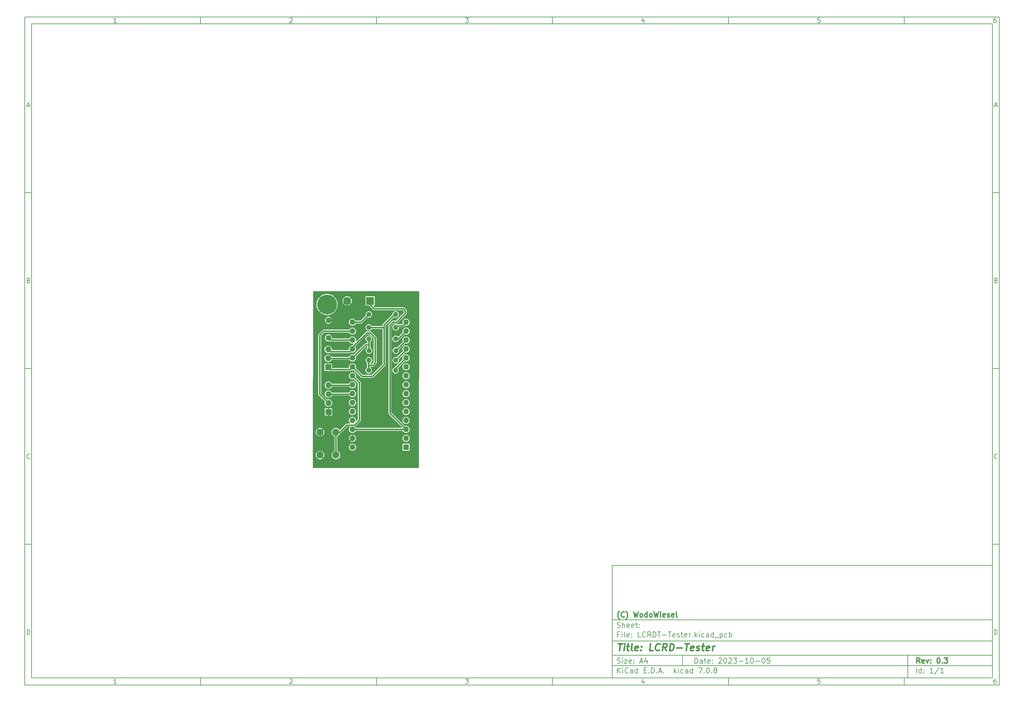
<source format=gbr>
%TF.GenerationSoftware,KiCad,Pcbnew,7.0.8*%
%TF.CreationDate,2023-10-14T20:08:13+02:00*%
%TF.ProjectId,LCRDT-Tester,4c435244-542d-4546-9573-7465722e6b69,0.3*%
%TF.SameCoordinates,Original*%
%TF.FileFunction,Copper,L1,Top*%
%TF.FilePolarity,Positive*%
%FSLAX46Y46*%
G04 Gerber Fmt 4.6, Leading zero omitted, Abs format (unit mm)*
G04 Created by KiCad (PCBNEW 7.0.8) date 2023-10-14 20:08:13*
%MOMM*%
%LPD*%
G01*
G04 APERTURE LIST*
%ADD10C,0.100000*%
%ADD11C,0.150000*%
%ADD12C,0.300000*%
%ADD13C,0.400000*%
%TA.AperFunction,ComponentPad*%
%ADD14R,1.700000X1.700000*%
%TD*%
%TA.AperFunction,ComponentPad*%
%ADD15O,1.700000X1.700000*%
%TD*%
%TA.AperFunction,ComponentPad*%
%ADD16C,1.400000*%
%TD*%
%TA.AperFunction,ComponentPad*%
%ADD17O,1.400000X1.400000*%
%TD*%
%TA.AperFunction,ComponentPad*%
%ADD18C,1.600000*%
%TD*%
%TA.AperFunction,ComponentPad*%
%ADD19R,1.600000X1.600000*%
%TD*%
%TA.AperFunction,ComponentPad*%
%ADD20O,1.600000X1.600000*%
%TD*%
%TA.AperFunction,ComponentPad*%
%ADD21C,2.000000*%
%TD*%
%TA.AperFunction,ComponentPad*%
%ADD22C,5.600000*%
%TD*%
%TA.AperFunction,ComponentPad*%
%ADD23R,2.250000X2.250000*%
%TD*%
%TA.AperFunction,ComponentPad*%
%ADD24C,2.250000*%
%TD*%
%TA.AperFunction,ViaPad*%
%ADD25C,0.800000*%
%TD*%
%TA.AperFunction,Conductor*%
%ADD26C,0.400000*%
%TD*%
%TA.AperFunction,Profile*%
%ADD27C,0.150000*%
%TD*%
G04 APERTURE END LIST*
D10*
D11*
X177002200Y-166007200D02*
X285002200Y-166007200D01*
X285002200Y-198007200D01*
X177002200Y-198007200D01*
X177002200Y-166007200D01*
D10*
D11*
X10000000Y-10000000D02*
X287002200Y-10000000D01*
X287002200Y-200007200D01*
X10000000Y-200007200D01*
X10000000Y-10000000D01*
D10*
D11*
X12000000Y-12000000D02*
X285002200Y-12000000D01*
X285002200Y-198007200D01*
X12000000Y-198007200D01*
X12000000Y-12000000D01*
D10*
D11*
X60000000Y-12000000D02*
X60000000Y-10000000D01*
D10*
D11*
X110000000Y-12000000D02*
X110000000Y-10000000D01*
D10*
D11*
X160000000Y-12000000D02*
X160000000Y-10000000D01*
D10*
D11*
X210000000Y-12000000D02*
X210000000Y-10000000D01*
D10*
D11*
X260000000Y-12000000D02*
X260000000Y-10000000D01*
D10*
D11*
X36089160Y-11593604D02*
X35346303Y-11593604D01*
X35717731Y-11593604D02*
X35717731Y-10293604D01*
X35717731Y-10293604D02*
X35593922Y-10479319D01*
X35593922Y-10479319D02*
X35470112Y-10603128D01*
X35470112Y-10603128D02*
X35346303Y-10665033D01*
D10*
D11*
X85346303Y-10417414D02*
X85408207Y-10355509D01*
X85408207Y-10355509D02*
X85532017Y-10293604D01*
X85532017Y-10293604D02*
X85841541Y-10293604D01*
X85841541Y-10293604D02*
X85965350Y-10355509D01*
X85965350Y-10355509D02*
X86027255Y-10417414D01*
X86027255Y-10417414D02*
X86089160Y-10541223D01*
X86089160Y-10541223D02*
X86089160Y-10665033D01*
X86089160Y-10665033D02*
X86027255Y-10850747D01*
X86027255Y-10850747D02*
X85284398Y-11593604D01*
X85284398Y-11593604D02*
X86089160Y-11593604D01*
D10*
D11*
X135284398Y-10293604D02*
X136089160Y-10293604D01*
X136089160Y-10293604D02*
X135655826Y-10788842D01*
X135655826Y-10788842D02*
X135841541Y-10788842D01*
X135841541Y-10788842D02*
X135965350Y-10850747D01*
X135965350Y-10850747D02*
X136027255Y-10912652D01*
X136027255Y-10912652D02*
X136089160Y-11036461D01*
X136089160Y-11036461D02*
X136089160Y-11345985D01*
X136089160Y-11345985D02*
X136027255Y-11469795D01*
X136027255Y-11469795D02*
X135965350Y-11531700D01*
X135965350Y-11531700D02*
X135841541Y-11593604D01*
X135841541Y-11593604D02*
X135470112Y-11593604D01*
X135470112Y-11593604D02*
X135346303Y-11531700D01*
X135346303Y-11531700D02*
X135284398Y-11469795D01*
D10*
D11*
X185965350Y-10726938D02*
X185965350Y-11593604D01*
X185655826Y-10231700D02*
X185346303Y-11160271D01*
X185346303Y-11160271D02*
X186151064Y-11160271D01*
D10*
D11*
X236027255Y-10293604D02*
X235408207Y-10293604D01*
X235408207Y-10293604D02*
X235346303Y-10912652D01*
X235346303Y-10912652D02*
X235408207Y-10850747D01*
X235408207Y-10850747D02*
X235532017Y-10788842D01*
X235532017Y-10788842D02*
X235841541Y-10788842D01*
X235841541Y-10788842D02*
X235965350Y-10850747D01*
X235965350Y-10850747D02*
X236027255Y-10912652D01*
X236027255Y-10912652D02*
X236089160Y-11036461D01*
X236089160Y-11036461D02*
X236089160Y-11345985D01*
X236089160Y-11345985D02*
X236027255Y-11469795D01*
X236027255Y-11469795D02*
X235965350Y-11531700D01*
X235965350Y-11531700D02*
X235841541Y-11593604D01*
X235841541Y-11593604D02*
X235532017Y-11593604D01*
X235532017Y-11593604D02*
X235408207Y-11531700D01*
X235408207Y-11531700D02*
X235346303Y-11469795D01*
D10*
D11*
X285965350Y-10293604D02*
X285717731Y-10293604D01*
X285717731Y-10293604D02*
X285593922Y-10355509D01*
X285593922Y-10355509D02*
X285532017Y-10417414D01*
X285532017Y-10417414D02*
X285408207Y-10603128D01*
X285408207Y-10603128D02*
X285346303Y-10850747D01*
X285346303Y-10850747D02*
X285346303Y-11345985D01*
X285346303Y-11345985D02*
X285408207Y-11469795D01*
X285408207Y-11469795D02*
X285470112Y-11531700D01*
X285470112Y-11531700D02*
X285593922Y-11593604D01*
X285593922Y-11593604D02*
X285841541Y-11593604D01*
X285841541Y-11593604D02*
X285965350Y-11531700D01*
X285965350Y-11531700D02*
X286027255Y-11469795D01*
X286027255Y-11469795D02*
X286089160Y-11345985D01*
X286089160Y-11345985D02*
X286089160Y-11036461D01*
X286089160Y-11036461D02*
X286027255Y-10912652D01*
X286027255Y-10912652D02*
X285965350Y-10850747D01*
X285965350Y-10850747D02*
X285841541Y-10788842D01*
X285841541Y-10788842D02*
X285593922Y-10788842D01*
X285593922Y-10788842D02*
X285470112Y-10850747D01*
X285470112Y-10850747D02*
X285408207Y-10912652D01*
X285408207Y-10912652D02*
X285346303Y-11036461D01*
D10*
D11*
X60000000Y-198007200D02*
X60000000Y-200007200D01*
D10*
D11*
X110000000Y-198007200D02*
X110000000Y-200007200D01*
D10*
D11*
X160000000Y-198007200D02*
X160000000Y-200007200D01*
D10*
D11*
X210000000Y-198007200D02*
X210000000Y-200007200D01*
D10*
D11*
X260000000Y-198007200D02*
X260000000Y-200007200D01*
D10*
D11*
X36089160Y-199600804D02*
X35346303Y-199600804D01*
X35717731Y-199600804D02*
X35717731Y-198300804D01*
X35717731Y-198300804D02*
X35593922Y-198486519D01*
X35593922Y-198486519D02*
X35470112Y-198610328D01*
X35470112Y-198610328D02*
X35346303Y-198672233D01*
D10*
D11*
X85346303Y-198424614D02*
X85408207Y-198362709D01*
X85408207Y-198362709D02*
X85532017Y-198300804D01*
X85532017Y-198300804D02*
X85841541Y-198300804D01*
X85841541Y-198300804D02*
X85965350Y-198362709D01*
X85965350Y-198362709D02*
X86027255Y-198424614D01*
X86027255Y-198424614D02*
X86089160Y-198548423D01*
X86089160Y-198548423D02*
X86089160Y-198672233D01*
X86089160Y-198672233D02*
X86027255Y-198857947D01*
X86027255Y-198857947D02*
X85284398Y-199600804D01*
X85284398Y-199600804D02*
X86089160Y-199600804D01*
D10*
D11*
X135284398Y-198300804D02*
X136089160Y-198300804D01*
X136089160Y-198300804D02*
X135655826Y-198796042D01*
X135655826Y-198796042D02*
X135841541Y-198796042D01*
X135841541Y-198796042D02*
X135965350Y-198857947D01*
X135965350Y-198857947D02*
X136027255Y-198919852D01*
X136027255Y-198919852D02*
X136089160Y-199043661D01*
X136089160Y-199043661D02*
X136089160Y-199353185D01*
X136089160Y-199353185D02*
X136027255Y-199476995D01*
X136027255Y-199476995D02*
X135965350Y-199538900D01*
X135965350Y-199538900D02*
X135841541Y-199600804D01*
X135841541Y-199600804D02*
X135470112Y-199600804D01*
X135470112Y-199600804D02*
X135346303Y-199538900D01*
X135346303Y-199538900D02*
X135284398Y-199476995D01*
D10*
D11*
X185965350Y-198734138D02*
X185965350Y-199600804D01*
X185655826Y-198238900D02*
X185346303Y-199167471D01*
X185346303Y-199167471D02*
X186151064Y-199167471D01*
D10*
D11*
X236027255Y-198300804D02*
X235408207Y-198300804D01*
X235408207Y-198300804D02*
X235346303Y-198919852D01*
X235346303Y-198919852D02*
X235408207Y-198857947D01*
X235408207Y-198857947D02*
X235532017Y-198796042D01*
X235532017Y-198796042D02*
X235841541Y-198796042D01*
X235841541Y-198796042D02*
X235965350Y-198857947D01*
X235965350Y-198857947D02*
X236027255Y-198919852D01*
X236027255Y-198919852D02*
X236089160Y-199043661D01*
X236089160Y-199043661D02*
X236089160Y-199353185D01*
X236089160Y-199353185D02*
X236027255Y-199476995D01*
X236027255Y-199476995D02*
X235965350Y-199538900D01*
X235965350Y-199538900D02*
X235841541Y-199600804D01*
X235841541Y-199600804D02*
X235532017Y-199600804D01*
X235532017Y-199600804D02*
X235408207Y-199538900D01*
X235408207Y-199538900D02*
X235346303Y-199476995D01*
D10*
D11*
X285965350Y-198300804D02*
X285717731Y-198300804D01*
X285717731Y-198300804D02*
X285593922Y-198362709D01*
X285593922Y-198362709D02*
X285532017Y-198424614D01*
X285532017Y-198424614D02*
X285408207Y-198610328D01*
X285408207Y-198610328D02*
X285346303Y-198857947D01*
X285346303Y-198857947D02*
X285346303Y-199353185D01*
X285346303Y-199353185D02*
X285408207Y-199476995D01*
X285408207Y-199476995D02*
X285470112Y-199538900D01*
X285470112Y-199538900D02*
X285593922Y-199600804D01*
X285593922Y-199600804D02*
X285841541Y-199600804D01*
X285841541Y-199600804D02*
X285965350Y-199538900D01*
X285965350Y-199538900D02*
X286027255Y-199476995D01*
X286027255Y-199476995D02*
X286089160Y-199353185D01*
X286089160Y-199353185D02*
X286089160Y-199043661D01*
X286089160Y-199043661D02*
X286027255Y-198919852D01*
X286027255Y-198919852D02*
X285965350Y-198857947D01*
X285965350Y-198857947D02*
X285841541Y-198796042D01*
X285841541Y-198796042D02*
X285593922Y-198796042D01*
X285593922Y-198796042D02*
X285470112Y-198857947D01*
X285470112Y-198857947D02*
X285408207Y-198919852D01*
X285408207Y-198919852D02*
X285346303Y-199043661D01*
D10*
D11*
X10000000Y-60000000D02*
X12000000Y-60000000D01*
D10*
D11*
X10000000Y-110000000D02*
X12000000Y-110000000D01*
D10*
D11*
X10000000Y-160000000D02*
X12000000Y-160000000D01*
D10*
D11*
X10690476Y-35222176D02*
X11309523Y-35222176D01*
X10566666Y-35593604D02*
X10999999Y-34293604D01*
X10999999Y-34293604D02*
X11433333Y-35593604D01*
D10*
D11*
X11092857Y-84912652D02*
X11278571Y-84974557D01*
X11278571Y-84974557D02*
X11340476Y-85036461D01*
X11340476Y-85036461D02*
X11402380Y-85160271D01*
X11402380Y-85160271D02*
X11402380Y-85345985D01*
X11402380Y-85345985D02*
X11340476Y-85469795D01*
X11340476Y-85469795D02*
X11278571Y-85531700D01*
X11278571Y-85531700D02*
X11154761Y-85593604D01*
X11154761Y-85593604D02*
X10659523Y-85593604D01*
X10659523Y-85593604D02*
X10659523Y-84293604D01*
X10659523Y-84293604D02*
X11092857Y-84293604D01*
X11092857Y-84293604D02*
X11216666Y-84355509D01*
X11216666Y-84355509D02*
X11278571Y-84417414D01*
X11278571Y-84417414D02*
X11340476Y-84541223D01*
X11340476Y-84541223D02*
X11340476Y-84665033D01*
X11340476Y-84665033D02*
X11278571Y-84788842D01*
X11278571Y-84788842D02*
X11216666Y-84850747D01*
X11216666Y-84850747D02*
X11092857Y-84912652D01*
X11092857Y-84912652D02*
X10659523Y-84912652D01*
D10*
D11*
X11402380Y-135469795D02*
X11340476Y-135531700D01*
X11340476Y-135531700D02*
X11154761Y-135593604D01*
X11154761Y-135593604D02*
X11030952Y-135593604D01*
X11030952Y-135593604D02*
X10845238Y-135531700D01*
X10845238Y-135531700D02*
X10721428Y-135407890D01*
X10721428Y-135407890D02*
X10659523Y-135284080D01*
X10659523Y-135284080D02*
X10597619Y-135036461D01*
X10597619Y-135036461D02*
X10597619Y-134850747D01*
X10597619Y-134850747D02*
X10659523Y-134603128D01*
X10659523Y-134603128D02*
X10721428Y-134479319D01*
X10721428Y-134479319D02*
X10845238Y-134355509D01*
X10845238Y-134355509D02*
X11030952Y-134293604D01*
X11030952Y-134293604D02*
X11154761Y-134293604D01*
X11154761Y-134293604D02*
X11340476Y-134355509D01*
X11340476Y-134355509D02*
X11402380Y-134417414D01*
D10*
D11*
X10659523Y-185593604D02*
X10659523Y-184293604D01*
X10659523Y-184293604D02*
X10969047Y-184293604D01*
X10969047Y-184293604D02*
X11154761Y-184355509D01*
X11154761Y-184355509D02*
X11278571Y-184479319D01*
X11278571Y-184479319D02*
X11340476Y-184603128D01*
X11340476Y-184603128D02*
X11402380Y-184850747D01*
X11402380Y-184850747D02*
X11402380Y-185036461D01*
X11402380Y-185036461D02*
X11340476Y-185284080D01*
X11340476Y-185284080D02*
X11278571Y-185407890D01*
X11278571Y-185407890D02*
X11154761Y-185531700D01*
X11154761Y-185531700D02*
X10969047Y-185593604D01*
X10969047Y-185593604D02*
X10659523Y-185593604D01*
D10*
D11*
X287002200Y-60000000D02*
X285002200Y-60000000D01*
D10*
D11*
X287002200Y-110000000D02*
X285002200Y-110000000D01*
D10*
D11*
X287002200Y-160000000D02*
X285002200Y-160000000D01*
D10*
D11*
X285692676Y-35222176D02*
X286311723Y-35222176D01*
X285568866Y-35593604D02*
X286002199Y-34293604D01*
X286002199Y-34293604D02*
X286435533Y-35593604D01*
D10*
D11*
X286095057Y-84912652D02*
X286280771Y-84974557D01*
X286280771Y-84974557D02*
X286342676Y-85036461D01*
X286342676Y-85036461D02*
X286404580Y-85160271D01*
X286404580Y-85160271D02*
X286404580Y-85345985D01*
X286404580Y-85345985D02*
X286342676Y-85469795D01*
X286342676Y-85469795D02*
X286280771Y-85531700D01*
X286280771Y-85531700D02*
X286156961Y-85593604D01*
X286156961Y-85593604D02*
X285661723Y-85593604D01*
X285661723Y-85593604D02*
X285661723Y-84293604D01*
X285661723Y-84293604D02*
X286095057Y-84293604D01*
X286095057Y-84293604D02*
X286218866Y-84355509D01*
X286218866Y-84355509D02*
X286280771Y-84417414D01*
X286280771Y-84417414D02*
X286342676Y-84541223D01*
X286342676Y-84541223D02*
X286342676Y-84665033D01*
X286342676Y-84665033D02*
X286280771Y-84788842D01*
X286280771Y-84788842D02*
X286218866Y-84850747D01*
X286218866Y-84850747D02*
X286095057Y-84912652D01*
X286095057Y-84912652D02*
X285661723Y-84912652D01*
D10*
D11*
X286404580Y-135469795D02*
X286342676Y-135531700D01*
X286342676Y-135531700D02*
X286156961Y-135593604D01*
X286156961Y-135593604D02*
X286033152Y-135593604D01*
X286033152Y-135593604D02*
X285847438Y-135531700D01*
X285847438Y-135531700D02*
X285723628Y-135407890D01*
X285723628Y-135407890D02*
X285661723Y-135284080D01*
X285661723Y-135284080D02*
X285599819Y-135036461D01*
X285599819Y-135036461D02*
X285599819Y-134850747D01*
X285599819Y-134850747D02*
X285661723Y-134603128D01*
X285661723Y-134603128D02*
X285723628Y-134479319D01*
X285723628Y-134479319D02*
X285847438Y-134355509D01*
X285847438Y-134355509D02*
X286033152Y-134293604D01*
X286033152Y-134293604D02*
X286156961Y-134293604D01*
X286156961Y-134293604D02*
X286342676Y-134355509D01*
X286342676Y-134355509D02*
X286404580Y-134417414D01*
D10*
D11*
X285661723Y-185593604D02*
X285661723Y-184293604D01*
X285661723Y-184293604D02*
X285971247Y-184293604D01*
X285971247Y-184293604D02*
X286156961Y-184355509D01*
X286156961Y-184355509D02*
X286280771Y-184479319D01*
X286280771Y-184479319D02*
X286342676Y-184603128D01*
X286342676Y-184603128D02*
X286404580Y-184850747D01*
X286404580Y-184850747D02*
X286404580Y-185036461D01*
X286404580Y-185036461D02*
X286342676Y-185284080D01*
X286342676Y-185284080D02*
X286280771Y-185407890D01*
X286280771Y-185407890D02*
X286156961Y-185531700D01*
X286156961Y-185531700D02*
X285971247Y-185593604D01*
X285971247Y-185593604D02*
X285661723Y-185593604D01*
D10*
D11*
X200458026Y-193793328D02*
X200458026Y-192293328D01*
X200458026Y-192293328D02*
X200815169Y-192293328D01*
X200815169Y-192293328D02*
X201029455Y-192364757D01*
X201029455Y-192364757D02*
X201172312Y-192507614D01*
X201172312Y-192507614D02*
X201243741Y-192650471D01*
X201243741Y-192650471D02*
X201315169Y-192936185D01*
X201315169Y-192936185D02*
X201315169Y-193150471D01*
X201315169Y-193150471D02*
X201243741Y-193436185D01*
X201243741Y-193436185D02*
X201172312Y-193579042D01*
X201172312Y-193579042D02*
X201029455Y-193721900D01*
X201029455Y-193721900D02*
X200815169Y-193793328D01*
X200815169Y-193793328D02*
X200458026Y-193793328D01*
X202600884Y-193793328D02*
X202600884Y-193007614D01*
X202600884Y-193007614D02*
X202529455Y-192864757D01*
X202529455Y-192864757D02*
X202386598Y-192793328D01*
X202386598Y-192793328D02*
X202100884Y-192793328D01*
X202100884Y-192793328D02*
X201958026Y-192864757D01*
X202600884Y-193721900D02*
X202458026Y-193793328D01*
X202458026Y-193793328D02*
X202100884Y-193793328D01*
X202100884Y-193793328D02*
X201958026Y-193721900D01*
X201958026Y-193721900D02*
X201886598Y-193579042D01*
X201886598Y-193579042D02*
X201886598Y-193436185D01*
X201886598Y-193436185D02*
X201958026Y-193293328D01*
X201958026Y-193293328D02*
X202100884Y-193221900D01*
X202100884Y-193221900D02*
X202458026Y-193221900D01*
X202458026Y-193221900D02*
X202600884Y-193150471D01*
X203100884Y-192793328D02*
X203672312Y-192793328D01*
X203315169Y-192293328D02*
X203315169Y-193579042D01*
X203315169Y-193579042D02*
X203386598Y-193721900D01*
X203386598Y-193721900D02*
X203529455Y-193793328D01*
X203529455Y-193793328D02*
X203672312Y-193793328D01*
X204743741Y-193721900D02*
X204600884Y-193793328D01*
X204600884Y-193793328D02*
X204315170Y-193793328D01*
X204315170Y-193793328D02*
X204172312Y-193721900D01*
X204172312Y-193721900D02*
X204100884Y-193579042D01*
X204100884Y-193579042D02*
X204100884Y-193007614D01*
X204100884Y-193007614D02*
X204172312Y-192864757D01*
X204172312Y-192864757D02*
X204315170Y-192793328D01*
X204315170Y-192793328D02*
X204600884Y-192793328D01*
X204600884Y-192793328D02*
X204743741Y-192864757D01*
X204743741Y-192864757D02*
X204815170Y-193007614D01*
X204815170Y-193007614D02*
X204815170Y-193150471D01*
X204815170Y-193150471D02*
X204100884Y-193293328D01*
X205458026Y-193650471D02*
X205529455Y-193721900D01*
X205529455Y-193721900D02*
X205458026Y-193793328D01*
X205458026Y-193793328D02*
X205386598Y-193721900D01*
X205386598Y-193721900D02*
X205458026Y-193650471D01*
X205458026Y-193650471D02*
X205458026Y-193793328D01*
X205458026Y-192864757D02*
X205529455Y-192936185D01*
X205529455Y-192936185D02*
X205458026Y-193007614D01*
X205458026Y-193007614D02*
X205386598Y-192936185D01*
X205386598Y-192936185D02*
X205458026Y-192864757D01*
X205458026Y-192864757D02*
X205458026Y-193007614D01*
X207243741Y-192436185D02*
X207315169Y-192364757D01*
X207315169Y-192364757D02*
X207458027Y-192293328D01*
X207458027Y-192293328D02*
X207815169Y-192293328D01*
X207815169Y-192293328D02*
X207958027Y-192364757D01*
X207958027Y-192364757D02*
X208029455Y-192436185D01*
X208029455Y-192436185D02*
X208100884Y-192579042D01*
X208100884Y-192579042D02*
X208100884Y-192721900D01*
X208100884Y-192721900D02*
X208029455Y-192936185D01*
X208029455Y-192936185D02*
X207172312Y-193793328D01*
X207172312Y-193793328D02*
X208100884Y-193793328D01*
X209029455Y-192293328D02*
X209172312Y-192293328D01*
X209172312Y-192293328D02*
X209315169Y-192364757D01*
X209315169Y-192364757D02*
X209386598Y-192436185D01*
X209386598Y-192436185D02*
X209458026Y-192579042D01*
X209458026Y-192579042D02*
X209529455Y-192864757D01*
X209529455Y-192864757D02*
X209529455Y-193221900D01*
X209529455Y-193221900D02*
X209458026Y-193507614D01*
X209458026Y-193507614D02*
X209386598Y-193650471D01*
X209386598Y-193650471D02*
X209315169Y-193721900D01*
X209315169Y-193721900D02*
X209172312Y-193793328D01*
X209172312Y-193793328D02*
X209029455Y-193793328D01*
X209029455Y-193793328D02*
X208886598Y-193721900D01*
X208886598Y-193721900D02*
X208815169Y-193650471D01*
X208815169Y-193650471D02*
X208743740Y-193507614D01*
X208743740Y-193507614D02*
X208672312Y-193221900D01*
X208672312Y-193221900D02*
X208672312Y-192864757D01*
X208672312Y-192864757D02*
X208743740Y-192579042D01*
X208743740Y-192579042D02*
X208815169Y-192436185D01*
X208815169Y-192436185D02*
X208886598Y-192364757D01*
X208886598Y-192364757D02*
X209029455Y-192293328D01*
X210100883Y-192436185D02*
X210172311Y-192364757D01*
X210172311Y-192364757D02*
X210315169Y-192293328D01*
X210315169Y-192293328D02*
X210672311Y-192293328D01*
X210672311Y-192293328D02*
X210815169Y-192364757D01*
X210815169Y-192364757D02*
X210886597Y-192436185D01*
X210886597Y-192436185D02*
X210958026Y-192579042D01*
X210958026Y-192579042D02*
X210958026Y-192721900D01*
X210958026Y-192721900D02*
X210886597Y-192936185D01*
X210886597Y-192936185D02*
X210029454Y-193793328D01*
X210029454Y-193793328D02*
X210958026Y-193793328D01*
X211458025Y-192293328D02*
X212386597Y-192293328D01*
X212386597Y-192293328D02*
X211886597Y-192864757D01*
X211886597Y-192864757D02*
X212100882Y-192864757D01*
X212100882Y-192864757D02*
X212243740Y-192936185D01*
X212243740Y-192936185D02*
X212315168Y-193007614D01*
X212315168Y-193007614D02*
X212386597Y-193150471D01*
X212386597Y-193150471D02*
X212386597Y-193507614D01*
X212386597Y-193507614D02*
X212315168Y-193650471D01*
X212315168Y-193650471D02*
X212243740Y-193721900D01*
X212243740Y-193721900D02*
X212100882Y-193793328D01*
X212100882Y-193793328D02*
X211672311Y-193793328D01*
X211672311Y-193793328D02*
X211529454Y-193721900D01*
X211529454Y-193721900D02*
X211458025Y-193650471D01*
X213029453Y-193221900D02*
X214172311Y-193221900D01*
X215672311Y-193793328D02*
X214815168Y-193793328D01*
X215243739Y-193793328D02*
X215243739Y-192293328D01*
X215243739Y-192293328D02*
X215100882Y-192507614D01*
X215100882Y-192507614D02*
X214958025Y-192650471D01*
X214958025Y-192650471D02*
X214815168Y-192721900D01*
X216600882Y-192293328D02*
X216743739Y-192293328D01*
X216743739Y-192293328D02*
X216886596Y-192364757D01*
X216886596Y-192364757D02*
X216958025Y-192436185D01*
X216958025Y-192436185D02*
X217029453Y-192579042D01*
X217029453Y-192579042D02*
X217100882Y-192864757D01*
X217100882Y-192864757D02*
X217100882Y-193221900D01*
X217100882Y-193221900D02*
X217029453Y-193507614D01*
X217029453Y-193507614D02*
X216958025Y-193650471D01*
X216958025Y-193650471D02*
X216886596Y-193721900D01*
X216886596Y-193721900D02*
X216743739Y-193793328D01*
X216743739Y-193793328D02*
X216600882Y-193793328D01*
X216600882Y-193793328D02*
X216458025Y-193721900D01*
X216458025Y-193721900D02*
X216386596Y-193650471D01*
X216386596Y-193650471D02*
X216315167Y-193507614D01*
X216315167Y-193507614D02*
X216243739Y-193221900D01*
X216243739Y-193221900D02*
X216243739Y-192864757D01*
X216243739Y-192864757D02*
X216315167Y-192579042D01*
X216315167Y-192579042D02*
X216386596Y-192436185D01*
X216386596Y-192436185D02*
X216458025Y-192364757D01*
X216458025Y-192364757D02*
X216600882Y-192293328D01*
X217743738Y-193221900D02*
X218886596Y-193221900D01*
X219886596Y-192293328D02*
X220029453Y-192293328D01*
X220029453Y-192293328D02*
X220172310Y-192364757D01*
X220172310Y-192364757D02*
X220243739Y-192436185D01*
X220243739Y-192436185D02*
X220315167Y-192579042D01*
X220315167Y-192579042D02*
X220386596Y-192864757D01*
X220386596Y-192864757D02*
X220386596Y-193221900D01*
X220386596Y-193221900D02*
X220315167Y-193507614D01*
X220315167Y-193507614D02*
X220243739Y-193650471D01*
X220243739Y-193650471D02*
X220172310Y-193721900D01*
X220172310Y-193721900D02*
X220029453Y-193793328D01*
X220029453Y-193793328D02*
X219886596Y-193793328D01*
X219886596Y-193793328D02*
X219743739Y-193721900D01*
X219743739Y-193721900D02*
X219672310Y-193650471D01*
X219672310Y-193650471D02*
X219600881Y-193507614D01*
X219600881Y-193507614D02*
X219529453Y-193221900D01*
X219529453Y-193221900D02*
X219529453Y-192864757D01*
X219529453Y-192864757D02*
X219600881Y-192579042D01*
X219600881Y-192579042D02*
X219672310Y-192436185D01*
X219672310Y-192436185D02*
X219743739Y-192364757D01*
X219743739Y-192364757D02*
X219886596Y-192293328D01*
X221743738Y-192293328D02*
X221029452Y-192293328D01*
X221029452Y-192293328D02*
X220958024Y-193007614D01*
X220958024Y-193007614D02*
X221029452Y-192936185D01*
X221029452Y-192936185D02*
X221172310Y-192864757D01*
X221172310Y-192864757D02*
X221529452Y-192864757D01*
X221529452Y-192864757D02*
X221672310Y-192936185D01*
X221672310Y-192936185D02*
X221743738Y-193007614D01*
X221743738Y-193007614D02*
X221815167Y-193150471D01*
X221815167Y-193150471D02*
X221815167Y-193507614D01*
X221815167Y-193507614D02*
X221743738Y-193650471D01*
X221743738Y-193650471D02*
X221672310Y-193721900D01*
X221672310Y-193721900D02*
X221529452Y-193793328D01*
X221529452Y-193793328D02*
X221172310Y-193793328D01*
X221172310Y-193793328D02*
X221029452Y-193721900D01*
X221029452Y-193721900D02*
X220958024Y-193650471D01*
D10*
D11*
X177002200Y-194507200D02*
X285002200Y-194507200D01*
D10*
D11*
X178458026Y-196593328D02*
X178458026Y-195093328D01*
X179315169Y-196593328D02*
X178672312Y-195736185D01*
X179315169Y-195093328D02*
X178458026Y-195950471D01*
X179958026Y-196593328D02*
X179958026Y-195593328D01*
X179958026Y-195093328D02*
X179886598Y-195164757D01*
X179886598Y-195164757D02*
X179958026Y-195236185D01*
X179958026Y-195236185D02*
X180029455Y-195164757D01*
X180029455Y-195164757D02*
X179958026Y-195093328D01*
X179958026Y-195093328D02*
X179958026Y-195236185D01*
X181529455Y-196450471D02*
X181458027Y-196521900D01*
X181458027Y-196521900D02*
X181243741Y-196593328D01*
X181243741Y-196593328D02*
X181100884Y-196593328D01*
X181100884Y-196593328D02*
X180886598Y-196521900D01*
X180886598Y-196521900D02*
X180743741Y-196379042D01*
X180743741Y-196379042D02*
X180672312Y-196236185D01*
X180672312Y-196236185D02*
X180600884Y-195950471D01*
X180600884Y-195950471D02*
X180600884Y-195736185D01*
X180600884Y-195736185D02*
X180672312Y-195450471D01*
X180672312Y-195450471D02*
X180743741Y-195307614D01*
X180743741Y-195307614D02*
X180886598Y-195164757D01*
X180886598Y-195164757D02*
X181100884Y-195093328D01*
X181100884Y-195093328D02*
X181243741Y-195093328D01*
X181243741Y-195093328D02*
X181458027Y-195164757D01*
X181458027Y-195164757D02*
X181529455Y-195236185D01*
X182815170Y-196593328D02*
X182815170Y-195807614D01*
X182815170Y-195807614D02*
X182743741Y-195664757D01*
X182743741Y-195664757D02*
X182600884Y-195593328D01*
X182600884Y-195593328D02*
X182315170Y-195593328D01*
X182315170Y-195593328D02*
X182172312Y-195664757D01*
X182815170Y-196521900D02*
X182672312Y-196593328D01*
X182672312Y-196593328D02*
X182315170Y-196593328D01*
X182315170Y-196593328D02*
X182172312Y-196521900D01*
X182172312Y-196521900D02*
X182100884Y-196379042D01*
X182100884Y-196379042D02*
X182100884Y-196236185D01*
X182100884Y-196236185D02*
X182172312Y-196093328D01*
X182172312Y-196093328D02*
X182315170Y-196021900D01*
X182315170Y-196021900D02*
X182672312Y-196021900D01*
X182672312Y-196021900D02*
X182815170Y-195950471D01*
X184172313Y-196593328D02*
X184172313Y-195093328D01*
X184172313Y-196521900D02*
X184029455Y-196593328D01*
X184029455Y-196593328D02*
X183743741Y-196593328D01*
X183743741Y-196593328D02*
X183600884Y-196521900D01*
X183600884Y-196521900D02*
X183529455Y-196450471D01*
X183529455Y-196450471D02*
X183458027Y-196307614D01*
X183458027Y-196307614D02*
X183458027Y-195879042D01*
X183458027Y-195879042D02*
X183529455Y-195736185D01*
X183529455Y-195736185D02*
X183600884Y-195664757D01*
X183600884Y-195664757D02*
X183743741Y-195593328D01*
X183743741Y-195593328D02*
X184029455Y-195593328D01*
X184029455Y-195593328D02*
X184172313Y-195664757D01*
X186029455Y-195807614D02*
X186529455Y-195807614D01*
X186743741Y-196593328D02*
X186029455Y-196593328D01*
X186029455Y-196593328D02*
X186029455Y-195093328D01*
X186029455Y-195093328D02*
X186743741Y-195093328D01*
X187386598Y-196450471D02*
X187458027Y-196521900D01*
X187458027Y-196521900D02*
X187386598Y-196593328D01*
X187386598Y-196593328D02*
X187315170Y-196521900D01*
X187315170Y-196521900D02*
X187386598Y-196450471D01*
X187386598Y-196450471D02*
X187386598Y-196593328D01*
X188100884Y-196593328D02*
X188100884Y-195093328D01*
X188100884Y-195093328D02*
X188458027Y-195093328D01*
X188458027Y-195093328D02*
X188672313Y-195164757D01*
X188672313Y-195164757D02*
X188815170Y-195307614D01*
X188815170Y-195307614D02*
X188886599Y-195450471D01*
X188886599Y-195450471D02*
X188958027Y-195736185D01*
X188958027Y-195736185D02*
X188958027Y-195950471D01*
X188958027Y-195950471D02*
X188886599Y-196236185D01*
X188886599Y-196236185D02*
X188815170Y-196379042D01*
X188815170Y-196379042D02*
X188672313Y-196521900D01*
X188672313Y-196521900D02*
X188458027Y-196593328D01*
X188458027Y-196593328D02*
X188100884Y-196593328D01*
X189600884Y-196450471D02*
X189672313Y-196521900D01*
X189672313Y-196521900D02*
X189600884Y-196593328D01*
X189600884Y-196593328D02*
X189529456Y-196521900D01*
X189529456Y-196521900D02*
X189600884Y-196450471D01*
X189600884Y-196450471D02*
X189600884Y-196593328D01*
X190243742Y-196164757D02*
X190958028Y-196164757D01*
X190100885Y-196593328D02*
X190600885Y-195093328D01*
X190600885Y-195093328D02*
X191100885Y-196593328D01*
X191600884Y-196450471D02*
X191672313Y-196521900D01*
X191672313Y-196521900D02*
X191600884Y-196593328D01*
X191600884Y-196593328D02*
X191529456Y-196521900D01*
X191529456Y-196521900D02*
X191600884Y-196450471D01*
X191600884Y-196450471D02*
X191600884Y-196593328D01*
X194600884Y-196593328D02*
X194600884Y-195093328D01*
X194743742Y-196021900D02*
X195172313Y-196593328D01*
X195172313Y-195593328D02*
X194600884Y-196164757D01*
X195815170Y-196593328D02*
X195815170Y-195593328D01*
X195815170Y-195093328D02*
X195743742Y-195164757D01*
X195743742Y-195164757D02*
X195815170Y-195236185D01*
X195815170Y-195236185D02*
X195886599Y-195164757D01*
X195886599Y-195164757D02*
X195815170Y-195093328D01*
X195815170Y-195093328D02*
X195815170Y-195236185D01*
X197172314Y-196521900D02*
X197029456Y-196593328D01*
X197029456Y-196593328D02*
X196743742Y-196593328D01*
X196743742Y-196593328D02*
X196600885Y-196521900D01*
X196600885Y-196521900D02*
X196529456Y-196450471D01*
X196529456Y-196450471D02*
X196458028Y-196307614D01*
X196458028Y-196307614D02*
X196458028Y-195879042D01*
X196458028Y-195879042D02*
X196529456Y-195736185D01*
X196529456Y-195736185D02*
X196600885Y-195664757D01*
X196600885Y-195664757D02*
X196743742Y-195593328D01*
X196743742Y-195593328D02*
X197029456Y-195593328D01*
X197029456Y-195593328D02*
X197172314Y-195664757D01*
X198458028Y-196593328D02*
X198458028Y-195807614D01*
X198458028Y-195807614D02*
X198386599Y-195664757D01*
X198386599Y-195664757D02*
X198243742Y-195593328D01*
X198243742Y-195593328D02*
X197958028Y-195593328D01*
X197958028Y-195593328D02*
X197815170Y-195664757D01*
X198458028Y-196521900D02*
X198315170Y-196593328D01*
X198315170Y-196593328D02*
X197958028Y-196593328D01*
X197958028Y-196593328D02*
X197815170Y-196521900D01*
X197815170Y-196521900D02*
X197743742Y-196379042D01*
X197743742Y-196379042D02*
X197743742Y-196236185D01*
X197743742Y-196236185D02*
X197815170Y-196093328D01*
X197815170Y-196093328D02*
X197958028Y-196021900D01*
X197958028Y-196021900D02*
X198315170Y-196021900D01*
X198315170Y-196021900D02*
X198458028Y-195950471D01*
X199815171Y-196593328D02*
X199815171Y-195093328D01*
X199815171Y-196521900D02*
X199672313Y-196593328D01*
X199672313Y-196593328D02*
X199386599Y-196593328D01*
X199386599Y-196593328D02*
X199243742Y-196521900D01*
X199243742Y-196521900D02*
X199172313Y-196450471D01*
X199172313Y-196450471D02*
X199100885Y-196307614D01*
X199100885Y-196307614D02*
X199100885Y-195879042D01*
X199100885Y-195879042D02*
X199172313Y-195736185D01*
X199172313Y-195736185D02*
X199243742Y-195664757D01*
X199243742Y-195664757D02*
X199386599Y-195593328D01*
X199386599Y-195593328D02*
X199672313Y-195593328D01*
X199672313Y-195593328D02*
X199815171Y-195664757D01*
X201529456Y-195093328D02*
X202529456Y-195093328D01*
X202529456Y-195093328D02*
X201886599Y-196593328D01*
X203100884Y-196450471D02*
X203172313Y-196521900D01*
X203172313Y-196521900D02*
X203100884Y-196593328D01*
X203100884Y-196593328D02*
X203029456Y-196521900D01*
X203029456Y-196521900D02*
X203100884Y-196450471D01*
X203100884Y-196450471D02*
X203100884Y-196593328D01*
X204100885Y-195093328D02*
X204243742Y-195093328D01*
X204243742Y-195093328D02*
X204386599Y-195164757D01*
X204386599Y-195164757D02*
X204458028Y-195236185D01*
X204458028Y-195236185D02*
X204529456Y-195379042D01*
X204529456Y-195379042D02*
X204600885Y-195664757D01*
X204600885Y-195664757D02*
X204600885Y-196021900D01*
X204600885Y-196021900D02*
X204529456Y-196307614D01*
X204529456Y-196307614D02*
X204458028Y-196450471D01*
X204458028Y-196450471D02*
X204386599Y-196521900D01*
X204386599Y-196521900D02*
X204243742Y-196593328D01*
X204243742Y-196593328D02*
X204100885Y-196593328D01*
X204100885Y-196593328D02*
X203958028Y-196521900D01*
X203958028Y-196521900D02*
X203886599Y-196450471D01*
X203886599Y-196450471D02*
X203815170Y-196307614D01*
X203815170Y-196307614D02*
X203743742Y-196021900D01*
X203743742Y-196021900D02*
X203743742Y-195664757D01*
X203743742Y-195664757D02*
X203815170Y-195379042D01*
X203815170Y-195379042D02*
X203886599Y-195236185D01*
X203886599Y-195236185D02*
X203958028Y-195164757D01*
X203958028Y-195164757D02*
X204100885Y-195093328D01*
X205243741Y-196450471D02*
X205315170Y-196521900D01*
X205315170Y-196521900D02*
X205243741Y-196593328D01*
X205243741Y-196593328D02*
X205172313Y-196521900D01*
X205172313Y-196521900D02*
X205243741Y-196450471D01*
X205243741Y-196450471D02*
X205243741Y-196593328D01*
X206172313Y-195736185D02*
X206029456Y-195664757D01*
X206029456Y-195664757D02*
X205958027Y-195593328D01*
X205958027Y-195593328D02*
X205886599Y-195450471D01*
X205886599Y-195450471D02*
X205886599Y-195379042D01*
X205886599Y-195379042D02*
X205958027Y-195236185D01*
X205958027Y-195236185D02*
X206029456Y-195164757D01*
X206029456Y-195164757D02*
X206172313Y-195093328D01*
X206172313Y-195093328D02*
X206458027Y-195093328D01*
X206458027Y-195093328D02*
X206600885Y-195164757D01*
X206600885Y-195164757D02*
X206672313Y-195236185D01*
X206672313Y-195236185D02*
X206743742Y-195379042D01*
X206743742Y-195379042D02*
X206743742Y-195450471D01*
X206743742Y-195450471D02*
X206672313Y-195593328D01*
X206672313Y-195593328D02*
X206600885Y-195664757D01*
X206600885Y-195664757D02*
X206458027Y-195736185D01*
X206458027Y-195736185D02*
X206172313Y-195736185D01*
X206172313Y-195736185D02*
X206029456Y-195807614D01*
X206029456Y-195807614D02*
X205958027Y-195879042D01*
X205958027Y-195879042D02*
X205886599Y-196021900D01*
X205886599Y-196021900D02*
X205886599Y-196307614D01*
X205886599Y-196307614D02*
X205958027Y-196450471D01*
X205958027Y-196450471D02*
X206029456Y-196521900D01*
X206029456Y-196521900D02*
X206172313Y-196593328D01*
X206172313Y-196593328D02*
X206458027Y-196593328D01*
X206458027Y-196593328D02*
X206600885Y-196521900D01*
X206600885Y-196521900D02*
X206672313Y-196450471D01*
X206672313Y-196450471D02*
X206743742Y-196307614D01*
X206743742Y-196307614D02*
X206743742Y-196021900D01*
X206743742Y-196021900D02*
X206672313Y-195879042D01*
X206672313Y-195879042D02*
X206600885Y-195807614D01*
X206600885Y-195807614D02*
X206458027Y-195736185D01*
D10*
D11*
X177002200Y-191507200D02*
X285002200Y-191507200D01*
D10*
D12*
X264413853Y-193785528D02*
X263913853Y-193071242D01*
X263556710Y-193785528D02*
X263556710Y-192285528D01*
X263556710Y-192285528D02*
X264128139Y-192285528D01*
X264128139Y-192285528D02*
X264270996Y-192356957D01*
X264270996Y-192356957D02*
X264342425Y-192428385D01*
X264342425Y-192428385D02*
X264413853Y-192571242D01*
X264413853Y-192571242D02*
X264413853Y-192785528D01*
X264413853Y-192785528D02*
X264342425Y-192928385D01*
X264342425Y-192928385D02*
X264270996Y-192999814D01*
X264270996Y-192999814D02*
X264128139Y-193071242D01*
X264128139Y-193071242D02*
X263556710Y-193071242D01*
X265628139Y-193714100D02*
X265485282Y-193785528D01*
X265485282Y-193785528D02*
X265199568Y-193785528D01*
X265199568Y-193785528D02*
X265056710Y-193714100D01*
X265056710Y-193714100D02*
X264985282Y-193571242D01*
X264985282Y-193571242D02*
X264985282Y-192999814D01*
X264985282Y-192999814D02*
X265056710Y-192856957D01*
X265056710Y-192856957D02*
X265199568Y-192785528D01*
X265199568Y-192785528D02*
X265485282Y-192785528D01*
X265485282Y-192785528D02*
X265628139Y-192856957D01*
X265628139Y-192856957D02*
X265699568Y-192999814D01*
X265699568Y-192999814D02*
X265699568Y-193142671D01*
X265699568Y-193142671D02*
X264985282Y-193285528D01*
X266199567Y-192785528D02*
X266556710Y-193785528D01*
X266556710Y-193785528D02*
X266913853Y-192785528D01*
X267485281Y-193642671D02*
X267556710Y-193714100D01*
X267556710Y-193714100D02*
X267485281Y-193785528D01*
X267485281Y-193785528D02*
X267413853Y-193714100D01*
X267413853Y-193714100D02*
X267485281Y-193642671D01*
X267485281Y-193642671D02*
X267485281Y-193785528D01*
X267485281Y-192856957D02*
X267556710Y-192928385D01*
X267556710Y-192928385D02*
X267485281Y-192999814D01*
X267485281Y-192999814D02*
X267413853Y-192928385D01*
X267413853Y-192928385D02*
X267485281Y-192856957D01*
X267485281Y-192856957D02*
X267485281Y-192999814D01*
X269628139Y-192285528D02*
X269770996Y-192285528D01*
X269770996Y-192285528D02*
X269913853Y-192356957D01*
X269913853Y-192356957D02*
X269985282Y-192428385D01*
X269985282Y-192428385D02*
X270056710Y-192571242D01*
X270056710Y-192571242D02*
X270128139Y-192856957D01*
X270128139Y-192856957D02*
X270128139Y-193214100D01*
X270128139Y-193214100D02*
X270056710Y-193499814D01*
X270056710Y-193499814D02*
X269985282Y-193642671D01*
X269985282Y-193642671D02*
X269913853Y-193714100D01*
X269913853Y-193714100D02*
X269770996Y-193785528D01*
X269770996Y-193785528D02*
X269628139Y-193785528D01*
X269628139Y-193785528D02*
X269485282Y-193714100D01*
X269485282Y-193714100D02*
X269413853Y-193642671D01*
X269413853Y-193642671D02*
X269342424Y-193499814D01*
X269342424Y-193499814D02*
X269270996Y-193214100D01*
X269270996Y-193214100D02*
X269270996Y-192856957D01*
X269270996Y-192856957D02*
X269342424Y-192571242D01*
X269342424Y-192571242D02*
X269413853Y-192428385D01*
X269413853Y-192428385D02*
X269485282Y-192356957D01*
X269485282Y-192356957D02*
X269628139Y-192285528D01*
X270770995Y-193642671D02*
X270842424Y-193714100D01*
X270842424Y-193714100D02*
X270770995Y-193785528D01*
X270770995Y-193785528D02*
X270699567Y-193714100D01*
X270699567Y-193714100D02*
X270770995Y-193642671D01*
X270770995Y-193642671D02*
X270770995Y-193785528D01*
X271342424Y-192285528D02*
X272270996Y-192285528D01*
X272270996Y-192285528D02*
X271770996Y-192856957D01*
X271770996Y-192856957D02*
X271985281Y-192856957D01*
X271985281Y-192856957D02*
X272128139Y-192928385D01*
X272128139Y-192928385D02*
X272199567Y-192999814D01*
X272199567Y-192999814D02*
X272270996Y-193142671D01*
X272270996Y-193142671D02*
X272270996Y-193499814D01*
X272270996Y-193499814D02*
X272199567Y-193642671D01*
X272199567Y-193642671D02*
X272128139Y-193714100D01*
X272128139Y-193714100D02*
X271985281Y-193785528D01*
X271985281Y-193785528D02*
X271556710Y-193785528D01*
X271556710Y-193785528D02*
X271413853Y-193714100D01*
X271413853Y-193714100D02*
X271342424Y-193642671D01*
D10*
D11*
X178386598Y-193721900D02*
X178600884Y-193793328D01*
X178600884Y-193793328D02*
X178958026Y-193793328D01*
X178958026Y-193793328D02*
X179100884Y-193721900D01*
X179100884Y-193721900D02*
X179172312Y-193650471D01*
X179172312Y-193650471D02*
X179243741Y-193507614D01*
X179243741Y-193507614D02*
X179243741Y-193364757D01*
X179243741Y-193364757D02*
X179172312Y-193221900D01*
X179172312Y-193221900D02*
X179100884Y-193150471D01*
X179100884Y-193150471D02*
X178958026Y-193079042D01*
X178958026Y-193079042D02*
X178672312Y-193007614D01*
X178672312Y-193007614D02*
X178529455Y-192936185D01*
X178529455Y-192936185D02*
X178458026Y-192864757D01*
X178458026Y-192864757D02*
X178386598Y-192721900D01*
X178386598Y-192721900D02*
X178386598Y-192579042D01*
X178386598Y-192579042D02*
X178458026Y-192436185D01*
X178458026Y-192436185D02*
X178529455Y-192364757D01*
X178529455Y-192364757D02*
X178672312Y-192293328D01*
X178672312Y-192293328D02*
X179029455Y-192293328D01*
X179029455Y-192293328D02*
X179243741Y-192364757D01*
X179886597Y-193793328D02*
X179886597Y-192793328D01*
X179886597Y-192293328D02*
X179815169Y-192364757D01*
X179815169Y-192364757D02*
X179886597Y-192436185D01*
X179886597Y-192436185D02*
X179958026Y-192364757D01*
X179958026Y-192364757D02*
X179886597Y-192293328D01*
X179886597Y-192293328D02*
X179886597Y-192436185D01*
X180458026Y-192793328D02*
X181243741Y-192793328D01*
X181243741Y-192793328D02*
X180458026Y-193793328D01*
X180458026Y-193793328D02*
X181243741Y-193793328D01*
X182386598Y-193721900D02*
X182243741Y-193793328D01*
X182243741Y-193793328D02*
X181958027Y-193793328D01*
X181958027Y-193793328D02*
X181815169Y-193721900D01*
X181815169Y-193721900D02*
X181743741Y-193579042D01*
X181743741Y-193579042D02*
X181743741Y-193007614D01*
X181743741Y-193007614D02*
X181815169Y-192864757D01*
X181815169Y-192864757D02*
X181958027Y-192793328D01*
X181958027Y-192793328D02*
X182243741Y-192793328D01*
X182243741Y-192793328D02*
X182386598Y-192864757D01*
X182386598Y-192864757D02*
X182458027Y-193007614D01*
X182458027Y-193007614D02*
X182458027Y-193150471D01*
X182458027Y-193150471D02*
X181743741Y-193293328D01*
X183100883Y-193650471D02*
X183172312Y-193721900D01*
X183172312Y-193721900D02*
X183100883Y-193793328D01*
X183100883Y-193793328D02*
X183029455Y-193721900D01*
X183029455Y-193721900D02*
X183100883Y-193650471D01*
X183100883Y-193650471D02*
X183100883Y-193793328D01*
X183100883Y-192864757D02*
X183172312Y-192936185D01*
X183172312Y-192936185D02*
X183100883Y-193007614D01*
X183100883Y-193007614D02*
X183029455Y-192936185D01*
X183029455Y-192936185D02*
X183100883Y-192864757D01*
X183100883Y-192864757D02*
X183100883Y-193007614D01*
X184886598Y-193364757D02*
X185600884Y-193364757D01*
X184743741Y-193793328D02*
X185243741Y-192293328D01*
X185243741Y-192293328D02*
X185743741Y-193793328D01*
X186886598Y-192793328D02*
X186886598Y-193793328D01*
X186529455Y-192221900D02*
X186172312Y-193293328D01*
X186172312Y-193293328D02*
X187100883Y-193293328D01*
D10*
D11*
X263458026Y-196593328D02*
X263458026Y-195093328D01*
X264815170Y-196593328D02*
X264815170Y-195093328D01*
X264815170Y-196521900D02*
X264672312Y-196593328D01*
X264672312Y-196593328D02*
X264386598Y-196593328D01*
X264386598Y-196593328D02*
X264243741Y-196521900D01*
X264243741Y-196521900D02*
X264172312Y-196450471D01*
X264172312Y-196450471D02*
X264100884Y-196307614D01*
X264100884Y-196307614D02*
X264100884Y-195879042D01*
X264100884Y-195879042D02*
X264172312Y-195736185D01*
X264172312Y-195736185D02*
X264243741Y-195664757D01*
X264243741Y-195664757D02*
X264386598Y-195593328D01*
X264386598Y-195593328D02*
X264672312Y-195593328D01*
X264672312Y-195593328D02*
X264815170Y-195664757D01*
X265529455Y-196450471D02*
X265600884Y-196521900D01*
X265600884Y-196521900D02*
X265529455Y-196593328D01*
X265529455Y-196593328D02*
X265458027Y-196521900D01*
X265458027Y-196521900D02*
X265529455Y-196450471D01*
X265529455Y-196450471D02*
X265529455Y-196593328D01*
X265529455Y-195664757D02*
X265600884Y-195736185D01*
X265600884Y-195736185D02*
X265529455Y-195807614D01*
X265529455Y-195807614D02*
X265458027Y-195736185D01*
X265458027Y-195736185D02*
X265529455Y-195664757D01*
X265529455Y-195664757D02*
X265529455Y-195807614D01*
X268172313Y-196593328D02*
X267315170Y-196593328D01*
X267743741Y-196593328D02*
X267743741Y-195093328D01*
X267743741Y-195093328D02*
X267600884Y-195307614D01*
X267600884Y-195307614D02*
X267458027Y-195450471D01*
X267458027Y-195450471D02*
X267315170Y-195521900D01*
X269886598Y-195021900D02*
X268600884Y-196950471D01*
X271172313Y-196593328D02*
X270315170Y-196593328D01*
X270743741Y-196593328D02*
X270743741Y-195093328D01*
X270743741Y-195093328D02*
X270600884Y-195307614D01*
X270600884Y-195307614D02*
X270458027Y-195450471D01*
X270458027Y-195450471D02*
X270315170Y-195521900D01*
D10*
D11*
X177002200Y-187507200D02*
X285002200Y-187507200D01*
D10*
D13*
X178693928Y-188211638D02*
X179836785Y-188211638D01*
X179015357Y-190211638D02*
X179265357Y-188211638D01*
X180253452Y-190211638D02*
X180420119Y-188878304D01*
X180503452Y-188211638D02*
X180396309Y-188306876D01*
X180396309Y-188306876D02*
X180479643Y-188402114D01*
X180479643Y-188402114D02*
X180586786Y-188306876D01*
X180586786Y-188306876D02*
X180503452Y-188211638D01*
X180503452Y-188211638D02*
X180479643Y-188402114D01*
X181086786Y-188878304D02*
X181848690Y-188878304D01*
X181455833Y-188211638D02*
X181241548Y-189925923D01*
X181241548Y-189925923D02*
X181312976Y-190116400D01*
X181312976Y-190116400D02*
X181491548Y-190211638D01*
X181491548Y-190211638D02*
X181682024Y-190211638D01*
X182634405Y-190211638D02*
X182455833Y-190116400D01*
X182455833Y-190116400D02*
X182384405Y-189925923D01*
X182384405Y-189925923D02*
X182598690Y-188211638D01*
X184170119Y-190116400D02*
X183967738Y-190211638D01*
X183967738Y-190211638D02*
X183586785Y-190211638D01*
X183586785Y-190211638D02*
X183408214Y-190116400D01*
X183408214Y-190116400D02*
X183336785Y-189925923D01*
X183336785Y-189925923D02*
X183432024Y-189164019D01*
X183432024Y-189164019D02*
X183551071Y-188973542D01*
X183551071Y-188973542D02*
X183753452Y-188878304D01*
X183753452Y-188878304D02*
X184134404Y-188878304D01*
X184134404Y-188878304D02*
X184312976Y-188973542D01*
X184312976Y-188973542D02*
X184384404Y-189164019D01*
X184384404Y-189164019D02*
X184360595Y-189354495D01*
X184360595Y-189354495D02*
X183384404Y-189544971D01*
X185134405Y-190021161D02*
X185217738Y-190116400D01*
X185217738Y-190116400D02*
X185110595Y-190211638D01*
X185110595Y-190211638D02*
X185027262Y-190116400D01*
X185027262Y-190116400D02*
X185134405Y-190021161D01*
X185134405Y-190021161D02*
X185110595Y-190211638D01*
X185265357Y-188973542D02*
X185348690Y-189068780D01*
X185348690Y-189068780D02*
X185241548Y-189164019D01*
X185241548Y-189164019D02*
X185158214Y-189068780D01*
X185158214Y-189068780D02*
X185265357Y-188973542D01*
X185265357Y-188973542D02*
X185241548Y-189164019D01*
X188539167Y-190211638D02*
X187586786Y-190211638D01*
X187586786Y-190211638D02*
X187836786Y-188211638D01*
X190372501Y-190021161D02*
X190265358Y-190116400D01*
X190265358Y-190116400D02*
X189967739Y-190211638D01*
X189967739Y-190211638D02*
X189777263Y-190211638D01*
X189777263Y-190211638D02*
X189503453Y-190116400D01*
X189503453Y-190116400D02*
X189336787Y-189925923D01*
X189336787Y-189925923D02*
X189265358Y-189735447D01*
X189265358Y-189735447D02*
X189217739Y-189354495D01*
X189217739Y-189354495D02*
X189253453Y-189068780D01*
X189253453Y-189068780D02*
X189396310Y-188687828D01*
X189396310Y-188687828D02*
X189515358Y-188497352D01*
X189515358Y-188497352D02*
X189729644Y-188306876D01*
X189729644Y-188306876D02*
X190027263Y-188211638D01*
X190027263Y-188211638D02*
X190217739Y-188211638D01*
X190217739Y-188211638D02*
X190491549Y-188306876D01*
X190491549Y-188306876D02*
X190574882Y-188402114D01*
X192348691Y-190211638D02*
X191801072Y-189259257D01*
X191205834Y-190211638D02*
X191455834Y-188211638D01*
X191455834Y-188211638D02*
X192217739Y-188211638D01*
X192217739Y-188211638D02*
X192396310Y-188306876D01*
X192396310Y-188306876D02*
X192479644Y-188402114D01*
X192479644Y-188402114D02*
X192551072Y-188592590D01*
X192551072Y-188592590D02*
X192515358Y-188878304D01*
X192515358Y-188878304D02*
X192396310Y-189068780D01*
X192396310Y-189068780D02*
X192289168Y-189164019D01*
X192289168Y-189164019D02*
X192086787Y-189259257D01*
X192086787Y-189259257D02*
X191324882Y-189259257D01*
X193205834Y-190211638D02*
X193455834Y-188211638D01*
X193455834Y-188211638D02*
X193932025Y-188211638D01*
X193932025Y-188211638D02*
X194205834Y-188306876D01*
X194205834Y-188306876D02*
X194372501Y-188497352D01*
X194372501Y-188497352D02*
X194443929Y-188687828D01*
X194443929Y-188687828D02*
X194491549Y-189068780D01*
X194491549Y-189068780D02*
X194455834Y-189354495D01*
X194455834Y-189354495D02*
X194312977Y-189735447D01*
X194312977Y-189735447D02*
X194193929Y-189925923D01*
X194193929Y-189925923D02*
X193979644Y-190116400D01*
X193979644Y-190116400D02*
X193682025Y-190211638D01*
X193682025Y-190211638D02*
X193205834Y-190211638D01*
X195301072Y-189449733D02*
X196824882Y-189449733D01*
X197646310Y-188211638D02*
X198789167Y-188211638D01*
X197967739Y-190211638D02*
X198217739Y-188211638D01*
X199979644Y-190116400D02*
X199777263Y-190211638D01*
X199777263Y-190211638D02*
X199396310Y-190211638D01*
X199396310Y-190211638D02*
X199217739Y-190116400D01*
X199217739Y-190116400D02*
X199146310Y-189925923D01*
X199146310Y-189925923D02*
X199241549Y-189164019D01*
X199241549Y-189164019D02*
X199360596Y-188973542D01*
X199360596Y-188973542D02*
X199562977Y-188878304D01*
X199562977Y-188878304D02*
X199943929Y-188878304D01*
X199943929Y-188878304D02*
X200122501Y-188973542D01*
X200122501Y-188973542D02*
X200193929Y-189164019D01*
X200193929Y-189164019D02*
X200170120Y-189354495D01*
X200170120Y-189354495D02*
X199193929Y-189544971D01*
X200836787Y-190116400D02*
X201015358Y-190211638D01*
X201015358Y-190211638D02*
X201396311Y-190211638D01*
X201396311Y-190211638D02*
X201598692Y-190116400D01*
X201598692Y-190116400D02*
X201717739Y-189925923D01*
X201717739Y-189925923D02*
X201729644Y-189830685D01*
X201729644Y-189830685D02*
X201658215Y-189640209D01*
X201658215Y-189640209D02*
X201479644Y-189544971D01*
X201479644Y-189544971D02*
X201193930Y-189544971D01*
X201193930Y-189544971D02*
X201015358Y-189449733D01*
X201015358Y-189449733D02*
X200943930Y-189259257D01*
X200943930Y-189259257D02*
X200955835Y-189164019D01*
X200955835Y-189164019D02*
X201074882Y-188973542D01*
X201074882Y-188973542D02*
X201277263Y-188878304D01*
X201277263Y-188878304D02*
X201562977Y-188878304D01*
X201562977Y-188878304D02*
X201741549Y-188973542D01*
X202420121Y-188878304D02*
X203182025Y-188878304D01*
X202789168Y-188211638D02*
X202574883Y-189925923D01*
X202574883Y-189925923D02*
X202646311Y-190116400D01*
X202646311Y-190116400D02*
X202824883Y-190211638D01*
X202824883Y-190211638D02*
X203015359Y-190211638D01*
X204455835Y-190116400D02*
X204253454Y-190211638D01*
X204253454Y-190211638D02*
X203872501Y-190211638D01*
X203872501Y-190211638D02*
X203693930Y-190116400D01*
X203693930Y-190116400D02*
X203622501Y-189925923D01*
X203622501Y-189925923D02*
X203717740Y-189164019D01*
X203717740Y-189164019D02*
X203836787Y-188973542D01*
X203836787Y-188973542D02*
X204039168Y-188878304D01*
X204039168Y-188878304D02*
X204420120Y-188878304D01*
X204420120Y-188878304D02*
X204598692Y-188973542D01*
X204598692Y-188973542D02*
X204670120Y-189164019D01*
X204670120Y-189164019D02*
X204646311Y-189354495D01*
X204646311Y-189354495D02*
X203670120Y-189544971D01*
X205396311Y-190211638D02*
X205562978Y-188878304D01*
X205515359Y-189259257D02*
X205634406Y-189068780D01*
X205634406Y-189068780D02*
X205741549Y-188973542D01*
X205741549Y-188973542D02*
X205943930Y-188878304D01*
X205943930Y-188878304D02*
X206134406Y-188878304D01*
D10*
D11*
X178958026Y-185607614D02*
X178458026Y-185607614D01*
X178458026Y-186393328D02*
X178458026Y-184893328D01*
X178458026Y-184893328D02*
X179172312Y-184893328D01*
X179743740Y-186393328D02*
X179743740Y-185393328D01*
X179743740Y-184893328D02*
X179672312Y-184964757D01*
X179672312Y-184964757D02*
X179743740Y-185036185D01*
X179743740Y-185036185D02*
X179815169Y-184964757D01*
X179815169Y-184964757D02*
X179743740Y-184893328D01*
X179743740Y-184893328D02*
X179743740Y-185036185D01*
X180672312Y-186393328D02*
X180529455Y-186321900D01*
X180529455Y-186321900D02*
X180458026Y-186179042D01*
X180458026Y-186179042D02*
X180458026Y-184893328D01*
X181815169Y-186321900D02*
X181672312Y-186393328D01*
X181672312Y-186393328D02*
X181386598Y-186393328D01*
X181386598Y-186393328D02*
X181243740Y-186321900D01*
X181243740Y-186321900D02*
X181172312Y-186179042D01*
X181172312Y-186179042D02*
X181172312Y-185607614D01*
X181172312Y-185607614D02*
X181243740Y-185464757D01*
X181243740Y-185464757D02*
X181386598Y-185393328D01*
X181386598Y-185393328D02*
X181672312Y-185393328D01*
X181672312Y-185393328D02*
X181815169Y-185464757D01*
X181815169Y-185464757D02*
X181886598Y-185607614D01*
X181886598Y-185607614D02*
X181886598Y-185750471D01*
X181886598Y-185750471D02*
X181172312Y-185893328D01*
X182529454Y-186250471D02*
X182600883Y-186321900D01*
X182600883Y-186321900D02*
X182529454Y-186393328D01*
X182529454Y-186393328D02*
X182458026Y-186321900D01*
X182458026Y-186321900D02*
X182529454Y-186250471D01*
X182529454Y-186250471D02*
X182529454Y-186393328D01*
X182529454Y-185464757D02*
X182600883Y-185536185D01*
X182600883Y-185536185D02*
X182529454Y-185607614D01*
X182529454Y-185607614D02*
X182458026Y-185536185D01*
X182458026Y-185536185D02*
X182529454Y-185464757D01*
X182529454Y-185464757D02*
X182529454Y-185607614D01*
X185100883Y-186393328D02*
X184386597Y-186393328D01*
X184386597Y-186393328D02*
X184386597Y-184893328D01*
X186458026Y-186250471D02*
X186386598Y-186321900D01*
X186386598Y-186321900D02*
X186172312Y-186393328D01*
X186172312Y-186393328D02*
X186029455Y-186393328D01*
X186029455Y-186393328D02*
X185815169Y-186321900D01*
X185815169Y-186321900D02*
X185672312Y-186179042D01*
X185672312Y-186179042D02*
X185600883Y-186036185D01*
X185600883Y-186036185D02*
X185529455Y-185750471D01*
X185529455Y-185750471D02*
X185529455Y-185536185D01*
X185529455Y-185536185D02*
X185600883Y-185250471D01*
X185600883Y-185250471D02*
X185672312Y-185107614D01*
X185672312Y-185107614D02*
X185815169Y-184964757D01*
X185815169Y-184964757D02*
X186029455Y-184893328D01*
X186029455Y-184893328D02*
X186172312Y-184893328D01*
X186172312Y-184893328D02*
X186386598Y-184964757D01*
X186386598Y-184964757D02*
X186458026Y-185036185D01*
X187958026Y-186393328D02*
X187458026Y-185679042D01*
X187100883Y-186393328D02*
X187100883Y-184893328D01*
X187100883Y-184893328D02*
X187672312Y-184893328D01*
X187672312Y-184893328D02*
X187815169Y-184964757D01*
X187815169Y-184964757D02*
X187886598Y-185036185D01*
X187886598Y-185036185D02*
X187958026Y-185179042D01*
X187958026Y-185179042D02*
X187958026Y-185393328D01*
X187958026Y-185393328D02*
X187886598Y-185536185D01*
X187886598Y-185536185D02*
X187815169Y-185607614D01*
X187815169Y-185607614D02*
X187672312Y-185679042D01*
X187672312Y-185679042D02*
X187100883Y-185679042D01*
X188600883Y-186393328D02*
X188600883Y-184893328D01*
X188600883Y-184893328D02*
X188958026Y-184893328D01*
X188958026Y-184893328D02*
X189172312Y-184964757D01*
X189172312Y-184964757D02*
X189315169Y-185107614D01*
X189315169Y-185107614D02*
X189386598Y-185250471D01*
X189386598Y-185250471D02*
X189458026Y-185536185D01*
X189458026Y-185536185D02*
X189458026Y-185750471D01*
X189458026Y-185750471D02*
X189386598Y-186036185D01*
X189386598Y-186036185D02*
X189315169Y-186179042D01*
X189315169Y-186179042D02*
X189172312Y-186321900D01*
X189172312Y-186321900D02*
X188958026Y-186393328D01*
X188958026Y-186393328D02*
X188600883Y-186393328D01*
X189886598Y-184893328D02*
X190743741Y-184893328D01*
X190315169Y-186393328D02*
X190315169Y-184893328D01*
X191243740Y-185821900D02*
X192386598Y-185821900D01*
X192886598Y-184893328D02*
X193743741Y-184893328D01*
X193315169Y-186393328D02*
X193315169Y-184893328D01*
X194815169Y-186321900D02*
X194672312Y-186393328D01*
X194672312Y-186393328D02*
X194386598Y-186393328D01*
X194386598Y-186393328D02*
X194243740Y-186321900D01*
X194243740Y-186321900D02*
X194172312Y-186179042D01*
X194172312Y-186179042D02*
X194172312Y-185607614D01*
X194172312Y-185607614D02*
X194243740Y-185464757D01*
X194243740Y-185464757D02*
X194386598Y-185393328D01*
X194386598Y-185393328D02*
X194672312Y-185393328D01*
X194672312Y-185393328D02*
X194815169Y-185464757D01*
X194815169Y-185464757D02*
X194886598Y-185607614D01*
X194886598Y-185607614D02*
X194886598Y-185750471D01*
X194886598Y-185750471D02*
X194172312Y-185893328D01*
X195458026Y-186321900D02*
X195600883Y-186393328D01*
X195600883Y-186393328D02*
X195886597Y-186393328D01*
X195886597Y-186393328D02*
X196029454Y-186321900D01*
X196029454Y-186321900D02*
X196100883Y-186179042D01*
X196100883Y-186179042D02*
X196100883Y-186107614D01*
X196100883Y-186107614D02*
X196029454Y-185964757D01*
X196029454Y-185964757D02*
X195886597Y-185893328D01*
X195886597Y-185893328D02*
X195672312Y-185893328D01*
X195672312Y-185893328D02*
X195529454Y-185821900D01*
X195529454Y-185821900D02*
X195458026Y-185679042D01*
X195458026Y-185679042D02*
X195458026Y-185607614D01*
X195458026Y-185607614D02*
X195529454Y-185464757D01*
X195529454Y-185464757D02*
X195672312Y-185393328D01*
X195672312Y-185393328D02*
X195886597Y-185393328D01*
X195886597Y-185393328D02*
X196029454Y-185464757D01*
X196529455Y-185393328D02*
X197100883Y-185393328D01*
X196743740Y-184893328D02*
X196743740Y-186179042D01*
X196743740Y-186179042D02*
X196815169Y-186321900D01*
X196815169Y-186321900D02*
X196958026Y-186393328D01*
X196958026Y-186393328D02*
X197100883Y-186393328D01*
X198172312Y-186321900D02*
X198029455Y-186393328D01*
X198029455Y-186393328D02*
X197743741Y-186393328D01*
X197743741Y-186393328D02*
X197600883Y-186321900D01*
X197600883Y-186321900D02*
X197529455Y-186179042D01*
X197529455Y-186179042D02*
X197529455Y-185607614D01*
X197529455Y-185607614D02*
X197600883Y-185464757D01*
X197600883Y-185464757D02*
X197743741Y-185393328D01*
X197743741Y-185393328D02*
X198029455Y-185393328D01*
X198029455Y-185393328D02*
X198172312Y-185464757D01*
X198172312Y-185464757D02*
X198243741Y-185607614D01*
X198243741Y-185607614D02*
X198243741Y-185750471D01*
X198243741Y-185750471D02*
X197529455Y-185893328D01*
X198886597Y-186393328D02*
X198886597Y-185393328D01*
X198886597Y-185679042D02*
X198958026Y-185536185D01*
X198958026Y-185536185D02*
X199029455Y-185464757D01*
X199029455Y-185464757D02*
X199172312Y-185393328D01*
X199172312Y-185393328D02*
X199315169Y-185393328D01*
X199815168Y-186250471D02*
X199886597Y-186321900D01*
X199886597Y-186321900D02*
X199815168Y-186393328D01*
X199815168Y-186393328D02*
X199743740Y-186321900D01*
X199743740Y-186321900D02*
X199815168Y-186250471D01*
X199815168Y-186250471D02*
X199815168Y-186393328D01*
X200529454Y-186393328D02*
X200529454Y-184893328D01*
X200672312Y-185821900D02*
X201100883Y-186393328D01*
X201100883Y-185393328D02*
X200529454Y-185964757D01*
X201743740Y-186393328D02*
X201743740Y-185393328D01*
X201743740Y-184893328D02*
X201672312Y-184964757D01*
X201672312Y-184964757D02*
X201743740Y-185036185D01*
X201743740Y-185036185D02*
X201815169Y-184964757D01*
X201815169Y-184964757D02*
X201743740Y-184893328D01*
X201743740Y-184893328D02*
X201743740Y-185036185D01*
X203100884Y-186321900D02*
X202958026Y-186393328D01*
X202958026Y-186393328D02*
X202672312Y-186393328D01*
X202672312Y-186393328D02*
X202529455Y-186321900D01*
X202529455Y-186321900D02*
X202458026Y-186250471D01*
X202458026Y-186250471D02*
X202386598Y-186107614D01*
X202386598Y-186107614D02*
X202386598Y-185679042D01*
X202386598Y-185679042D02*
X202458026Y-185536185D01*
X202458026Y-185536185D02*
X202529455Y-185464757D01*
X202529455Y-185464757D02*
X202672312Y-185393328D01*
X202672312Y-185393328D02*
X202958026Y-185393328D01*
X202958026Y-185393328D02*
X203100884Y-185464757D01*
X204386598Y-186393328D02*
X204386598Y-185607614D01*
X204386598Y-185607614D02*
X204315169Y-185464757D01*
X204315169Y-185464757D02*
X204172312Y-185393328D01*
X204172312Y-185393328D02*
X203886598Y-185393328D01*
X203886598Y-185393328D02*
X203743740Y-185464757D01*
X204386598Y-186321900D02*
X204243740Y-186393328D01*
X204243740Y-186393328D02*
X203886598Y-186393328D01*
X203886598Y-186393328D02*
X203743740Y-186321900D01*
X203743740Y-186321900D02*
X203672312Y-186179042D01*
X203672312Y-186179042D02*
X203672312Y-186036185D01*
X203672312Y-186036185D02*
X203743740Y-185893328D01*
X203743740Y-185893328D02*
X203886598Y-185821900D01*
X203886598Y-185821900D02*
X204243740Y-185821900D01*
X204243740Y-185821900D02*
X204386598Y-185750471D01*
X205743741Y-186393328D02*
X205743741Y-184893328D01*
X205743741Y-186321900D02*
X205600883Y-186393328D01*
X205600883Y-186393328D02*
X205315169Y-186393328D01*
X205315169Y-186393328D02*
X205172312Y-186321900D01*
X205172312Y-186321900D02*
X205100883Y-186250471D01*
X205100883Y-186250471D02*
X205029455Y-186107614D01*
X205029455Y-186107614D02*
X205029455Y-185679042D01*
X205029455Y-185679042D02*
X205100883Y-185536185D01*
X205100883Y-185536185D02*
X205172312Y-185464757D01*
X205172312Y-185464757D02*
X205315169Y-185393328D01*
X205315169Y-185393328D02*
X205600883Y-185393328D01*
X205600883Y-185393328D02*
X205743741Y-185464757D01*
X206100884Y-186536185D02*
X207243741Y-186536185D01*
X207600883Y-185393328D02*
X207600883Y-186893328D01*
X207600883Y-185464757D02*
X207743741Y-185393328D01*
X207743741Y-185393328D02*
X208029455Y-185393328D01*
X208029455Y-185393328D02*
X208172312Y-185464757D01*
X208172312Y-185464757D02*
X208243741Y-185536185D01*
X208243741Y-185536185D02*
X208315169Y-185679042D01*
X208315169Y-185679042D02*
X208315169Y-186107614D01*
X208315169Y-186107614D02*
X208243741Y-186250471D01*
X208243741Y-186250471D02*
X208172312Y-186321900D01*
X208172312Y-186321900D02*
X208029455Y-186393328D01*
X208029455Y-186393328D02*
X207743741Y-186393328D01*
X207743741Y-186393328D02*
X207600883Y-186321900D01*
X209600884Y-186321900D02*
X209458026Y-186393328D01*
X209458026Y-186393328D02*
X209172312Y-186393328D01*
X209172312Y-186393328D02*
X209029455Y-186321900D01*
X209029455Y-186321900D02*
X208958026Y-186250471D01*
X208958026Y-186250471D02*
X208886598Y-186107614D01*
X208886598Y-186107614D02*
X208886598Y-185679042D01*
X208886598Y-185679042D02*
X208958026Y-185536185D01*
X208958026Y-185536185D02*
X209029455Y-185464757D01*
X209029455Y-185464757D02*
X209172312Y-185393328D01*
X209172312Y-185393328D02*
X209458026Y-185393328D01*
X209458026Y-185393328D02*
X209600884Y-185464757D01*
X210243740Y-186393328D02*
X210243740Y-184893328D01*
X210243740Y-185464757D02*
X210386598Y-185393328D01*
X210386598Y-185393328D02*
X210672312Y-185393328D01*
X210672312Y-185393328D02*
X210815169Y-185464757D01*
X210815169Y-185464757D02*
X210886598Y-185536185D01*
X210886598Y-185536185D02*
X210958026Y-185679042D01*
X210958026Y-185679042D02*
X210958026Y-186107614D01*
X210958026Y-186107614D02*
X210886598Y-186250471D01*
X210886598Y-186250471D02*
X210815169Y-186321900D01*
X210815169Y-186321900D02*
X210672312Y-186393328D01*
X210672312Y-186393328D02*
X210386598Y-186393328D01*
X210386598Y-186393328D02*
X210243740Y-186321900D01*
D10*
D11*
X177002200Y-181507200D02*
X285002200Y-181507200D01*
D10*
D11*
X178386598Y-183621900D02*
X178600884Y-183693328D01*
X178600884Y-183693328D02*
X178958026Y-183693328D01*
X178958026Y-183693328D02*
X179100884Y-183621900D01*
X179100884Y-183621900D02*
X179172312Y-183550471D01*
X179172312Y-183550471D02*
X179243741Y-183407614D01*
X179243741Y-183407614D02*
X179243741Y-183264757D01*
X179243741Y-183264757D02*
X179172312Y-183121900D01*
X179172312Y-183121900D02*
X179100884Y-183050471D01*
X179100884Y-183050471D02*
X178958026Y-182979042D01*
X178958026Y-182979042D02*
X178672312Y-182907614D01*
X178672312Y-182907614D02*
X178529455Y-182836185D01*
X178529455Y-182836185D02*
X178458026Y-182764757D01*
X178458026Y-182764757D02*
X178386598Y-182621900D01*
X178386598Y-182621900D02*
X178386598Y-182479042D01*
X178386598Y-182479042D02*
X178458026Y-182336185D01*
X178458026Y-182336185D02*
X178529455Y-182264757D01*
X178529455Y-182264757D02*
X178672312Y-182193328D01*
X178672312Y-182193328D02*
X179029455Y-182193328D01*
X179029455Y-182193328D02*
X179243741Y-182264757D01*
X179886597Y-183693328D02*
X179886597Y-182193328D01*
X180529455Y-183693328D02*
X180529455Y-182907614D01*
X180529455Y-182907614D02*
X180458026Y-182764757D01*
X180458026Y-182764757D02*
X180315169Y-182693328D01*
X180315169Y-182693328D02*
X180100883Y-182693328D01*
X180100883Y-182693328D02*
X179958026Y-182764757D01*
X179958026Y-182764757D02*
X179886597Y-182836185D01*
X181815169Y-183621900D02*
X181672312Y-183693328D01*
X181672312Y-183693328D02*
X181386598Y-183693328D01*
X181386598Y-183693328D02*
X181243740Y-183621900D01*
X181243740Y-183621900D02*
X181172312Y-183479042D01*
X181172312Y-183479042D02*
X181172312Y-182907614D01*
X181172312Y-182907614D02*
X181243740Y-182764757D01*
X181243740Y-182764757D02*
X181386598Y-182693328D01*
X181386598Y-182693328D02*
X181672312Y-182693328D01*
X181672312Y-182693328D02*
X181815169Y-182764757D01*
X181815169Y-182764757D02*
X181886598Y-182907614D01*
X181886598Y-182907614D02*
X181886598Y-183050471D01*
X181886598Y-183050471D02*
X181172312Y-183193328D01*
X183100883Y-183621900D02*
X182958026Y-183693328D01*
X182958026Y-183693328D02*
X182672312Y-183693328D01*
X182672312Y-183693328D02*
X182529454Y-183621900D01*
X182529454Y-183621900D02*
X182458026Y-183479042D01*
X182458026Y-183479042D02*
X182458026Y-182907614D01*
X182458026Y-182907614D02*
X182529454Y-182764757D01*
X182529454Y-182764757D02*
X182672312Y-182693328D01*
X182672312Y-182693328D02*
X182958026Y-182693328D01*
X182958026Y-182693328D02*
X183100883Y-182764757D01*
X183100883Y-182764757D02*
X183172312Y-182907614D01*
X183172312Y-182907614D02*
X183172312Y-183050471D01*
X183172312Y-183050471D02*
X182458026Y-183193328D01*
X183600883Y-182693328D02*
X184172311Y-182693328D01*
X183815168Y-182193328D02*
X183815168Y-183479042D01*
X183815168Y-183479042D02*
X183886597Y-183621900D01*
X183886597Y-183621900D02*
X184029454Y-183693328D01*
X184029454Y-183693328D02*
X184172311Y-183693328D01*
X184672311Y-183550471D02*
X184743740Y-183621900D01*
X184743740Y-183621900D02*
X184672311Y-183693328D01*
X184672311Y-183693328D02*
X184600883Y-183621900D01*
X184600883Y-183621900D02*
X184672311Y-183550471D01*
X184672311Y-183550471D02*
X184672311Y-183693328D01*
X184672311Y-182764757D02*
X184743740Y-182836185D01*
X184743740Y-182836185D02*
X184672311Y-182907614D01*
X184672311Y-182907614D02*
X184600883Y-182836185D01*
X184600883Y-182836185D02*
X184672311Y-182764757D01*
X184672311Y-182764757D02*
X184672311Y-182907614D01*
D10*
D12*
X178985282Y-181256957D02*
X178913853Y-181185528D01*
X178913853Y-181185528D02*
X178770996Y-180971242D01*
X178770996Y-180971242D02*
X178699568Y-180828385D01*
X178699568Y-180828385D02*
X178628139Y-180614100D01*
X178628139Y-180614100D02*
X178556710Y-180256957D01*
X178556710Y-180256957D02*
X178556710Y-179971242D01*
X178556710Y-179971242D02*
X178628139Y-179614100D01*
X178628139Y-179614100D02*
X178699568Y-179399814D01*
X178699568Y-179399814D02*
X178770996Y-179256957D01*
X178770996Y-179256957D02*
X178913853Y-179042671D01*
X178913853Y-179042671D02*
X178985282Y-178971242D01*
X180413853Y-180542671D02*
X180342425Y-180614100D01*
X180342425Y-180614100D02*
X180128139Y-180685528D01*
X180128139Y-180685528D02*
X179985282Y-180685528D01*
X179985282Y-180685528D02*
X179770996Y-180614100D01*
X179770996Y-180614100D02*
X179628139Y-180471242D01*
X179628139Y-180471242D02*
X179556710Y-180328385D01*
X179556710Y-180328385D02*
X179485282Y-180042671D01*
X179485282Y-180042671D02*
X179485282Y-179828385D01*
X179485282Y-179828385D02*
X179556710Y-179542671D01*
X179556710Y-179542671D02*
X179628139Y-179399814D01*
X179628139Y-179399814D02*
X179770996Y-179256957D01*
X179770996Y-179256957D02*
X179985282Y-179185528D01*
X179985282Y-179185528D02*
X180128139Y-179185528D01*
X180128139Y-179185528D02*
X180342425Y-179256957D01*
X180342425Y-179256957D02*
X180413853Y-179328385D01*
X180913853Y-181256957D02*
X180985282Y-181185528D01*
X180985282Y-181185528D02*
X181128139Y-180971242D01*
X181128139Y-180971242D02*
X181199568Y-180828385D01*
X181199568Y-180828385D02*
X181270996Y-180614100D01*
X181270996Y-180614100D02*
X181342425Y-180256957D01*
X181342425Y-180256957D02*
X181342425Y-179971242D01*
X181342425Y-179971242D02*
X181270996Y-179614100D01*
X181270996Y-179614100D02*
X181199568Y-179399814D01*
X181199568Y-179399814D02*
X181128139Y-179256957D01*
X181128139Y-179256957D02*
X180985282Y-179042671D01*
X180985282Y-179042671D02*
X180913853Y-178971242D01*
X183056710Y-179185528D02*
X183413853Y-180685528D01*
X183413853Y-180685528D02*
X183699567Y-179614100D01*
X183699567Y-179614100D02*
X183985282Y-180685528D01*
X183985282Y-180685528D02*
X184342425Y-179185528D01*
X185128139Y-180685528D02*
X184985282Y-180614100D01*
X184985282Y-180614100D02*
X184913853Y-180542671D01*
X184913853Y-180542671D02*
X184842425Y-180399814D01*
X184842425Y-180399814D02*
X184842425Y-179971242D01*
X184842425Y-179971242D02*
X184913853Y-179828385D01*
X184913853Y-179828385D02*
X184985282Y-179756957D01*
X184985282Y-179756957D02*
X185128139Y-179685528D01*
X185128139Y-179685528D02*
X185342425Y-179685528D01*
X185342425Y-179685528D02*
X185485282Y-179756957D01*
X185485282Y-179756957D02*
X185556711Y-179828385D01*
X185556711Y-179828385D02*
X185628139Y-179971242D01*
X185628139Y-179971242D02*
X185628139Y-180399814D01*
X185628139Y-180399814D02*
X185556711Y-180542671D01*
X185556711Y-180542671D02*
X185485282Y-180614100D01*
X185485282Y-180614100D02*
X185342425Y-180685528D01*
X185342425Y-180685528D02*
X185128139Y-180685528D01*
X186913854Y-180685528D02*
X186913854Y-179185528D01*
X186913854Y-180614100D02*
X186770996Y-180685528D01*
X186770996Y-180685528D02*
X186485282Y-180685528D01*
X186485282Y-180685528D02*
X186342425Y-180614100D01*
X186342425Y-180614100D02*
X186270996Y-180542671D01*
X186270996Y-180542671D02*
X186199568Y-180399814D01*
X186199568Y-180399814D02*
X186199568Y-179971242D01*
X186199568Y-179971242D02*
X186270996Y-179828385D01*
X186270996Y-179828385D02*
X186342425Y-179756957D01*
X186342425Y-179756957D02*
X186485282Y-179685528D01*
X186485282Y-179685528D02*
X186770996Y-179685528D01*
X186770996Y-179685528D02*
X186913854Y-179756957D01*
X187842425Y-180685528D02*
X187699568Y-180614100D01*
X187699568Y-180614100D02*
X187628139Y-180542671D01*
X187628139Y-180542671D02*
X187556711Y-180399814D01*
X187556711Y-180399814D02*
X187556711Y-179971242D01*
X187556711Y-179971242D02*
X187628139Y-179828385D01*
X187628139Y-179828385D02*
X187699568Y-179756957D01*
X187699568Y-179756957D02*
X187842425Y-179685528D01*
X187842425Y-179685528D02*
X188056711Y-179685528D01*
X188056711Y-179685528D02*
X188199568Y-179756957D01*
X188199568Y-179756957D02*
X188270997Y-179828385D01*
X188270997Y-179828385D02*
X188342425Y-179971242D01*
X188342425Y-179971242D02*
X188342425Y-180399814D01*
X188342425Y-180399814D02*
X188270997Y-180542671D01*
X188270997Y-180542671D02*
X188199568Y-180614100D01*
X188199568Y-180614100D02*
X188056711Y-180685528D01*
X188056711Y-180685528D02*
X187842425Y-180685528D01*
X188842425Y-179185528D02*
X189199568Y-180685528D01*
X189199568Y-180685528D02*
X189485282Y-179614100D01*
X189485282Y-179614100D02*
X189770997Y-180685528D01*
X189770997Y-180685528D02*
X190128140Y-179185528D01*
X190699568Y-180685528D02*
X190699568Y-179685528D01*
X190699568Y-179185528D02*
X190628140Y-179256957D01*
X190628140Y-179256957D02*
X190699568Y-179328385D01*
X190699568Y-179328385D02*
X190770997Y-179256957D01*
X190770997Y-179256957D02*
X190699568Y-179185528D01*
X190699568Y-179185528D02*
X190699568Y-179328385D01*
X191985283Y-180614100D02*
X191842426Y-180685528D01*
X191842426Y-180685528D02*
X191556712Y-180685528D01*
X191556712Y-180685528D02*
X191413854Y-180614100D01*
X191413854Y-180614100D02*
X191342426Y-180471242D01*
X191342426Y-180471242D02*
X191342426Y-179899814D01*
X191342426Y-179899814D02*
X191413854Y-179756957D01*
X191413854Y-179756957D02*
X191556712Y-179685528D01*
X191556712Y-179685528D02*
X191842426Y-179685528D01*
X191842426Y-179685528D02*
X191985283Y-179756957D01*
X191985283Y-179756957D02*
X192056712Y-179899814D01*
X192056712Y-179899814D02*
X192056712Y-180042671D01*
X192056712Y-180042671D02*
X191342426Y-180185528D01*
X192628140Y-180614100D02*
X192770997Y-180685528D01*
X192770997Y-180685528D02*
X193056711Y-180685528D01*
X193056711Y-180685528D02*
X193199568Y-180614100D01*
X193199568Y-180614100D02*
X193270997Y-180471242D01*
X193270997Y-180471242D02*
X193270997Y-180399814D01*
X193270997Y-180399814D02*
X193199568Y-180256957D01*
X193199568Y-180256957D02*
X193056711Y-180185528D01*
X193056711Y-180185528D02*
X192842426Y-180185528D01*
X192842426Y-180185528D02*
X192699568Y-180114100D01*
X192699568Y-180114100D02*
X192628140Y-179971242D01*
X192628140Y-179971242D02*
X192628140Y-179899814D01*
X192628140Y-179899814D02*
X192699568Y-179756957D01*
X192699568Y-179756957D02*
X192842426Y-179685528D01*
X192842426Y-179685528D02*
X193056711Y-179685528D01*
X193056711Y-179685528D02*
X193199568Y-179756957D01*
X194485283Y-180614100D02*
X194342426Y-180685528D01*
X194342426Y-180685528D02*
X194056712Y-180685528D01*
X194056712Y-180685528D02*
X193913854Y-180614100D01*
X193913854Y-180614100D02*
X193842426Y-180471242D01*
X193842426Y-180471242D02*
X193842426Y-179899814D01*
X193842426Y-179899814D02*
X193913854Y-179756957D01*
X193913854Y-179756957D02*
X194056712Y-179685528D01*
X194056712Y-179685528D02*
X194342426Y-179685528D01*
X194342426Y-179685528D02*
X194485283Y-179756957D01*
X194485283Y-179756957D02*
X194556712Y-179899814D01*
X194556712Y-179899814D02*
X194556712Y-180042671D01*
X194556712Y-180042671D02*
X193842426Y-180185528D01*
X195413854Y-180685528D02*
X195270997Y-180614100D01*
X195270997Y-180614100D02*
X195199568Y-180471242D01*
X195199568Y-180471242D02*
X195199568Y-179185528D01*
D10*
D11*
D10*
D11*
D10*
D11*
D10*
D11*
D10*
D11*
X197002200Y-191507200D02*
X197002200Y-194507200D01*
D10*
D11*
X261002200Y-191507200D02*
X261002200Y-198007200D01*
D14*
%TO.P,J1,1,Pin_1*%
%TO.N,Net-(A1-A2)*%
X96260500Y-109620000D03*
D15*
%TO.P,J1,2,Pin_2*%
%TO.N,Net-(A1-A1)*%
X96260500Y-107080000D03*
%TO.P,J1,3,Pin_3*%
%TO.N,Net-(A1-A0)*%
X96260500Y-104540000D03*
%TD*%
D16*
%TO.P,R6,1*%
%TO.N,Net-(A1-D13)*%
X107810000Y-94590000D03*
D17*
%TO.P,R6,2*%
%TO.N,Net-(A1-A2)*%
X115430000Y-94590000D03*
%TD*%
D16*
%TO.P,R1,1*%
%TO.N,Net-(A1-A0)*%
X107796000Y-110520000D03*
D17*
%TO.P,R1,2*%
%TO.N,Net-(A1-D8)*%
X115416000Y-110520000D03*
%TD*%
D18*
%TO.P,C1,1*%
%TO.N,Net-(A1-AREF)*%
X96342000Y-101300000D03*
%TO.P,C1,2*%
%TO.N,GND*%
X96342000Y-96300000D03*
%TD*%
D19*
%TO.P,A1,1,D1/TX*%
%TO.N,unconnected-(A1-D1{slash}TX-Pad1)*%
X118395500Y-132380000D03*
D20*
%TO.P,A1,2,D0/RX*%
%TO.N,unconnected-(A1-D0{slash}RX-Pad2)*%
X118395500Y-129840000D03*
%TO.P,A1,3,~{RESET}*%
%TO.N,Net-(A1-~{RESET}-Pad28)*%
X118395500Y-127300000D03*
%TO.P,A1,4,GND*%
%TO.N,GND*%
X118395500Y-124760000D03*
%TO.P,A1,5,D2*%
%TO.N,unconnected-(A1-D2-Pad5)*%
X118395500Y-122220000D03*
%TO.P,A1,6,D3*%
%TO.N,unconnected-(A1-D3-Pad6)*%
X118395500Y-119680000D03*
%TO.P,A1,7,D4*%
%TO.N,unconnected-(A1-D4-Pad7)*%
X118395500Y-117140000D03*
%TO.P,A1,8,D5*%
%TO.N,unconnected-(A1-D5-Pad8)*%
X118395500Y-114600000D03*
%TO.P,A1,9,D6*%
%TO.N,unconnected-(A1-D6-Pad9)*%
X118395500Y-112060000D03*
%TO.P,A1,10,D7*%
%TO.N,unconnected-(A1-D7-Pad10)*%
X118395500Y-109520000D03*
%TO.P,A1,11,D8*%
%TO.N,Net-(A1-D8)*%
X118395500Y-106980000D03*
%TO.P,A1,12,D9*%
%TO.N,Net-(A1-D9)*%
X118395500Y-104440000D03*
%TO.P,A1,13,D10*%
%TO.N,Net-(A1-D10)*%
X118395500Y-101900000D03*
%TO.P,A1,14,D11*%
%TO.N,Net-(A1-D11)*%
X118395500Y-99360000D03*
%TO.P,A1,15,D12*%
%TO.N,Net-(A1-D12)*%
X118395500Y-96820000D03*
%TO.P,A1,16,D13*%
%TO.N,Net-(A1-D13)*%
X103155500Y-96820000D03*
%TO.P,A1,17,3V3*%
%TO.N,Net-(A1-3V3)*%
X103155500Y-99360000D03*
%TO.P,A1,18,AREF*%
%TO.N,Net-(A1-AREF)*%
X103155500Y-101900000D03*
%TO.P,A1,19,A0*%
%TO.N,Net-(A1-A0)*%
X103155500Y-104440000D03*
%TO.P,A1,20,A1*%
%TO.N,Net-(A1-A1)*%
X103155500Y-106980000D03*
%TO.P,A1,21,A2*%
%TO.N,Net-(A1-A2)*%
X103155500Y-109520000D03*
%TO.P,A1,22,A3*%
%TO.N,Net-(A1-A3)*%
X103155500Y-112060000D03*
%TO.P,A1,23,A4*%
%TO.N,Net-(A1-A4)*%
X103155500Y-114600000D03*
%TO.P,A1,24,A5*%
%TO.N,Net-(A1-A5)*%
X103155500Y-117140000D03*
%TO.P,A1,25,A6*%
%TO.N,unconnected-(A1-A6-Pad25)*%
X103155500Y-119680000D03*
%TO.P,A1,26,A7*%
%TO.N,unconnected-(A1-A7-Pad26)*%
X103155500Y-122220000D03*
%TO.P,A1,27,+5V*%
%TO.N,unconnected-(A1-+5V-Pad27)*%
X103155500Y-124760000D03*
%TO.P,A1,28,~{RESET}*%
%TO.N,Net-(A1-~{RESET}-Pad28)*%
X103155500Y-127300000D03*
%TO.P,A1,29,GND*%
%TO.N,GND*%
X103155500Y-129840000D03*
%TO.P,A1,30,VIN*%
%TO.N,unconnected-(A1-VIN-Pad30)*%
X103155500Y-132380000D03*
%TD*%
D16*
%TO.P,R3,1*%
%TO.N,Net-(A1-A1)*%
X107880500Y-104890000D03*
D17*
%TO.P,R3,2*%
%TO.N,Net-(A1-D10)*%
X115500500Y-104890000D03*
%TD*%
D16*
%TO.P,R5,1*%
%TO.N,Net-(A1-A2)*%
X107812000Y-98310000D03*
D17*
%TO.P,R5,2*%
%TO.N,Net-(A1-D12)*%
X115432000Y-98310000D03*
%TD*%
D21*
%TO.P,Start,1,1*%
%TO.N,Net-(A1-A3)*%
X98450000Y-128100000D03*
X98450000Y-134600000D03*
%TO.P,Start,2,2*%
%TO.N,GND*%
X93950000Y-128100000D03*
X93950000Y-134600000D03*
%TD*%
D14*
%TO.P,J2,1,Pin_1*%
%TO.N,GND*%
X96341000Y-122350000D03*
D15*
%TO.P,J2,2,Pin_2*%
%TO.N,Net-(A1-3V3)*%
X96341000Y-119810000D03*
%TO.P,J2,3,Pin_3*%
%TO.N,Net-(A1-A5)*%
X96341000Y-117270000D03*
%TO.P,J2,4,Pin_4*%
%TO.N,Net-(A1-A4)*%
X96341000Y-114730000D03*
%TD*%
D16*
%TO.P,R4,1*%
%TO.N,Net-(A1-D11)*%
X115416000Y-101530000D03*
D17*
%TO.P,R4,2*%
%TO.N,Net-(A1-A1)*%
X107796000Y-101530000D03*
%TD*%
D22*
%TO.P,REF9\u002A\u002A,1*%
%TO.N,GND*%
X95940000Y-91770000D03*
%TD*%
D23*
%TO.P,Reset,1,1*%
%TO.N,Net-(A1-~{RESET}-Pad28)*%
X108170000Y-90760000D03*
D24*
%TO.P,Reset,2,2*%
%TO.N,GND*%
X101670000Y-90760000D03*
%TD*%
D16*
%TO.P,R2,1*%
%TO.N,Net-(A1-D9)*%
X115446500Y-107640000D03*
D17*
%TO.P,R2,2*%
%TO.N,Net-(A1-A0)*%
X107826500Y-107640000D03*
%TD*%
D25*
%TO.N,GND*%
X107222000Y-114050000D03*
X120302000Y-137050000D03*
X93782000Y-136980000D03*
X120232000Y-89950000D03*
%TD*%
D26*
%TO.N,Net-(A1-~{RESET}-Pad28)*%
X118395500Y-127300000D02*
X113790000Y-122694500D01*
X113790000Y-122694500D02*
X113790000Y-97630000D01*
X117610000Y-92990000D02*
X109280000Y-92990000D01*
X118170000Y-94270000D02*
X118170000Y-93550000D01*
X106340500Y-127300000D02*
X118395500Y-127300000D01*
X113790000Y-97630000D02*
X114630000Y-96790000D01*
X108170000Y-91880000D02*
X108170000Y-90760000D01*
X103155500Y-127300000D02*
X106340500Y-127300000D01*
X109280000Y-92990000D02*
X108170000Y-91880000D01*
X115650000Y-96790000D02*
X118170000Y-94270000D01*
X114630000Y-96790000D02*
X115650000Y-96790000D01*
X118170000Y-93550000D02*
X117610000Y-92990000D01*
%TO.N,GND*%
X95590000Y-136240000D02*
X93950000Y-134600000D01*
X98122000Y-90760000D02*
X97082000Y-91800000D01*
X103155500Y-129840000D02*
X100320000Y-132675500D01*
X101670000Y-90760000D02*
X101670000Y-92140000D01*
X100320000Y-132675500D02*
X100320000Y-135920000D01*
X93950000Y-128100000D02*
X93950000Y-134600000D01*
X101670000Y-92140000D02*
X97510000Y-96300000D01*
X96366000Y-125684000D02*
X93950000Y-128100000D01*
X100320000Y-135920000D02*
X100000000Y-136240000D01*
X96341000Y-122350000D02*
X96366000Y-122375000D01*
X97510000Y-96300000D02*
X96342000Y-96300000D01*
X96366000Y-122375000D02*
X96366000Y-125684000D01*
X100000000Y-136240000D02*
X95590000Y-136240000D01*
%TO.N,Net-(A1-D8)*%
X115416000Y-110520000D02*
X115416000Y-109966000D01*
X115416000Y-109966000D02*
X118395500Y-106986500D01*
X118395500Y-106986500D02*
X118395500Y-106980000D01*
%TO.N,Net-(A1-D9)*%
X115446500Y-107640000D02*
X118395500Y-104691000D01*
X118395500Y-104691000D02*
X118395500Y-104440000D01*
%TO.N,Net-(A1-D10)*%
X115500500Y-104890000D02*
X118395500Y-101995000D01*
%TO.N,Net-(A1-D11)*%
X116225500Y-101530000D02*
X118395500Y-99360000D01*
X115416000Y-101530000D02*
X116225500Y-101530000D01*
%TO.N,Net-(A1-D12)*%
X116052000Y-97930000D02*
X116192000Y-97790000D01*
X116192000Y-97790000D02*
X117425500Y-97790000D01*
X117425500Y-97790000D02*
X118395500Y-96820000D01*
%TO.N,Net-(A1-D13)*%
X105580000Y-96820000D02*
X103155500Y-96820000D01*
X107810000Y-94590000D02*
X105580000Y-96820000D01*
%TO.N,Net-(A1-3V3)*%
X93862000Y-117331000D02*
X93862000Y-100480000D01*
X96341000Y-119810000D02*
X93862000Y-117331000D01*
X94982000Y-99360000D02*
X103155500Y-99360000D01*
X93862000Y-100480000D02*
X94982000Y-99360000D01*
%TO.N,Net-(A1-AREF)*%
X96342000Y-101300000D02*
X96942000Y-101900000D01*
X96942000Y-101900000D02*
X103155500Y-101900000D01*
%TO.N,Net-(A1-A0)*%
X108198000Y-99810000D02*
X109574000Y-101186000D01*
X96260500Y-104540000D02*
X96890500Y-105170000D01*
X107730500Y-109370000D02*
X107730500Y-107736000D01*
X109574000Y-101186000D02*
X109574000Y-108376000D01*
X107730500Y-110454500D02*
X107730500Y-109370000D01*
X103155500Y-104146500D02*
X103155500Y-104440000D01*
X107270000Y-99810000D02*
X108198000Y-99810000D01*
X108890000Y-109060000D02*
X107852000Y-109060000D01*
X102425500Y-105170000D02*
X103155500Y-104440000D01*
X103155500Y-103924500D02*
X107270000Y-99810000D01*
X103155500Y-104440000D02*
X103155500Y-103924500D01*
X109574000Y-108376000D02*
X108890000Y-109060000D01*
X107796000Y-110520000D02*
X107730500Y-110454500D01*
X107730500Y-107736000D02*
X107826500Y-107640000D01*
X96890500Y-105170000D02*
X102425500Y-105170000D01*
%TO.N,Net-(A1-A1)*%
X103025500Y-107110000D02*
X103155500Y-106980000D01*
X107880500Y-104800000D02*
X107880500Y-104890000D01*
X107796000Y-104805500D02*
X107796000Y-101530000D01*
X96290500Y-107110000D02*
X103025500Y-107110000D01*
X107880500Y-104890000D02*
X107796000Y-104805500D01*
X96260500Y-107080000D02*
X96290500Y-107110000D01*
X107796000Y-103218000D02*
X106917500Y-103218000D01*
X106917500Y-103218000D02*
X103155500Y-106980000D01*
%TO.N,Net-(A1-A2)*%
X105865500Y-112230000D02*
X108792000Y-112230000D01*
X102415500Y-110260000D02*
X103155500Y-109520000D01*
X103155500Y-109520000D02*
X105865500Y-112230000D01*
X115130000Y-94590000D02*
X112122000Y-97598000D01*
X115430000Y-94590000D02*
X115130000Y-94590000D01*
X112122000Y-108900000D02*
X112122000Y-98310000D01*
X112122000Y-97598000D02*
X112122000Y-98310000D01*
X96260500Y-109620000D02*
X96900500Y-110260000D01*
X108792000Y-112230000D02*
X112122000Y-108900000D01*
X96900500Y-110260000D02*
X102415500Y-110260000D01*
X112122000Y-98310000D02*
X107812000Y-98310000D01*
%TO.N,Net-(A1-A3)*%
X98450000Y-134600000D02*
X98450000Y-128100000D01*
X99520000Y-128100000D02*
X101560000Y-126060000D01*
X105100000Y-114004500D02*
X103155500Y-112060000D01*
X101560000Y-126060000D02*
X103780000Y-126060000D01*
X103780000Y-126060000D02*
X105100000Y-124740000D01*
X105100000Y-124740000D02*
X105100000Y-114004500D01*
X98450000Y-128100000D02*
X99520000Y-128100000D01*
%TO.N,Net-(A1-A4)*%
X103025500Y-114730000D02*
X103155500Y-114600000D01*
X96341000Y-114730000D02*
X103025500Y-114730000D01*
%TO.N,Net-(A1-A5)*%
X103025500Y-117270000D02*
X103155500Y-117140000D01*
X96341000Y-117270000D02*
X103025500Y-117270000D01*
%TD*%
%TA.AperFunction,Conductor*%
%TO.N,GND*%
G36*
X121934456Y-88189776D02*
G01*
X121992621Y-88208761D01*
X122028519Y-88258309D01*
X122033324Y-88288879D01*
X121981633Y-138071206D01*
X121962665Y-138129377D01*
X121913128Y-138165289D01*
X121882732Y-138170103D01*
X102489584Y-138189500D01*
X92109614Y-138189500D01*
X92051423Y-138170593D01*
X92015459Y-138121093D01*
X92010614Y-138090397D01*
X92013034Y-135759618D01*
X92014238Y-134600000D01*
X92744859Y-134600000D01*
X92765379Y-134821445D01*
X92826239Y-135035347D01*
X92925366Y-135234421D01*
X92925375Y-135234436D01*
X93032407Y-135376168D01*
X93493703Y-134914871D01*
X93496442Y-134920156D01*
X93599638Y-135030652D01*
X93637650Y-135053768D01*
X93174544Y-135516874D01*
X93174545Y-135516876D01*
X93223736Y-135561720D01*
X93412823Y-135678797D01*
X93620200Y-135759136D01*
X93838804Y-135800000D01*
X94061196Y-135800000D01*
X94279799Y-135759136D01*
X94487176Y-135678797D01*
X94676259Y-135561722D01*
X94725453Y-135516875D01*
X94262978Y-135054400D01*
X94355739Y-134978934D01*
X94403166Y-134911744D01*
X94867591Y-135376169D01*
X94974624Y-135234436D01*
X94974633Y-135234421D01*
X95073760Y-135035347D01*
X95134620Y-134821445D01*
X95155140Y-134600000D01*
X97244357Y-134600000D01*
X97264885Y-134821536D01*
X97325771Y-135035528D01*
X97424942Y-135234689D01*
X97559019Y-135412236D01*
X97723438Y-135562124D01*
X97912599Y-135679247D01*
X98120060Y-135759618D01*
X98338757Y-135800500D01*
X98561243Y-135800500D01*
X98779940Y-135759618D01*
X98987401Y-135679247D01*
X99176562Y-135562124D01*
X99340981Y-135412236D01*
X99475058Y-135234689D01*
X99574229Y-135035528D01*
X99635115Y-134821536D01*
X99655643Y-134600000D01*
X99635115Y-134378464D01*
X99574229Y-134164472D01*
X99475058Y-133965311D01*
X99340981Y-133787764D01*
X99176562Y-133637876D01*
X98987401Y-133520753D01*
X98987397Y-133520751D01*
X98987395Y-133520750D01*
X98913736Y-133492214D01*
X98866305Y-133453562D01*
X98850500Y-133399900D01*
X98850500Y-132380003D01*
X102150159Y-132380003D01*
X102169474Y-132576126D01*
X102169475Y-132576129D01*
X102226687Y-132764730D01*
X102226688Y-132764732D01*
X102297718Y-132897618D01*
X102319590Y-132938538D01*
X102319592Y-132938540D01*
X102319593Y-132938542D01*
X102444612Y-133090878D01*
X102444621Y-133090887D01*
X102577281Y-133199758D01*
X102596962Y-133215910D01*
X102770773Y-133308814D01*
X102959368Y-133366024D01*
X102959370Y-133366024D01*
X102959373Y-133366025D01*
X103155497Y-133385341D01*
X103155500Y-133385341D01*
X103155503Y-133385341D01*
X103351626Y-133366025D01*
X103351627Y-133366024D01*
X103351632Y-133366024D01*
X103540227Y-133308814D01*
X103714038Y-133215910D01*
X103733734Y-133199746D01*
X117395000Y-133199746D01*
X117395001Y-133199758D01*
X117406632Y-133258227D01*
X117406634Y-133258233D01*
X117440432Y-133308814D01*
X117450948Y-133324552D01*
X117517269Y-133368867D01*
X117561731Y-133377711D01*
X117575741Y-133380498D01*
X117575746Y-133380498D01*
X117575752Y-133380500D01*
X117575753Y-133380500D01*
X119215247Y-133380500D01*
X119215248Y-133380500D01*
X119273731Y-133368867D01*
X119340052Y-133324552D01*
X119384367Y-133258231D01*
X119396000Y-133199748D01*
X119396000Y-131560252D01*
X119384367Y-131501769D01*
X119340052Y-131435448D01*
X119277986Y-131393976D01*
X119273733Y-131391134D01*
X119273731Y-131391133D01*
X119273728Y-131391132D01*
X119273727Y-131391132D01*
X119215258Y-131379501D01*
X119215248Y-131379500D01*
X117575752Y-131379500D01*
X117575751Y-131379500D01*
X117575741Y-131379501D01*
X117517272Y-131391132D01*
X117517266Y-131391134D01*
X117450951Y-131435445D01*
X117450945Y-131435451D01*
X117406634Y-131501766D01*
X117406632Y-131501772D01*
X117395001Y-131560241D01*
X117395000Y-131560253D01*
X117395000Y-133199746D01*
X103733734Y-133199746D01*
X103866383Y-133090883D01*
X103991410Y-132938538D01*
X104084314Y-132764727D01*
X104141524Y-132576132D01*
X104160841Y-132380000D01*
X104160841Y-132379996D01*
X104141525Y-132183873D01*
X104141524Y-132183870D01*
X104141524Y-132183868D01*
X104084314Y-131995273D01*
X103991410Y-131821462D01*
X103991406Y-131821457D01*
X103866387Y-131669121D01*
X103866378Y-131669112D01*
X103714042Y-131544093D01*
X103714040Y-131544092D01*
X103714038Y-131544090D01*
X103634861Y-131501769D01*
X103540232Y-131451188D01*
X103540230Y-131451187D01*
X103351629Y-131393975D01*
X103351626Y-131393974D01*
X103155503Y-131374659D01*
X103155497Y-131374659D01*
X102959373Y-131393974D01*
X102959370Y-131393975D01*
X102770769Y-131451187D01*
X102770767Y-131451188D01*
X102596967Y-131544087D01*
X102596957Y-131544093D01*
X102444621Y-131669112D01*
X102444612Y-131669121D01*
X102319593Y-131821457D01*
X102319587Y-131821467D01*
X102226688Y-131995267D01*
X102226687Y-131995269D01*
X102169475Y-132183870D01*
X102169474Y-132183873D01*
X102150159Y-132379996D01*
X102150159Y-132380003D01*
X98850500Y-132380003D01*
X98850500Y-129940000D01*
X102160509Y-129940000D01*
X102169967Y-130036028D01*
X102169968Y-130036034D01*
X102227150Y-130224535D01*
X102227152Y-130224540D01*
X102320002Y-130398252D01*
X102320006Y-130398258D01*
X102444968Y-130550523D01*
X102444976Y-130550531D01*
X102597241Y-130675493D01*
X102597247Y-130675497D01*
X102770959Y-130768347D01*
X102770964Y-130768349D01*
X102959468Y-130825531D01*
X103055499Y-130834989D01*
X103055500Y-130834988D01*
X103055500Y-130330764D01*
X103119737Y-130340000D01*
X103191263Y-130340000D01*
X103255500Y-130330764D01*
X103255500Y-130834989D01*
X103351531Y-130825531D01*
X103540035Y-130768349D01*
X103540040Y-130768347D01*
X103713752Y-130675497D01*
X103713758Y-130675493D01*
X103866023Y-130550531D01*
X103866031Y-130550523D01*
X103990993Y-130398258D01*
X103990997Y-130398252D01*
X104083847Y-130224540D01*
X104083849Y-130224535D01*
X104141031Y-130036034D01*
X104141032Y-130036028D01*
X104150491Y-129940000D01*
X103647246Y-129940000D01*
X103655500Y-129911889D01*
X103655500Y-129840003D01*
X117390159Y-129840003D01*
X117409474Y-130036126D01*
X117409475Y-130036129D01*
X117466687Y-130224730D01*
X117466688Y-130224732D01*
X117520112Y-130324680D01*
X117559590Y-130398538D01*
X117559592Y-130398540D01*
X117559593Y-130398542D01*
X117684612Y-130550878D01*
X117684621Y-130550887D01*
X117836454Y-130675493D01*
X117836962Y-130675910D01*
X118010773Y-130768814D01*
X118199368Y-130826024D01*
X118199370Y-130826024D01*
X118199373Y-130826025D01*
X118395497Y-130845341D01*
X118395500Y-130845341D01*
X118395503Y-130845341D01*
X118591626Y-130826025D01*
X118591627Y-130826024D01*
X118591632Y-130826024D01*
X118780227Y-130768814D01*
X118954038Y-130675910D01*
X119106383Y-130550883D01*
X119231410Y-130398538D01*
X119324314Y-130224727D01*
X119381524Y-130036132D01*
X119381535Y-130036028D01*
X119400841Y-129840003D01*
X119400841Y-129839996D01*
X119381525Y-129643873D01*
X119381524Y-129643870D01*
X119381524Y-129643868D01*
X119324314Y-129455273D01*
X119231410Y-129281462D01*
X119231406Y-129281457D01*
X119106387Y-129129121D01*
X119106378Y-129129112D01*
X118954042Y-129004093D01*
X118954040Y-129004092D01*
X118954038Y-129004090D01*
X118913118Y-128982218D01*
X118780232Y-128911188D01*
X118780230Y-128911187D01*
X118591629Y-128853975D01*
X118591626Y-128853974D01*
X118395503Y-128834659D01*
X118395497Y-128834659D01*
X118199373Y-128853974D01*
X118199370Y-128853975D01*
X118010769Y-128911187D01*
X118010767Y-128911188D01*
X117836967Y-129004087D01*
X117836957Y-129004093D01*
X117684621Y-129129112D01*
X117684612Y-129129121D01*
X117559593Y-129281457D01*
X117559587Y-129281467D01*
X117466688Y-129455267D01*
X117466687Y-129455269D01*
X117409475Y-129643870D01*
X117409474Y-129643873D01*
X117390159Y-129839996D01*
X117390159Y-129840003D01*
X103655500Y-129840003D01*
X103655500Y-129768111D01*
X103647246Y-129740000D01*
X104150490Y-129740000D01*
X104150490Y-129739999D01*
X104141032Y-129643971D01*
X104141031Y-129643965D01*
X104083849Y-129455464D01*
X104083847Y-129455459D01*
X103990997Y-129281747D01*
X103990993Y-129281741D01*
X103866031Y-129129476D01*
X103866023Y-129129468D01*
X103713758Y-129004506D01*
X103713752Y-129004502D01*
X103540040Y-128911652D01*
X103540035Y-128911650D01*
X103351534Y-128854468D01*
X103351528Y-128854467D01*
X103255500Y-128845009D01*
X103255500Y-129349235D01*
X103191263Y-129340000D01*
X103119737Y-129340000D01*
X103055500Y-129349235D01*
X103055500Y-128845009D01*
X103055499Y-128845009D01*
X102959471Y-128854467D01*
X102959465Y-128854468D01*
X102770964Y-128911650D01*
X102770959Y-128911652D01*
X102597247Y-129004502D01*
X102597241Y-129004506D01*
X102444976Y-129129468D01*
X102444968Y-129129476D01*
X102320006Y-129281741D01*
X102320002Y-129281747D01*
X102227152Y-129455459D01*
X102227150Y-129455464D01*
X102169968Y-129643965D01*
X102169967Y-129643971D01*
X102160509Y-129739999D01*
X102160510Y-129740000D01*
X102663754Y-129740000D01*
X102655500Y-129768111D01*
X102655500Y-129911889D01*
X102663754Y-129940000D01*
X102160509Y-129940000D01*
X98850500Y-129940000D01*
X98850500Y-129300098D01*
X98869407Y-129241907D01*
X98913735Y-129207784D01*
X98987401Y-129179247D01*
X99176562Y-129062124D01*
X99340981Y-128912236D01*
X99475058Y-128734689D01*
X99572367Y-128539266D01*
X99615230Y-128495604D01*
X99637915Y-128488118D01*
X99637894Y-128488053D01*
X99645297Y-128485646D01*
X99645304Y-128485646D01*
X99666802Y-128474690D01*
X99681151Y-128468748D01*
X99704090Y-128461296D01*
X99723612Y-128447111D01*
X99736849Y-128439000D01*
X99758342Y-128428050D01*
X99775261Y-128411129D01*
X99775265Y-128411127D01*
X99780907Y-128405484D01*
X99780909Y-128405484D01*
X101696897Y-126489496D01*
X101751414Y-126461719D01*
X101766901Y-126460500D01*
X102340852Y-126460500D01*
X102399043Y-126479407D01*
X102435007Y-126528907D01*
X102435007Y-126590093D01*
X102417380Y-126622305D01*
X102319593Y-126741457D01*
X102319587Y-126741467D01*
X102226688Y-126915267D01*
X102226687Y-126915269D01*
X102169475Y-127103870D01*
X102169474Y-127103873D01*
X102150159Y-127299996D01*
X102150159Y-127300003D01*
X102169474Y-127496126D01*
X102169475Y-127496129D01*
X102226687Y-127684730D01*
X102226688Y-127684732D01*
X102263089Y-127752832D01*
X102319590Y-127858538D01*
X102319592Y-127858540D01*
X102319593Y-127858542D01*
X102444612Y-128010878D01*
X102444621Y-128010887D01*
X102596957Y-128135906D01*
X102596962Y-128135910D01*
X102770773Y-128228814D01*
X102959368Y-128286024D01*
X102959370Y-128286024D01*
X102959373Y-128286025D01*
X103155497Y-128305341D01*
X103155500Y-128305341D01*
X103155503Y-128305341D01*
X103351626Y-128286025D01*
X103351627Y-128286024D01*
X103351632Y-128286024D01*
X103540227Y-128228814D01*
X103714038Y-128135910D01*
X103866383Y-128010883D01*
X103991410Y-127858538D01*
X104047912Y-127752830D01*
X104092016Y-127710425D01*
X104135221Y-127700500D01*
X106308981Y-127700500D01*
X117415779Y-127700500D01*
X117473970Y-127719407D01*
X117503087Y-127752829D01*
X117552132Y-127844585D01*
X117559590Y-127858538D01*
X117684612Y-128010878D01*
X117684621Y-128010887D01*
X117836957Y-128135906D01*
X117836962Y-128135910D01*
X118010773Y-128228814D01*
X118199368Y-128286024D01*
X118199370Y-128286024D01*
X118199373Y-128286025D01*
X118395497Y-128305341D01*
X118395500Y-128305341D01*
X118395503Y-128305341D01*
X118591626Y-128286025D01*
X118591627Y-128286024D01*
X118591632Y-128286024D01*
X118780227Y-128228814D01*
X118954038Y-128135910D01*
X119106383Y-128010883D01*
X119231410Y-127858538D01*
X119324314Y-127684727D01*
X119381524Y-127496132D01*
X119384336Y-127467587D01*
X119400841Y-127300003D01*
X119400841Y-127299996D01*
X119381525Y-127103873D01*
X119381524Y-127103870D01*
X119381524Y-127103868D01*
X119324314Y-126915273D01*
X119316150Y-126900000D01*
X119286990Y-126845445D01*
X119231410Y-126741462D01*
X119231406Y-126741457D01*
X119106387Y-126589121D01*
X119106378Y-126589112D01*
X118954042Y-126464093D01*
X118954040Y-126464092D01*
X118954038Y-126464090D01*
X118873980Y-126421298D01*
X118780232Y-126371188D01*
X118780230Y-126371187D01*
X118780032Y-126371127D01*
X118591632Y-126313976D01*
X118591629Y-126313975D01*
X118591626Y-126313974D01*
X118395503Y-126294659D01*
X118395497Y-126294659D01*
X118199373Y-126313974D01*
X118199364Y-126313976D01*
X118084669Y-126348768D01*
X118023496Y-126347567D01*
X117985928Y-126324035D01*
X116521893Y-124860000D01*
X117400509Y-124860000D01*
X117409967Y-124956028D01*
X117409968Y-124956034D01*
X117467150Y-125144535D01*
X117467152Y-125144540D01*
X117560002Y-125318252D01*
X117560006Y-125318258D01*
X117684968Y-125470523D01*
X117684976Y-125470531D01*
X117837241Y-125595493D01*
X117837247Y-125595497D01*
X118010959Y-125688347D01*
X118010964Y-125688349D01*
X118199468Y-125745531D01*
X118295499Y-125754989D01*
X118295500Y-125754988D01*
X118295500Y-125250764D01*
X118359737Y-125260000D01*
X118431263Y-125260000D01*
X118495500Y-125250764D01*
X118495500Y-125754989D01*
X118591531Y-125745531D01*
X118780035Y-125688349D01*
X118780040Y-125688347D01*
X118953752Y-125595497D01*
X118953758Y-125595493D01*
X119106023Y-125470531D01*
X119106031Y-125470523D01*
X119230993Y-125318258D01*
X119230997Y-125318252D01*
X119323847Y-125144540D01*
X119323849Y-125144535D01*
X119381031Y-124956034D01*
X119381032Y-124956028D01*
X119390491Y-124860000D01*
X118887246Y-124860000D01*
X118895500Y-124831889D01*
X118895500Y-124688111D01*
X118887246Y-124660000D01*
X119390490Y-124660000D01*
X119390490Y-124659999D01*
X119381032Y-124563971D01*
X119381031Y-124563965D01*
X119323849Y-124375464D01*
X119323847Y-124375459D01*
X119230997Y-124201747D01*
X119230993Y-124201741D01*
X119106031Y-124049476D01*
X119106023Y-124049468D01*
X118953758Y-123924506D01*
X118953752Y-123924502D01*
X118780040Y-123831652D01*
X118780035Y-123831650D01*
X118591534Y-123774468D01*
X118591528Y-123774467D01*
X118495500Y-123765009D01*
X118495500Y-124269235D01*
X118431263Y-124260000D01*
X118359737Y-124260000D01*
X118295500Y-124269235D01*
X118295500Y-123765009D01*
X118295499Y-123765009D01*
X118199471Y-123774467D01*
X118199465Y-123774468D01*
X118010964Y-123831650D01*
X118010959Y-123831652D01*
X117837247Y-123924502D01*
X117837241Y-123924506D01*
X117684976Y-124049468D01*
X117684968Y-124049476D01*
X117560006Y-124201741D01*
X117560002Y-124201747D01*
X117467152Y-124375459D01*
X117467150Y-124375464D01*
X117409968Y-124563965D01*
X117409967Y-124563971D01*
X117400509Y-124659999D01*
X117400510Y-124660000D01*
X117903754Y-124660000D01*
X117895500Y-124688111D01*
X117895500Y-124831889D01*
X117903754Y-124860000D01*
X117400509Y-124860000D01*
X116521893Y-124860000D01*
X114219496Y-122557603D01*
X114191719Y-122503086D01*
X114190500Y-122487599D01*
X114190500Y-122220003D01*
X117390159Y-122220003D01*
X117409474Y-122416126D01*
X117409475Y-122416129D01*
X117466687Y-122604730D01*
X117466688Y-122604732D01*
X117507347Y-122680798D01*
X117559590Y-122778538D01*
X117559592Y-122778540D01*
X117559593Y-122778542D01*
X117684612Y-122930878D01*
X117684621Y-122930887D01*
X117836957Y-123055906D01*
X117836962Y-123055910D01*
X118010773Y-123148814D01*
X118199368Y-123206024D01*
X118199370Y-123206024D01*
X118199373Y-123206025D01*
X118395497Y-123225341D01*
X118395500Y-123225341D01*
X118395503Y-123225341D01*
X118591626Y-123206025D01*
X118591627Y-123206024D01*
X118591632Y-123206024D01*
X118780227Y-123148814D01*
X118954038Y-123055910D01*
X119106383Y-122930883D01*
X119231410Y-122778538D01*
X119324314Y-122604727D01*
X119381524Y-122416132D01*
X119397887Y-122250000D01*
X119400841Y-122220003D01*
X119400841Y-122219996D01*
X119381525Y-122023873D01*
X119381524Y-122023870D01*
X119381524Y-122023868D01*
X119324314Y-121835273D01*
X119231410Y-121661462D01*
X119231406Y-121661457D01*
X119106387Y-121509121D01*
X119106378Y-121509112D01*
X118954042Y-121384093D01*
X118954040Y-121384092D01*
X118954038Y-121384090D01*
X118901130Y-121355810D01*
X118780232Y-121291188D01*
X118780230Y-121291187D01*
X118591629Y-121233975D01*
X118591626Y-121233974D01*
X118395503Y-121214659D01*
X118395497Y-121214659D01*
X118199373Y-121233974D01*
X118199370Y-121233975D01*
X118010769Y-121291187D01*
X118010767Y-121291188D01*
X117836967Y-121384087D01*
X117836957Y-121384093D01*
X117684621Y-121509112D01*
X117684612Y-121509121D01*
X117559593Y-121661457D01*
X117559587Y-121661467D01*
X117466688Y-121835267D01*
X117466687Y-121835269D01*
X117409475Y-122023870D01*
X117409474Y-122023873D01*
X117390159Y-122219996D01*
X117390159Y-122220003D01*
X114190500Y-122220003D01*
X114190500Y-119680003D01*
X117390159Y-119680003D01*
X117409474Y-119876126D01*
X117409475Y-119876129D01*
X117466687Y-120064730D01*
X117466688Y-120064732D01*
X117537718Y-120197618D01*
X117559590Y-120238538D01*
X117559592Y-120238540D01*
X117559593Y-120238542D01*
X117684612Y-120390878D01*
X117684621Y-120390887D01*
X117836957Y-120515906D01*
X117836962Y-120515910D01*
X118010773Y-120608814D01*
X118199368Y-120666024D01*
X118199370Y-120666024D01*
X118199373Y-120666025D01*
X118395497Y-120685341D01*
X118395500Y-120685341D01*
X118395503Y-120685341D01*
X118591626Y-120666025D01*
X118591627Y-120666024D01*
X118591632Y-120666024D01*
X118780227Y-120608814D01*
X118954038Y-120515910D01*
X119106383Y-120390883D01*
X119231410Y-120238538D01*
X119324314Y-120064727D01*
X119381524Y-119876132D01*
X119388038Y-119810000D01*
X119400841Y-119680003D01*
X119400841Y-119679996D01*
X119381525Y-119483873D01*
X119381524Y-119483870D01*
X119381524Y-119483868D01*
X119324314Y-119295273D01*
X119231410Y-119121462D01*
X119183920Y-119063595D01*
X119106387Y-118969121D01*
X119106378Y-118969112D01*
X118954042Y-118844093D01*
X118954040Y-118844092D01*
X118954038Y-118844090D01*
X118906497Y-118818679D01*
X118780232Y-118751188D01*
X118780230Y-118751187D01*
X118591629Y-118693975D01*
X118591626Y-118693974D01*
X118395503Y-118674659D01*
X118395497Y-118674659D01*
X118199373Y-118693974D01*
X118199370Y-118693975D01*
X118010769Y-118751187D01*
X118010767Y-118751188D01*
X117836967Y-118844087D01*
X117836957Y-118844093D01*
X117684621Y-118969112D01*
X117684612Y-118969121D01*
X117559593Y-119121457D01*
X117559587Y-119121467D01*
X117466688Y-119295267D01*
X117466687Y-119295269D01*
X117409475Y-119483870D01*
X117409474Y-119483873D01*
X117390159Y-119679996D01*
X117390159Y-119680003D01*
X114190500Y-119680003D01*
X114190500Y-117140003D01*
X117390159Y-117140003D01*
X117409474Y-117336126D01*
X117409475Y-117336129D01*
X117466687Y-117524730D01*
X117466688Y-117524732D01*
X117537718Y-117657618D01*
X117559590Y-117698538D01*
X117559592Y-117698540D01*
X117559593Y-117698542D01*
X117684612Y-117850878D01*
X117684621Y-117850887D01*
X117836957Y-117975906D01*
X117836962Y-117975910D01*
X118010773Y-118068814D01*
X118199368Y-118126024D01*
X118199370Y-118126024D01*
X118199373Y-118126025D01*
X118395497Y-118145341D01*
X118395500Y-118145341D01*
X118395503Y-118145341D01*
X118591626Y-118126025D01*
X118591627Y-118126024D01*
X118591632Y-118126024D01*
X118780227Y-118068814D01*
X118954038Y-117975910D01*
X119106383Y-117850883D01*
X119231410Y-117698538D01*
X119324314Y-117524727D01*
X119381524Y-117336132D01*
X119388038Y-117270000D01*
X119400841Y-117140003D01*
X119400841Y-117139996D01*
X119381525Y-116943873D01*
X119381524Y-116943870D01*
X119381524Y-116943868D01*
X119324314Y-116755273D01*
X119231410Y-116581462D01*
X119183920Y-116523595D01*
X119106387Y-116429121D01*
X119106378Y-116429112D01*
X118954042Y-116304093D01*
X118954040Y-116304092D01*
X118954038Y-116304090D01*
X118824219Y-116234700D01*
X118780232Y-116211188D01*
X118780230Y-116211187D01*
X118591629Y-116153975D01*
X118591626Y-116153974D01*
X118395503Y-116134659D01*
X118395497Y-116134659D01*
X118199373Y-116153974D01*
X118199370Y-116153975D01*
X118010769Y-116211187D01*
X118010767Y-116211188D01*
X117836967Y-116304087D01*
X117836957Y-116304093D01*
X117684621Y-116429112D01*
X117684612Y-116429121D01*
X117559593Y-116581457D01*
X117559587Y-116581467D01*
X117466688Y-116755267D01*
X117466687Y-116755269D01*
X117409475Y-116943870D01*
X117409474Y-116943873D01*
X117390159Y-117139996D01*
X117390159Y-117140003D01*
X114190500Y-117140003D01*
X114190500Y-114600003D01*
X117390159Y-114600003D01*
X117409474Y-114796126D01*
X117409475Y-114796129D01*
X117466687Y-114984730D01*
X117466688Y-114984732D01*
X117537718Y-115117618D01*
X117559590Y-115158538D01*
X117559592Y-115158540D01*
X117559593Y-115158542D01*
X117684612Y-115310878D01*
X117684621Y-115310887D01*
X117836957Y-115435906D01*
X117836962Y-115435910D01*
X118010773Y-115528814D01*
X118199368Y-115586024D01*
X118199370Y-115586024D01*
X118199373Y-115586025D01*
X118395497Y-115605341D01*
X118395500Y-115605341D01*
X118395503Y-115605341D01*
X118591626Y-115586025D01*
X118591627Y-115586024D01*
X118591632Y-115586024D01*
X118780227Y-115528814D01*
X118954038Y-115435910D01*
X119106383Y-115310883D01*
X119231410Y-115158538D01*
X119324314Y-114984727D01*
X119381524Y-114796132D01*
X119388038Y-114730000D01*
X119400841Y-114600003D01*
X119400841Y-114599996D01*
X119381525Y-114403873D01*
X119381524Y-114403870D01*
X119381524Y-114403868D01*
X119324314Y-114215273D01*
X119231410Y-114041462D01*
X119183920Y-113983595D01*
X119106387Y-113889121D01*
X119106378Y-113889112D01*
X118954042Y-113764093D01*
X118954040Y-113764092D01*
X118954038Y-113764090D01*
X118824219Y-113694700D01*
X118780232Y-113671188D01*
X118780230Y-113671187D01*
X118591629Y-113613975D01*
X118591626Y-113613974D01*
X118395503Y-113594659D01*
X118395497Y-113594659D01*
X118199373Y-113613974D01*
X118199370Y-113613975D01*
X118010769Y-113671187D01*
X118010767Y-113671188D01*
X117836967Y-113764087D01*
X117836957Y-113764093D01*
X117684621Y-113889112D01*
X117684612Y-113889121D01*
X117559593Y-114041457D01*
X117559587Y-114041467D01*
X117466688Y-114215267D01*
X117466687Y-114215269D01*
X117409475Y-114403870D01*
X117409474Y-114403873D01*
X117390159Y-114599996D01*
X117390159Y-114600003D01*
X114190500Y-114600003D01*
X114190500Y-112060003D01*
X117390159Y-112060003D01*
X117409474Y-112256126D01*
X117409475Y-112256129D01*
X117466687Y-112444730D01*
X117466688Y-112444732D01*
X117515198Y-112535486D01*
X117559590Y-112618538D01*
X117559592Y-112618540D01*
X117559593Y-112618542D01*
X117684612Y-112770878D01*
X117684621Y-112770887D01*
X117836957Y-112895906D01*
X117836962Y-112895910D01*
X118010773Y-112988814D01*
X118199368Y-113046024D01*
X118199370Y-113046024D01*
X118199373Y-113046025D01*
X118395497Y-113065341D01*
X118395500Y-113065341D01*
X118395503Y-113065341D01*
X118591626Y-113046025D01*
X118591627Y-113046024D01*
X118591632Y-113046024D01*
X118780227Y-112988814D01*
X118954038Y-112895910D01*
X119106383Y-112770883D01*
X119231410Y-112618538D01*
X119324314Y-112444727D01*
X119381524Y-112256132D01*
X119400841Y-112060000D01*
X119400841Y-112059996D01*
X119381525Y-111863873D01*
X119381524Y-111863870D01*
X119381524Y-111863868D01*
X119324314Y-111675273D01*
X119231410Y-111501462D01*
X119164966Y-111420500D01*
X119106387Y-111349121D01*
X119106378Y-111349112D01*
X118954042Y-111224093D01*
X118954040Y-111224092D01*
X118954038Y-111224090D01*
X118895654Y-111192883D01*
X118780232Y-111131188D01*
X118780230Y-111131187D01*
X118591629Y-111073975D01*
X118591626Y-111073974D01*
X118395503Y-111054659D01*
X118395497Y-111054659D01*
X118199373Y-111073974D01*
X118199370Y-111073975D01*
X118010769Y-111131187D01*
X118010767Y-111131188D01*
X117836967Y-111224087D01*
X117836957Y-111224093D01*
X117684621Y-111349112D01*
X117684612Y-111349121D01*
X117559593Y-111501457D01*
X117559587Y-111501467D01*
X117466688Y-111675267D01*
X117466687Y-111675269D01*
X117409475Y-111863870D01*
X117409474Y-111863873D01*
X117390159Y-112059996D01*
X117390159Y-112060003D01*
X114190500Y-112060003D01*
X114190500Y-110520000D01*
X114510540Y-110520000D01*
X114524523Y-110653046D01*
X114530327Y-110708261D01*
X114588819Y-110888279D01*
X114588825Y-110888293D01*
X114664015Y-111018525D01*
X114683467Y-111052216D01*
X114810129Y-111192888D01*
X114963270Y-111304151D01*
X115136197Y-111381144D01*
X115321354Y-111420500D01*
X115321357Y-111420500D01*
X115510643Y-111420500D01*
X115510646Y-111420500D01*
X115695803Y-111381144D01*
X115868730Y-111304151D01*
X116021871Y-111192888D01*
X116148533Y-111052216D01*
X116243179Y-110888284D01*
X116301674Y-110708256D01*
X116321460Y-110520000D01*
X116301674Y-110331744D01*
X116243179Y-110151716D01*
X116243176Y-110151711D01*
X116243174Y-110151706D01*
X116194551Y-110067490D01*
X116148533Y-109987784D01*
X116122357Y-109958713D01*
X116097471Y-109902819D01*
X116110192Y-109842970D01*
X116125921Y-109822470D01*
X116428388Y-109520003D01*
X117390159Y-109520003D01*
X117409474Y-109716126D01*
X117409475Y-109716129D01*
X117415457Y-109735849D01*
X117452966Y-109859500D01*
X117466687Y-109904730D01*
X117466688Y-109904732D01*
X117537718Y-110037618D01*
X117559590Y-110078538D01*
X117559592Y-110078540D01*
X117559593Y-110078542D01*
X117684612Y-110230878D01*
X117684621Y-110230887D01*
X117807508Y-110331738D01*
X117836962Y-110355910D01*
X118010773Y-110448814D01*
X118199368Y-110506024D01*
X118199370Y-110506024D01*
X118199373Y-110506025D01*
X118395497Y-110525341D01*
X118395500Y-110525341D01*
X118395503Y-110525341D01*
X118591626Y-110506025D01*
X118591627Y-110506024D01*
X118591632Y-110506024D01*
X118780227Y-110448814D01*
X118954038Y-110355910D01*
X119106383Y-110230883D01*
X119231410Y-110078538D01*
X119324314Y-109904727D01*
X119381524Y-109716132D01*
X119382170Y-109709580D01*
X119400841Y-109520003D01*
X119400841Y-109519996D01*
X119381525Y-109323873D01*
X119381524Y-109323870D01*
X119381524Y-109323868D01*
X119324314Y-109135273D01*
X119231410Y-108961462D01*
X119128911Y-108836567D01*
X119106387Y-108809121D01*
X119106378Y-108809112D01*
X118954042Y-108684093D01*
X118954040Y-108684092D01*
X118954038Y-108684090D01*
X118865769Y-108636909D01*
X118780232Y-108591188D01*
X118780230Y-108591187D01*
X118747083Y-108581132D01*
X118591632Y-108533976D01*
X118591629Y-108533975D01*
X118591626Y-108533974D01*
X118395503Y-108514659D01*
X118395497Y-108514659D01*
X118199373Y-108533974D01*
X118199370Y-108533975D01*
X118010769Y-108591187D01*
X118010767Y-108591188D01*
X117836967Y-108684087D01*
X117836957Y-108684093D01*
X117684621Y-108809112D01*
X117684612Y-108809121D01*
X117559593Y-108961457D01*
X117559587Y-108961467D01*
X117466688Y-109135267D01*
X117466687Y-109135269D01*
X117409475Y-109323870D01*
X117409474Y-109323873D01*
X117390159Y-109519996D01*
X117390159Y-109520003D01*
X116428388Y-109520003D01*
X117990916Y-107957474D01*
X118045431Y-107929699D01*
X118089655Y-107932742D01*
X118199368Y-107966024D01*
X118199370Y-107966024D01*
X118199373Y-107966025D01*
X118395497Y-107985341D01*
X118395500Y-107985341D01*
X118395503Y-107985341D01*
X118591626Y-107966025D01*
X118591627Y-107966024D01*
X118591632Y-107966024D01*
X118780227Y-107908814D01*
X118954038Y-107815910D01*
X119106383Y-107690883D01*
X119231410Y-107538538D01*
X119324314Y-107364727D01*
X119381524Y-107176132D01*
X119388256Y-107107787D01*
X119400841Y-106980003D01*
X119400841Y-106979996D01*
X119381525Y-106783873D01*
X119381524Y-106783870D01*
X119381524Y-106783868D01*
X119324314Y-106595273D01*
X119231410Y-106421462D01*
X119159291Y-106333585D01*
X119106387Y-106269121D01*
X119106378Y-106269112D01*
X118954042Y-106144093D01*
X118954040Y-106144092D01*
X118954038Y-106144090D01*
X118880472Y-106104768D01*
X118780232Y-106051188D01*
X118780230Y-106051187D01*
X118758845Y-106044700D01*
X118591632Y-105993976D01*
X118591629Y-105993975D01*
X118591626Y-105993974D01*
X118395503Y-105974659D01*
X118395497Y-105974659D01*
X118199373Y-105993974D01*
X118199370Y-105993975D01*
X118010769Y-106051187D01*
X118010767Y-106051188D01*
X117836967Y-106144087D01*
X117836957Y-106144093D01*
X117684621Y-106269112D01*
X117684612Y-106269121D01*
X117559593Y-106421457D01*
X117559587Y-106421467D01*
X117466688Y-106595267D01*
X117466687Y-106595269D01*
X117409475Y-106783870D01*
X117409474Y-106783873D01*
X117390159Y-106979996D01*
X117390159Y-106980003D01*
X117409474Y-107176126D01*
X117409475Y-107176132D01*
X117445781Y-107295816D01*
X117444580Y-107356990D01*
X117421048Y-107394558D01*
X115183033Y-109632573D01*
X115140596Y-109655614D01*
X115141129Y-109657254D01*
X115136200Y-109658855D01*
X115136197Y-109658856D01*
X115136193Y-109658857D01*
X115136192Y-109658858D01*
X114963277Y-109735845D01*
X114963268Y-109735850D01*
X114810129Y-109847111D01*
X114810124Y-109847116D01*
X114683469Y-109987781D01*
X114683465Y-109987787D01*
X114588825Y-110151706D01*
X114588819Y-110151720D01*
X114530327Y-110331738D01*
X114530326Y-110331742D01*
X114530326Y-110331744D01*
X114510540Y-110520000D01*
X114190500Y-110520000D01*
X114190500Y-107640000D01*
X114541040Y-107640000D01*
X114560632Y-107826414D01*
X114560827Y-107828261D01*
X114619319Y-108008279D01*
X114619325Y-108008293D01*
X114681107Y-108115301D01*
X114713967Y-108172216D01*
X114713969Y-108172218D01*
X114840339Y-108312567D01*
X114840629Y-108312888D01*
X114993770Y-108424151D01*
X115166697Y-108501144D01*
X115351854Y-108540500D01*
X115351857Y-108540500D01*
X115541143Y-108540500D01*
X115541146Y-108540500D01*
X115726303Y-108501144D01*
X115899230Y-108424151D01*
X116052371Y-108312888D01*
X116179033Y-108172216D01*
X116273679Y-108008284D01*
X116332174Y-107828256D01*
X116351960Y-107640000D01*
X116332174Y-107451744D01*
X116318789Y-107410550D01*
X116318788Y-107349365D01*
X116342937Y-107309954D01*
X118191296Y-105461595D01*
X118245811Y-105433820D01*
X118270996Y-105433078D01*
X118371211Y-105442948D01*
X118395498Y-105445341D01*
X118395500Y-105445341D01*
X118395503Y-105445341D01*
X118591626Y-105426025D01*
X118591627Y-105426024D01*
X118591632Y-105426024D01*
X118780227Y-105368814D01*
X118954038Y-105275910D01*
X119106383Y-105150883D01*
X119231410Y-104998538D01*
X119324314Y-104824727D01*
X119381524Y-104636132D01*
X119385146Y-104599365D01*
X119400841Y-104440003D01*
X119400841Y-104439996D01*
X119381525Y-104243873D01*
X119381524Y-104243870D01*
X119381524Y-104243868D01*
X119324314Y-104055273D01*
X119231410Y-103881462D01*
X119159291Y-103793585D01*
X119106387Y-103729121D01*
X119106378Y-103729112D01*
X118954042Y-103604093D01*
X118954040Y-103604092D01*
X118954038Y-103604090D01*
X118880472Y-103564768D01*
X118780232Y-103511188D01*
X118780230Y-103511187D01*
X118758845Y-103504700D01*
X118591632Y-103453976D01*
X118591629Y-103453975D01*
X118591626Y-103453974D01*
X118395503Y-103434659D01*
X118395497Y-103434659D01*
X118199373Y-103453974D01*
X118199370Y-103453975D01*
X118010769Y-103511187D01*
X118010767Y-103511188D01*
X117836967Y-103604087D01*
X117836957Y-103604093D01*
X117684621Y-103729112D01*
X117684612Y-103729121D01*
X117559593Y-103881457D01*
X117559587Y-103881467D01*
X117466688Y-104055267D01*
X117466687Y-104055269D01*
X117409475Y-104243870D01*
X117409474Y-104243873D01*
X117390159Y-104439996D01*
X117390159Y-104440003D01*
X117409474Y-104636126D01*
X117409475Y-104636129D01*
X117466687Y-104824730D01*
X117466688Y-104824732D01*
X117511733Y-104909006D01*
X117522489Y-104969239D01*
X117495787Y-105024290D01*
X117494427Y-105025678D01*
X115776638Y-106743467D01*
X115722121Y-106771244D01*
X115686052Y-106770300D01*
X115610842Y-106754314D01*
X115541146Y-106739500D01*
X115351854Y-106739500D01*
X115233789Y-106764595D01*
X115166700Y-106778855D01*
X115166694Y-106778857D01*
X114993777Y-106855845D01*
X114993768Y-106855850D01*
X114840629Y-106967111D01*
X114840624Y-106967116D01*
X114713969Y-107107781D01*
X114713965Y-107107787D01*
X114619325Y-107271706D01*
X114619319Y-107271720D01*
X114560827Y-107451738D01*
X114560826Y-107451742D01*
X114560826Y-107451744D01*
X114541040Y-107640000D01*
X114190500Y-107640000D01*
X114190500Y-104890000D01*
X114595040Y-104890000D01*
X114603843Y-104973760D01*
X114614827Y-105078261D01*
X114673319Y-105258279D01*
X114673325Y-105258293D01*
X114737134Y-105368812D01*
X114767967Y-105422216D01*
X114767969Y-105422218D01*
X114891503Y-105559417D01*
X114894629Y-105562888D01*
X115047770Y-105674151D01*
X115220697Y-105751144D01*
X115405854Y-105790500D01*
X115405857Y-105790500D01*
X115595143Y-105790500D01*
X115595146Y-105790500D01*
X115780303Y-105751144D01*
X115953230Y-105674151D01*
X116106371Y-105562888D01*
X116233033Y-105422216D01*
X116315344Y-105279648D01*
X116327674Y-105258293D01*
X116327674Y-105258291D01*
X116327679Y-105258284D01*
X116386174Y-105078256D01*
X116405960Y-104890000D01*
X116386174Y-104701744D01*
X116372789Y-104660550D01*
X116372788Y-104599365D01*
X116396937Y-104559954D01*
X118058818Y-102898072D01*
X118113333Y-102870297D01*
X118157557Y-102873340D01*
X118199368Y-102886024D01*
X118199370Y-102886024D01*
X118199373Y-102886025D01*
X118395497Y-102905341D01*
X118395500Y-102905341D01*
X118395503Y-102905341D01*
X118591626Y-102886025D01*
X118591627Y-102886024D01*
X118591632Y-102886024D01*
X118780227Y-102828814D01*
X118954038Y-102735910D01*
X119106383Y-102610883D01*
X119231410Y-102458538D01*
X119324314Y-102284727D01*
X119381524Y-102096132D01*
X119384865Y-102062218D01*
X119400841Y-101900003D01*
X119400841Y-101899996D01*
X119381525Y-101703873D01*
X119381524Y-101703870D01*
X119381524Y-101703868D01*
X119324314Y-101515273D01*
X119231410Y-101341462D01*
X119216174Y-101322897D01*
X119106387Y-101189121D01*
X119106378Y-101189112D01*
X118954042Y-101064093D01*
X118954040Y-101064092D01*
X118954038Y-101064090D01*
X118894488Y-101032260D01*
X118780232Y-100971188D01*
X118780230Y-100971187D01*
X118758967Y-100964737D01*
X118595908Y-100915273D01*
X118591629Y-100913975D01*
X118591626Y-100913974D01*
X118395503Y-100894659D01*
X118395497Y-100894659D01*
X118199373Y-100913974D01*
X118199370Y-100913975D01*
X118010769Y-100971187D01*
X118010767Y-100971188D01*
X117836967Y-101064087D01*
X117836957Y-101064093D01*
X117684621Y-101189112D01*
X117684612Y-101189121D01*
X117559593Y-101341457D01*
X117559587Y-101341467D01*
X117466688Y-101515267D01*
X117466687Y-101515269D01*
X117409475Y-101703870D01*
X117409474Y-101703873D01*
X117390159Y-101899996D01*
X117390159Y-101900003D01*
X117409474Y-102096126D01*
X117409475Y-102096129D01*
X117416078Y-102117895D01*
X117466379Y-102283718D01*
X117465179Y-102344890D01*
X117441647Y-102382459D01*
X115830639Y-103993467D01*
X115776122Y-104021244D01*
X115740053Y-104020300D01*
X115651330Y-104001442D01*
X115595146Y-103989500D01*
X115405854Y-103989500D01*
X115287789Y-104014595D01*
X115220700Y-104028855D01*
X115220694Y-104028857D01*
X115047777Y-104105845D01*
X115047768Y-104105850D01*
X114894629Y-104217111D01*
X114894624Y-104217116D01*
X114767969Y-104357781D01*
X114767965Y-104357787D01*
X114673325Y-104521706D01*
X114673319Y-104521720D01*
X114614827Y-104701738D01*
X114614826Y-104701742D01*
X114614826Y-104701744D01*
X114595040Y-104890000D01*
X114190500Y-104890000D01*
X114190500Y-101530000D01*
X114510540Y-101530000D01*
X114528814Y-101703873D01*
X114530327Y-101718261D01*
X114588819Y-101898279D01*
X114588825Y-101898293D01*
X114653827Y-102010878D01*
X114683467Y-102062216D01*
X114714004Y-102096131D01*
X114796462Y-102187710D01*
X114810129Y-102202888D01*
X114963270Y-102314151D01*
X115136197Y-102391144D01*
X115321354Y-102430500D01*
X115321357Y-102430500D01*
X115510643Y-102430500D01*
X115510646Y-102430500D01*
X115695803Y-102391144D01*
X115868730Y-102314151D01*
X116021871Y-102202888D01*
X116148533Y-102062216D01*
X116178897Y-102009623D01*
X116196001Y-101980000D01*
X116241470Y-101939059D01*
X116281737Y-101930500D01*
X116288932Y-101930500D01*
X116288933Y-101930500D01*
X116311882Y-101923043D01*
X116326965Y-101919421D01*
X116350804Y-101915646D01*
X116372302Y-101904690D01*
X116386651Y-101898748D01*
X116409590Y-101891296D01*
X116429112Y-101877111D01*
X116442349Y-101869000D01*
X116463842Y-101858050D01*
X116480761Y-101841129D01*
X116480767Y-101841125D01*
X116486406Y-101835485D01*
X116486409Y-101835484D01*
X117985929Y-100335961D01*
X118040444Y-100308186D01*
X118084668Y-100311229D01*
X118199368Y-100346024D01*
X118199370Y-100346024D01*
X118199373Y-100346025D01*
X118395497Y-100365341D01*
X118395500Y-100365341D01*
X118395503Y-100365341D01*
X118591626Y-100346025D01*
X118591627Y-100346024D01*
X118591632Y-100346024D01*
X118780227Y-100288814D01*
X118954038Y-100195910D01*
X119106383Y-100070883D01*
X119231410Y-99918538D01*
X119324314Y-99744727D01*
X119381524Y-99556132D01*
X119386853Y-99502031D01*
X119400841Y-99360003D01*
X119400841Y-99359996D01*
X119381525Y-99163873D01*
X119381524Y-99163870D01*
X119381524Y-99163868D01*
X119324314Y-98975273D01*
X119319867Y-98966954D01*
X119287911Y-98907168D01*
X119231410Y-98801462D01*
X119231406Y-98801457D01*
X119106387Y-98649121D01*
X119106378Y-98649112D01*
X118954042Y-98524093D01*
X118954040Y-98524092D01*
X118954038Y-98524090D01*
X118905706Y-98498256D01*
X118780232Y-98431188D01*
X118780230Y-98431187D01*
X118591629Y-98373975D01*
X118591626Y-98373974D01*
X118395503Y-98354659D01*
X118395497Y-98354659D01*
X118199373Y-98373974D01*
X118199370Y-98373975D01*
X118010769Y-98431187D01*
X118010767Y-98431188D01*
X117836967Y-98524087D01*
X117836957Y-98524093D01*
X117684621Y-98649112D01*
X117684612Y-98649121D01*
X117559593Y-98801457D01*
X117559587Y-98801467D01*
X117466688Y-98975267D01*
X117466687Y-98975269D01*
X117409475Y-99163870D01*
X117409474Y-99163873D01*
X117390159Y-99359996D01*
X117390159Y-99360003D01*
X117409474Y-99556126D01*
X117409475Y-99556132D01*
X117444268Y-99670829D01*
X117443067Y-99732003D01*
X117419535Y-99769571D01*
X116242574Y-100946531D01*
X116188057Y-100974308D01*
X116127625Y-100964737D01*
X116099001Y-100942773D01*
X116021871Y-100857112D01*
X115868730Y-100745849D01*
X115868725Y-100745847D01*
X115868722Y-100745845D01*
X115695805Y-100668857D01*
X115695803Y-100668856D01*
X115695800Y-100668855D01*
X115695799Y-100668855D01*
X115660580Y-100661369D01*
X115510646Y-100629500D01*
X115321354Y-100629500D01*
X115203289Y-100654595D01*
X115136200Y-100668855D01*
X115136194Y-100668857D01*
X114963277Y-100745845D01*
X114963268Y-100745850D01*
X114810129Y-100857111D01*
X114810124Y-100857116D01*
X114683469Y-100997781D01*
X114683465Y-100997787D01*
X114588825Y-101161706D01*
X114588819Y-101161720D01*
X114530327Y-101341738D01*
X114530326Y-101341742D01*
X114530326Y-101341744D01*
X114510540Y-101530000D01*
X114190500Y-101530000D01*
X114190500Y-98310000D01*
X114526540Y-98310000D01*
X114546327Y-98498261D01*
X114604819Y-98678279D01*
X114604825Y-98678293D01*
X114675935Y-98801457D01*
X114699467Y-98842216D01*
X114699469Y-98842218D01*
X114819268Y-98975269D01*
X114826129Y-98982888D01*
X114979270Y-99094151D01*
X115152197Y-99171144D01*
X115337354Y-99210500D01*
X115337357Y-99210500D01*
X115526643Y-99210500D01*
X115526646Y-99210500D01*
X115711803Y-99171144D01*
X115884730Y-99094151D01*
X116037871Y-98982888D01*
X116164533Y-98842216D01*
X116259179Y-98678284D01*
X116317674Y-98498256D01*
X116337460Y-98310000D01*
X116336393Y-98299846D01*
X116349116Y-98239998D01*
X116394586Y-98199058D01*
X116434851Y-98190500D01*
X117488932Y-98190500D01*
X117488933Y-98190500D01*
X117511882Y-98183043D01*
X117526965Y-98179421D01*
X117550804Y-98175646D01*
X117572302Y-98164690D01*
X117586651Y-98158748D01*
X117609590Y-98151296D01*
X117629112Y-98137111D01*
X117642349Y-98129000D01*
X117663842Y-98118050D01*
X117680760Y-98101130D01*
X117680772Y-98101121D01*
X117686409Y-98095484D01*
X117985929Y-97795962D01*
X118040444Y-97768186D01*
X118084669Y-97771229D01*
X118199368Y-97806024D01*
X118199370Y-97806024D01*
X118199373Y-97806025D01*
X118395497Y-97825341D01*
X118395500Y-97825341D01*
X118395503Y-97825341D01*
X118591626Y-97806025D01*
X118591627Y-97806024D01*
X118591632Y-97806024D01*
X118780227Y-97748814D01*
X118954038Y-97655910D01*
X119106383Y-97530883D01*
X119231410Y-97378538D01*
X119324314Y-97204727D01*
X119381524Y-97016132D01*
X119389727Y-96932851D01*
X119400841Y-96820003D01*
X119400841Y-96819996D01*
X119381525Y-96623873D01*
X119381524Y-96623870D01*
X119381524Y-96623868D01*
X119324314Y-96435273D01*
X119316817Y-96421248D01*
X119284349Y-96360504D01*
X119231410Y-96261462D01*
X119160331Y-96174852D01*
X119106387Y-96109121D01*
X119106378Y-96109112D01*
X118954042Y-95984093D01*
X118954040Y-95984092D01*
X118954038Y-95984090D01*
X118913118Y-95962218D01*
X118780232Y-95891188D01*
X118780230Y-95891187D01*
X118591629Y-95833975D01*
X118591626Y-95833974D01*
X118395503Y-95814659D01*
X118395497Y-95814659D01*
X118199373Y-95833974D01*
X118199370Y-95833975D01*
X118010769Y-95891187D01*
X118010767Y-95891188D01*
X117836967Y-95984087D01*
X117836957Y-95984093D01*
X117684621Y-96109112D01*
X117684612Y-96109121D01*
X117559593Y-96261457D01*
X117559587Y-96261467D01*
X117466688Y-96435267D01*
X117466687Y-96435269D01*
X117409475Y-96623870D01*
X117409474Y-96623873D01*
X117390159Y-96819996D01*
X117390159Y-96820003D01*
X117409474Y-97016126D01*
X117409475Y-97016132D01*
X117444269Y-97130829D01*
X117443068Y-97192002D01*
X117419536Y-97229570D01*
X117288604Y-97360503D01*
X117234087Y-97388281D01*
X117218600Y-97389500D01*
X116255433Y-97389500D01*
X116128567Y-97389500D01*
X116128565Y-97389500D01*
X116128562Y-97389501D01*
X116105624Y-97396953D01*
X116090529Y-97400577D01*
X116066701Y-97404352D01*
X116066691Y-97404355D01*
X116045202Y-97415305D01*
X116030852Y-97421249D01*
X116007915Y-97428701D01*
X116007906Y-97428706D01*
X115988385Y-97442887D01*
X115975151Y-97450997D01*
X115953661Y-97461948D01*
X115953660Y-97461948D01*
X115953658Y-97461950D01*
X115936317Y-97479289D01*
X115881801Y-97507064D01*
X115826051Y-97499723D01*
X115717072Y-97451202D01*
X115711803Y-97448856D01*
X115711800Y-97448855D01*
X115711799Y-97448855D01*
X115655328Y-97436852D01*
X115526646Y-97409500D01*
X115337354Y-97409500D01*
X115219289Y-97434595D01*
X115152200Y-97448855D01*
X115152194Y-97448857D01*
X114979277Y-97525845D01*
X114979268Y-97525850D01*
X114826129Y-97637111D01*
X114826124Y-97637116D01*
X114699469Y-97777781D01*
X114699465Y-97777787D01*
X114604825Y-97941706D01*
X114604819Y-97941720D01*
X114546327Y-98121738D01*
X114546326Y-98121742D01*
X114546326Y-98121744D01*
X114540136Y-98180638D01*
X114526540Y-98310000D01*
X114190500Y-98310000D01*
X114190500Y-97836900D01*
X114209407Y-97778709D01*
X114219496Y-97766896D01*
X114766896Y-97219496D01*
X114821413Y-97191719D01*
X114836900Y-97190500D01*
X115713432Y-97190500D01*
X115713433Y-97190500D01*
X115736382Y-97183043D01*
X115751465Y-97179421D01*
X115775304Y-97175646D01*
X115796802Y-97164690D01*
X115811151Y-97158748D01*
X115834090Y-97151296D01*
X115853612Y-97137111D01*
X115866849Y-97129000D01*
X115888342Y-97118050D01*
X115905261Y-97101129D01*
X115905265Y-97101127D01*
X115910906Y-97095485D01*
X115910909Y-97095484D01*
X118475483Y-94530909D01*
X118498050Y-94508342D01*
X118509002Y-94486843D01*
X118517115Y-94473605D01*
X118531296Y-94454090D01*
X118538751Y-94431144D01*
X118544695Y-94416795D01*
X118555646Y-94395304D01*
X118559419Y-94371473D01*
X118563048Y-94356364D01*
X118570498Y-94333435D01*
X118570499Y-94333434D01*
X118570499Y-94303563D01*
X118570500Y-94303538D01*
X118570500Y-93486569D01*
X118570500Y-93486567D01*
X118563041Y-93463611D01*
X118559421Y-93448534D01*
X118555646Y-93424696D01*
X118544693Y-93403201D01*
X118538752Y-93388861D01*
X118531296Y-93365911D01*
X118530412Y-93364694D01*
X118517112Y-93346386D01*
X118508997Y-93333143D01*
X118506885Y-93328998D01*
X118498050Y-93311658D01*
X118498048Y-93311656D01*
X118475486Y-93289093D01*
X117868424Y-92682031D01*
X117848343Y-92661951D01*
X117848342Y-92661950D01*
X117826847Y-92650997D01*
X117813608Y-92642884D01*
X117807581Y-92638505D01*
X117794090Y-92628704D01*
X117794088Y-92628703D01*
X117771142Y-92621247D01*
X117756788Y-92615301D01*
X117735306Y-92604354D01*
X117711474Y-92600579D01*
X117696374Y-92596953D01*
X117673437Y-92589500D01*
X117673433Y-92589500D01*
X117641519Y-92589500D01*
X109486901Y-92589500D01*
X109428710Y-92570593D01*
X109416897Y-92560504D01*
X109110897Y-92254504D01*
X109083120Y-92199987D01*
X109092691Y-92139555D01*
X109135956Y-92096290D01*
X109180901Y-92085500D01*
X109314747Y-92085500D01*
X109314748Y-92085500D01*
X109373231Y-92073867D01*
X109439552Y-92029552D01*
X109483867Y-91963231D01*
X109495500Y-91904748D01*
X109495500Y-89615252D01*
X109483867Y-89556769D01*
X109439552Y-89490448D01*
X109379234Y-89450144D01*
X109373233Y-89446134D01*
X109373231Y-89446133D01*
X109373228Y-89446132D01*
X109373227Y-89446132D01*
X109314758Y-89434501D01*
X109314748Y-89434500D01*
X107025252Y-89434500D01*
X107025251Y-89434500D01*
X107025241Y-89434501D01*
X106966772Y-89446132D01*
X106966766Y-89446134D01*
X106900451Y-89490445D01*
X106900445Y-89490451D01*
X106856134Y-89556766D01*
X106856132Y-89556772D01*
X106844501Y-89615241D01*
X106844500Y-89615253D01*
X106844500Y-91904746D01*
X106844501Y-91904758D01*
X106856132Y-91963227D01*
X106856134Y-91963233D01*
X106900445Y-92029548D01*
X106900448Y-92029552D01*
X106966769Y-92073867D01*
X107011231Y-92082711D01*
X107025241Y-92085498D01*
X107025246Y-92085498D01*
X107025252Y-92085500D01*
X107768101Y-92085500D01*
X107826292Y-92104407D01*
X107838106Y-92114498D01*
X107862031Y-92138424D01*
X109019093Y-93295486D01*
X109035264Y-93311656D01*
X109041658Y-93318050D01*
X109063147Y-93328999D01*
X109076392Y-93337115D01*
X109095910Y-93351296D01*
X109118851Y-93358749D01*
X109133201Y-93364694D01*
X109154691Y-93375644D01*
X109154693Y-93375644D01*
X109154696Y-93375646D01*
X109178517Y-93379418D01*
X109193613Y-93383042D01*
X109216567Y-93390500D01*
X109248481Y-93390500D01*
X117403099Y-93390500D01*
X117461290Y-93409407D01*
X117473103Y-93419496D01*
X117740504Y-93686897D01*
X117768281Y-93741414D01*
X117769500Y-93756901D01*
X117769500Y-94063099D01*
X117750593Y-94121290D01*
X117740504Y-94133103D01*
X115513103Y-96360504D01*
X115458586Y-96388281D01*
X115443099Y-96389500D01*
X114596461Y-96389500D01*
X114596437Y-96389501D01*
X114566563Y-96389501D01*
X114543626Y-96396954D01*
X114528524Y-96400580D01*
X114504693Y-96404354D01*
X114483198Y-96415306D01*
X114468853Y-96421248D01*
X114445911Y-96428703D01*
X114426393Y-96442884D01*
X114413150Y-96450999D01*
X114391658Y-96461950D01*
X114391656Y-96461951D01*
X113484515Y-97369092D01*
X113461950Y-97391658D01*
X113461948Y-97391660D01*
X113450997Y-97413151D01*
X113442887Y-97426385D01*
X113428706Y-97445906D01*
X113428701Y-97445915D01*
X113421249Y-97468852D01*
X113415305Y-97483202D01*
X113404355Y-97504691D01*
X113404352Y-97504701D01*
X113400577Y-97528529D01*
X113396953Y-97543624D01*
X113389501Y-97566562D01*
X113389500Y-97566569D01*
X113389500Y-122757937D01*
X113396953Y-122780874D01*
X113400579Y-122795974D01*
X113404354Y-122819806D01*
X113415301Y-122841288D01*
X113421247Y-122855642D01*
X113428703Y-122878588D01*
X113428702Y-122878588D01*
X113442884Y-122898108D01*
X113450997Y-122911347D01*
X113461950Y-122932842D01*
X113461951Y-122932843D01*
X113482031Y-122952924D01*
X113482032Y-122952924D01*
X113484513Y-122955405D01*
X113484516Y-122955409D01*
X115389107Y-124860000D01*
X117259603Y-126730496D01*
X117287380Y-126785013D01*
X117277809Y-126845445D01*
X117234544Y-126888710D01*
X117189599Y-126899500D01*
X104135221Y-126899500D01*
X104077030Y-126880593D01*
X104047912Y-126847170D01*
X103991410Y-126741462D01*
X103872912Y-126597072D01*
X103850612Y-126540095D01*
X103866060Y-126480892D01*
X103904493Y-126446058D01*
X103905300Y-126445646D01*
X103905304Y-126445646D01*
X103926804Y-126434690D01*
X103941151Y-126428748D01*
X103964090Y-126421296D01*
X103983612Y-126407111D01*
X103996849Y-126399000D01*
X104018342Y-126388050D01*
X104035261Y-126371129D01*
X104035265Y-126371127D01*
X104040907Y-126365485D01*
X104040909Y-126365484D01*
X105405484Y-125000909D01*
X105405485Y-125000907D01*
X105411127Y-124995265D01*
X105411129Y-124995261D01*
X105428050Y-124978342D01*
X105439000Y-124956849D01*
X105447111Y-124943612D01*
X105461296Y-124924090D01*
X105468748Y-124901151D01*
X105474690Y-124886802D01*
X105485646Y-124865304D01*
X105489421Y-124841465D01*
X105493043Y-124826382D01*
X105500500Y-124803433D01*
X105500500Y-124676567D01*
X105500500Y-113972981D01*
X105500500Y-113971130D01*
X105500499Y-113971101D01*
X105500499Y-113941067D01*
X105500498Y-113941065D01*
X105493047Y-113918133D01*
X105489419Y-113903023D01*
X105485646Y-113879197D01*
X105485646Y-113879196D01*
X105474690Y-113857695D01*
X105468750Y-113843352D01*
X105461297Y-113820413D01*
X105461296Y-113820412D01*
X105461296Y-113820410D01*
X105447117Y-113800895D01*
X105439000Y-113787649D01*
X105428050Y-113766158D01*
X105428049Y-113766157D01*
X105338342Y-113676449D01*
X104131463Y-112469570D01*
X104103686Y-112415053D01*
X104106729Y-112370830D01*
X104141524Y-112256132D01*
X104160841Y-112060000D01*
X104160841Y-112059996D01*
X104141525Y-111863873D01*
X104141524Y-111863870D01*
X104141524Y-111863868D01*
X104084314Y-111675273D01*
X103991410Y-111501462D01*
X103924966Y-111420500D01*
X103866387Y-111349121D01*
X103866378Y-111349112D01*
X103714042Y-111224093D01*
X103714040Y-111224092D01*
X103714038Y-111224090D01*
X103655654Y-111192883D01*
X103540232Y-111131188D01*
X103540230Y-111131187D01*
X103351629Y-111073975D01*
X103351626Y-111073974D01*
X103155503Y-111054659D01*
X103155497Y-111054659D01*
X102959373Y-111073974D01*
X102959370Y-111073975D01*
X102770769Y-111131187D01*
X102770767Y-111131188D01*
X102596967Y-111224087D01*
X102596957Y-111224093D01*
X102444621Y-111349112D01*
X102444612Y-111349121D01*
X102319593Y-111501457D01*
X102319587Y-111501467D01*
X102226688Y-111675267D01*
X102226687Y-111675269D01*
X102169475Y-111863870D01*
X102169474Y-111863873D01*
X102150159Y-112059996D01*
X102150159Y-112060003D01*
X102169474Y-112256126D01*
X102169475Y-112256129D01*
X102226687Y-112444730D01*
X102226688Y-112444732D01*
X102275198Y-112535486D01*
X102319590Y-112618538D01*
X102319592Y-112618540D01*
X102319593Y-112618542D01*
X102444612Y-112770878D01*
X102444621Y-112770887D01*
X102596957Y-112895906D01*
X102596962Y-112895910D01*
X102770773Y-112988814D01*
X102959368Y-113046024D01*
X102959370Y-113046024D01*
X102959373Y-113046025D01*
X103155497Y-113065341D01*
X103155500Y-113065341D01*
X103155503Y-113065341D01*
X103351626Y-113046025D01*
X103351627Y-113046024D01*
X103351632Y-113046024D01*
X103466329Y-113011230D01*
X103527500Y-113012431D01*
X103565070Y-113035963D01*
X104670504Y-114141396D01*
X104698281Y-114195913D01*
X104699500Y-114211400D01*
X104699500Y-124533098D01*
X104680593Y-124591289D01*
X104670503Y-124603102D01*
X104317947Y-124955657D01*
X104263431Y-124983434D01*
X104202999Y-124973863D01*
X104159734Y-124930598D01*
X104149421Y-124875949D01*
X104150470Y-124865304D01*
X104160841Y-124760000D01*
X104150992Y-124659999D01*
X104141525Y-124563873D01*
X104141524Y-124563870D01*
X104141524Y-124563868D01*
X104084314Y-124375273D01*
X103991410Y-124201462D01*
X103866678Y-124049476D01*
X103866387Y-124049121D01*
X103866378Y-124049112D01*
X103714042Y-123924093D01*
X103714040Y-123924092D01*
X103714038Y-123924090D01*
X103673118Y-123902218D01*
X103540232Y-123831188D01*
X103540230Y-123831187D01*
X103351629Y-123773975D01*
X103351626Y-123773974D01*
X103155503Y-123754659D01*
X103155497Y-123754659D01*
X102959373Y-123773974D01*
X102959370Y-123773975D01*
X102770769Y-123831187D01*
X102770767Y-123831188D01*
X102596967Y-123924087D01*
X102596957Y-123924093D01*
X102444621Y-124049112D01*
X102444612Y-124049121D01*
X102319593Y-124201457D01*
X102319587Y-124201467D01*
X102226688Y-124375267D01*
X102226687Y-124375269D01*
X102169475Y-124563870D01*
X102169474Y-124563873D01*
X102150159Y-124759996D01*
X102150159Y-124760003D01*
X102169474Y-124956126D01*
X102169475Y-124956129D01*
X102226687Y-125144730D01*
X102226688Y-125144732D01*
X102277860Y-125240467D01*
X102319590Y-125318538D01*
X102319592Y-125318540D01*
X102319593Y-125318542D01*
X102444612Y-125470878D01*
X102444621Y-125470887D01*
X102460565Y-125483972D01*
X102493552Y-125535504D01*
X102489950Y-125596583D01*
X102451135Y-125643880D01*
X102397760Y-125659500D01*
X101623433Y-125659500D01*
X101496567Y-125659500D01*
X101496566Y-125659500D01*
X101496560Y-125659501D01*
X101473624Y-125666953D01*
X101458525Y-125670578D01*
X101434701Y-125674352D01*
X101434695Y-125674354D01*
X101413196Y-125685307D01*
X101398857Y-125691246D01*
X101375914Y-125698702D01*
X101375911Y-125698704D01*
X101356392Y-125712884D01*
X101343156Y-125720995D01*
X101321658Y-125731950D01*
X101299094Y-125754513D01*
X101299092Y-125754515D01*
X101299090Y-125754515D01*
X101299091Y-125754516D01*
X99604224Y-127449381D01*
X99549707Y-127477158D01*
X99489275Y-127467587D01*
X99455220Y-127439041D01*
X99340981Y-127287764D01*
X99176562Y-127137876D01*
X98987401Y-127020753D01*
X98779940Y-126940382D01*
X98779939Y-126940381D01*
X98779937Y-126940381D01*
X98561243Y-126899500D01*
X98338757Y-126899500D01*
X98120062Y-126940381D01*
X98118818Y-126940863D01*
X97912599Y-127020753D01*
X97778363Y-127103868D01*
X97723438Y-127137876D01*
X97559020Y-127287763D01*
X97424943Y-127465309D01*
X97424938Y-127465318D01*
X97325772Y-127664469D01*
X97325771Y-127664472D01*
X97264885Y-127878464D01*
X97244357Y-128100000D01*
X97264885Y-128321536D01*
X97325771Y-128535528D01*
X97424942Y-128734689D01*
X97559019Y-128912236D01*
X97723438Y-129062124D01*
X97912599Y-129179247D01*
X97986263Y-129207784D01*
X98033693Y-129246434D01*
X98049500Y-129300098D01*
X98049500Y-133399900D01*
X98030593Y-133458091D01*
X97986264Y-133492214D01*
X97912604Y-133520750D01*
X97912601Y-133520752D01*
X97723438Y-133637876D01*
X97559020Y-133787763D01*
X97424943Y-133965309D01*
X97424938Y-133965318D01*
X97325772Y-134164469D01*
X97325771Y-134164472D01*
X97264885Y-134378464D01*
X97244357Y-134600000D01*
X95155140Y-134600000D01*
X95134620Y-134378554D01*
X95073760Y-134164652D01*
X94974633Y-133965578D01*
X94974624Y-133965563D01*
X94867590Y-133823829D01*
X94406294Y-134285125D01*
X94403558Y-134279844D01*
X94300362Y-134169348D01*
X94262346Y-134146229D01*
X94725453Y-133683123D01*
X94676260Y-133638277D01*
X94487176Y-133521202D01*
X94279799Y-133440863D01*
X94061196Y-133400000D01*
X93838804Y-133400000D01*
X93620200Y-133440863D01*
X93412821Y-133521202D01*
X93412816Y-133521205D01*
X93223742Y-133638275D01*
X93223739Y-133638277D01*
X93174545Y-133683123D01*
X93637021Y-134145599D01*
X93544261Y-134221066D01*
X93496833Y-134288255D01*
X93032409Y-133823831D01*
X92925369Y-133965573D01*
X92925364Y-133965582D01*
X92826239Y-134164652D01*
X92765379Y-134378554D01*
X92744859Y-134600000D01*
X92014238Y-134600000D01*
X92020987Y-128100000D01*
X92744859Y-128100000D01*
X92765379Y-128321445D01*
X92826239Y-128535347D01*
X92925366Y-128734421D01*
X92925375Y-128734436D01*
X93032407Y-128876168D01*
X93493703Y-128414871D01*
X93496442Y-128420156D01*
X93599638Y-128530652D01*
X93637650Y-128553768D01*
X93174544Y-129016874D01*
X93174545Y-129016876D01*
X93223736Y-129061720D01*
X93412823Y-129178797D01*
X93620200Y-129259136D01*
X93838804Y-129300000D01*
X94061196Y-129300000D01*
X94279799Y-129259136D01*
X94487176Y-129178797D01*
X94676259Y-129061722D01*
X94725453Y-129016875D01*
X94262978Y-128554400D01*
X94355739Y-128478934D01*
X94403166Y-128411744D01*
X94867591Y-128876169D01*
X94974624Y-128734436D01*
X94974633Y-128734421D01*
X95073760Y-128535347D01*
X95134620Y-128321445D01*
X95155140Y-128100000D01*
X95134620Y-127878554D01*
X95073760Y-127664652D01*
X94974633Y-127465578D01*
X94974624Y-127465563D01*
X94867590Y-127323829D01*
X94406294Y-127785125D01*
X94403558Y-127779844D01*
X94300362Y-127669348D01*
X94262346Y-127646229D01*
X94725453Y-127183123D01*
X94676260Y-127138277D01*
X94487176Y-127021202D01*
X94279799Y-126940863D01*
X94061196Y-126900000D01*
X93838804Y-126900000D01*
X93620200Y-126940863D01*
X93412821Y-127021202D01*
X93412816Y-127021205D01*
X93223742Y-127138275D01*
X93223739Y-127138277D01*
X93174545Y-127183123D01*
X93637021Y-127645599D01*
X93544261Y-127721066D01*
X93496833Y-127788255D01*
X93032409Y-127323831D01*
X92925369Y-127465573D01*
X92925364Y-127465582D01*
X92826239Y-127664652D01*
X92765379Y-127878554D01*
X92744859Y-128100000D01*
X92020987Y-128100000D01*
X92026055Y-123219700D01*
X95291000Y-123219700D01*
X95302603Y-123278036D01*
X95346806Y-123344189D01*
X95346810Y-123344193D01*
X95412963Y-123388396D01*
X95471299Y-123399999D01*
X95471303Y-123400000D01*
X96240999Y-123400000D01*
X96241000Y-123399999D01*
X96241000Y-122840764D01*
X96305237Y-122850000D01*
X96376763Y-122850000D01*
X96441000Y-122840764D01*
X96441000Y-123399999D01*
X96441001Y-123400000D01*
X97210697Y-123400000D01*
X97210700Y-123399999D01*
X97269036Y-123388396D01*
X97335189Y-123344193D01*
X97335193Y-123344189D01*
X97379396Y-123278036D01*
X97390999Y-123219700D01*
X97391000Y-123219697D01*
X97391000Y-122450001D01*
X97390999Y-122450000D01*
X96832746Y-122450000D01*
X96841000Y-122421889D01*
X96841000Y-122278111D01*
X96832746Y-122250000D01*
X97390999Y-122250000D01*
X97391000Y-122249999D01*
X97391000Y-122220003D01*
X102150159Y-122220003D01*
X102169474Y-122416126D01*
X102169475Y-122416129D01*
X102226687Y-122604730D01*
X102226688Y-122604732D01*
X102267347Y-122680798D01*
X102319590Y-122778538D01*
X102319592Y-122778540D01*
X102319593Y-122778542D01*
X102444612Y-122930878D01*
X102444621Y-122930887D01*
X102596957Y-123055906D01*
X102596962Y-123055910D01*
X102770773Y-123148814D01*
X102959368Y-123206024D01*
X102959370Y-123206024D01*
X102959373Y-123206025D01*
X103155497Y-123225341D01*
X103155500Y-123225341D01*
X103155503Y-123225341D01*
X103351626Y-123206025D01*
X103351627Y-123206024D01*
X103351632Y-123206024D01*
X103540227Y-123148814D01*
X103714038Y-123055910D01*
X103866383Y-122930883D01*
X103991410Y-122778538D01*
X104084314Y-122604727D01*
X104141524Y-122416132D01*
X104157887Y-122250000D01*
X104160841Y-122220003D01*
X104160841Y-122219996D01*
X104141525Y-122023873D01*
X104141524Y-122023870D01*
X104141524Y-122023868D01*
X104084314Y-121835273D01*
X103991410Y-121661462D01*
X103991406Y-121661457D01*
X103866387Y-121509121D01*
X103866378Y-121509112D01*
X103714042Y-121384093D01*
X103714040Y-121384092D01*
X103714038Y-121384090D01*
X103661130Y-121355810D01*
X103540232Y-121291188D01*
X103540230Y-121291187D01*
X103351629Y-121233975D01*
X103351626Y-121233974D01*
X103155503Y-121214659D01*
X103155497Y-121214659D01*
X102959373Y-121233974D01*
X102959370Y-121233975D01*
X102770769Y-121291187D01*
X102770767Y-121291188D01*
X102596967Y-121384087D01*
X102596957Y-121384093D01*
X102444621Y-121509112D01*
X102444612Y-121509121D01*
X102319593Y-121661457D01*
X102319587Y-121661467D01*
X102226688Y-121835267D01*
X102226687Y-121835269D01*
X102169475Y-122023870D01*
X102169474Y-122023873D01*
X102150159Y-122219996D01*
X102150159Y-122220003D01*
X97391000Y-122220003D01*
X97391000Y-121480302D01*
X97390999Y-121480299D01*
X97379396Y-121421963D01*
X97335193Y-121355810D01*
X97335189Y-121355806D01*
X97269036Y-121311603D01*
X97210700Y-121300000D01*
X96441001Y-121300000D01*
X96441000Y-121300001D01*
X96441000Y-121859235D01*
X96376763Y-121850000D01*
X96305237Y-121850000D01*
X96241000Y-121859235D01*
X96241000Y-121300001D01*
X96240999Y-121300000D01*
X95471299Y-121300000D01*
X95412963Y-121311603D01*
X95346810Y-121355806D01*
X95346806Y-121355810D01*
X95302603Y-121421963D01*
X95291000Y-121480299D01*
X95291000Y-122249999D01*
X95291001Y-122250000D01*
X95849254Y-122250000D01*
X95841000Y-122278111D01*
X95841000Y-122421889D01*
X95849254Y-122450000D01*
X95291001Y-122450000D01*
X95291000Y-122450001D01*
X95291000Y-123219700D01*
X92026055Y-123219700D01*
X92027068Y-122243755D01*
X92037726Y-117394437D01*
X93461500Y-117394437D01*
X93468953Y-117417374D01*
X93472579Y-117432474D01*
X93476354Y-117456306D01*
X93487301Y-117477788D01*
X93493247Y-117492142D01*
X93500703Y-117515088D01*
X93500702Y-117515088D01*
X93514884Y-117534608D01*
X93522997Y-117547847D01*
X93533950Y-117569342D01*
X93533951Y-117569343D01*
X93554031Y-117589424D01*
X93554032Y-117589424D01*
X93556513Y-117591905D01*
X93556516Y-117591909D01*
X94639266Y-118674659D01*
X95324946Y-119360339D01*
X95352723Y-119414856D01*
X95349679Y-119459080D01*
X95305700Y-119604062D01*
X95305698Y-119604070D01*
X95285417Y-119809996D01*
X95285417Y-119810003D01*
X95305698Y-120015929D01*
X95305699Y-120015934D01*
X95365768Y-120213954D01*
X95463316Y-120396452D01*
X95561354Y-120515912D01*
X95594590Y-120556410D01*
X95594595Y-120556414D01*
X95754547Y-120687683D01*
X95754548Y-120687683D01*
X95754550Y-120687685D01*
X95937046Y-120785232D01*
X96074997Y-120827078D01*
X96135065Y-120845300D01*
X96135070Y-120845301D01*
X96340997Y-120865583D01*
X96341000Y-120865583D01*
X96341003Y-120865583D01*
X96546929Y-120845301D01*
X96546934Y-120845300D01*
X96744954Y-120785232D01*
X96927450Y-120687685D01*
X97087410Y-120556410D01*
X97218685Y-120396450D01*
X97316232Y-120213954D01*
X97376300Y-120015934D01*
X97376301Y-120015929D01*
X97396583Y-119810003D01*
X97396583Y-119809996D01*
X97383780Y-119680003D01*
X102150159Y-119680003D01*
X102169474Y-119876126D01*
X102169475Y-119876129D01*
X102226687Y-120064730D01*
X102226688Y-120064732D01*
X102297718Y-120197618D01*
X102319590Y-120238538D01*
X102319592Y-120238540D01*
X102319593Y-120238542D01*
X102444612Y-120390878D01*
X102444621Y-120390887D01*
X102596957Y-120515906D01*
X102596962Y-120515910D01*
X102770773Y-120608814D01*
X102959368Y-120666024D01*
X102959370Y-120666024D01*
X102959373Y-120666025D01*
X103155497Y-120685341D01*
X103155500Y-120685341D01*
X103155503Y-120685341D01*
X103351626Y-120666025D01*
X103351627Y-120666024D01*
X103351632Y-120666024D01*
X103540227Y-120608814D01*
X103714038Y-120515910D01*
X103866383Y-120390883D01*
X103991410Y-120238538D01*
X104084314Y-120064727D01*
X104141524Y-119876132D01*
X104148038Y-119810000D01*
X104160841Y-119680003D01*
X104160841Y-119679996D01*
X104141525Y-119483873D01*
X104141524Y-119483870D01*
X104141524Y-119483868D01*
X104084314Y-119295273D01*
X103991410Y-119121462D01*
X103943920Y-119063595D01*
X103866387Y-118969121D01*
X103866378Y-118969112D01*
X103714042Y-118844093D01*
X103714040Y-118844092D01*
X103714038Y-118844090D01*
X103666497Y-118818679D01*
X103540232Y-118751188D01*
X103540230Y-118751187D01*
X103351629Y-118693975D01*
X103351626Y-118693974D01*
X103155503Y-118674659D01*
X103155497Y-118674659D01*
X102959373Y-118693974D01*
X102959370Y-118693975D01*
X102770769Y-118751187D01*
X102770767Y-118751188D01*
X102596967Y-118844087D01*
X102596957Y-118844093D01*
X102444621Y-118969112D01*
X102444612Y-118969121D01*
X102319593Y-119121457D01*
X102319587Y-119121467D01*
X102226688Y-119295267D01*
X102226687Y-119295269D01*
X102169475Y-119483870D01*
X102169474Y-119483873D01*
X102150159Y-119679996D01*
X102150159Y-119680003D01*
X97383780Y-119680003D01*
X97376301Y-119604070D01*
X97376300Y-119604065D01*
X97339839Y-119483870D01*
X97316232Y-119406046D01*
X97218685Y-119223550D01*
X97087410Y-119063590D01*
X96972288Y-118969112D01*
X96927452Y-118932316D01*
X96744954Y-118834768D01*
X96546934Y-118774699D01*
X96546929Y-118774698D01*
X96341003Y-118754417D01*
X96340997Y-118754417D01*
X96135070Y-118774698D01*
X96135062Y-118774700D01*
X95990080Y-118818679D01*
X95928907Y-118817478D01*
X95891339Y-118793946D01*
X94367396Y-117270003D01*
X95285417Y-117270003D01*
X95305698Y-117475929D01*
X95305699Y-117475934D01*
X95365768Y-117673954D01*
X95463316Y-117856452D01*
X95561354Y-117975912D01*
X95594590Y-118016410D01*
X95594595Y-118016414D01*
X95754547Y-118147683D01*
X95754548Y-118147683D01*
X95754550Y-118147685D01*
X95937046Y-118245232D01*
X96074997Y-118287078D01*
X96135065Y-118305300D01*
X96135070Y-118305301D01*
X96340997Y-118325583D01*
X96341000Y-118325583D01*
X96341003Y-118325583D01*
X96546929Y-118305301D01*
X96546934Y-118305300D01*
X96744954Y-118245232D01*
X96927450Y-118147685D01*
X97087410Y-118016410D01*
X97218685Y-117856450D01*
X97290106Y-117722830D01*
X97334212Y-117680425D01*
X97377416Y-117670500D01*
X102249756Y-117670500D01*
X102307947Y-117689407D01*
X102326284Y-117706695D01*
X102444612Y-117850878D01*
X102444621Y-117850887D01*
X102596957Y-117975906D01*
X102596962Y-117975910D01*
X102770773Y-118068814D01*
X102959368Y-118126024D01*
X102959370Y-118126024D01*
X102959373Y-118126025D01*
X103155497Y-118145341D01*
X103155500Y-118145341D01*
X103155503Y-118145341D01*
X103351626Y-118126025D01*
X103351627Y-118126024D01*
X103351632Y-118126024D01*
X103540227Y-118068814D01*
X103714038Y-117975910D01*
X103866383Y-117850883D01*
X103991410Y-117698538D01*
X104084314Y-117524727D01*
X104141524Y-117336132D01*
X104148038Y-117270000D01*
X104160841Y-117140003D01*
X104160841Y-117139996D01*
X104141525Y-116943873D01*
X104141524Y-116943870D01*
X104141524Y-116943868D01*
X104084314Y-116755273D01*
X103991410Y-116581462D01*
X103943920Y-116523595D01*
X103866387Y-116429121D01*
X103866378Y-116429112D01*
X103714042Y-116304093D01*
X103714040Y-116304092D01*
X103714038Y-116304090D01*
X103584219Y-116234700D01*
X103540232Y-116211188D01*
X103540230Y-116211187D01*
X103351629Y-116153975D01*
X103351626Y-116153974D01*
X103155503Y-116134659D01*
X103155497Y-116134659D01*
X102959373Y-116153974D01*
X102959370Y-116153975D01*
X102770769Y-116211187D01*
X102770767Y-116211188D01*
X102596967Y-116304087D01*
X102596957Y-116304093D01*
X102444621Y-116429112D01*
X102444612Y-116429121D01*
X102319593Y-116581457D01*
X102319587Y-116581467D01*
X102226690Y-116755264D01*
X102226685Y-116755276D01*
X102213349Y-116799239D01*
X102178364Y-116849435D01*
X102120555Y-116869481D01*
X102118612Y-116869500D01*
X97377416Y-116869500D01*
X97319225Y-116850593D01*
X97290106Y-116817169D01*
X97280522Y-116799239D01*
X97218685Y-116683550D01*
X97087410Y-116523590D01*
X96972288Y-116429112D01*
X96927452Y-116392316D01*
X96744954Y-116294768D01*
X96546934Y-116234699D01*
X96546929Y-116234698D01*
X96341003Y-116214417D01*
X96340997Y-116214417D01*
X96135070Y-116234698D01*
X96135065Y-116234699D01*
X95937045Y-116294768D01*
X95754547Y-116392316D01*
X95594595Y-116523585D01*
X95594585Y-116523595D01*
X95463316Y-116683547D01*
X95365768Y-116866045D01*
X95305699Y-117064065D01*
X95305698Y-117064070D01*
X95285417Y-117269996D01*
X95285417Y-117270003D01*
X94367396Y-117270003D01*
X94291496Y-117194103D01*
X94263719Y-117139586D01*
X94262500Y-117124099D01*
X94262500Y-114730003D01*
X95285417Y-114730003D01*
X95305698Y-114935929D01*
X95305699Y-114935934D01*
X95365768Y-115133954D01*
X95463316Y-115316452D01*
X95561354Y-115435912D01*
X95594590Y-115476410D01*
X95594595Y-115476414D01*
X95754547Y-115607683D01*
X95754548Y-115607683D01*
X95754550Y-115607685D01*
X95937046Y-115705232D01*
X96074997Y-115747078D01*
X96135065Y-115765300D01*
X96135070Y-115765301D01*
X96340997Y-115785583D01*
X96341000Y-115785583D01*
X96341003Y-115785583D01*
X96546929Y-115765301D01*
X96546934Y-115765300D01*
X96744954Y-115705232D01*
X96927450Y-115607685D01*
X97087410Y-115476410D01*
X97218685Y-115316450D01*
X97290106Y-115182830D01*
X97334212Y-115140425D01*
X97377416Y-115130500D01*
X102249756Y-115130500D01*
X102307947Y-115149407D01*
X102326284Y-115166695D01*
X102444612Y-115310878D01*
X102444621Y-115310887D01*
X102596957Y-115435906D01*
X102596962Y-115435910D01*
X102770773Y-115528814D01*
X102959368Y-115586024D01*
X102959370Y-115586024D01*
X102959373Y-115586025D01*
X103155497Y-115605341D01*
X103155500Y-115605341D01*
X103155503Y-115605341D01*
X103351626Y-115586025D01*
X103351627Y-115586024D01*
X103351632Y-115586024D01*
X103540227Y-115528814D01*
X103714038Y-115435910D01*
X103866383Y-115310883D01*
X103991410Y-115158538D01*
X104084314Y-114984727D01*
X104141524Y-114796132D01*
X104148038Y-114730000D01*
X104160841Y-114600003D01*
X104160841Y-114599996D01*
X104141525Y-114403873D01*
X104141524Y-114403870D01*
X104141524Y-114403868D01*
X104084314Y-114215273D01*
X103991410Y-114041462D01*
X103943920Y-113983595D01*
X103866387Y-113889121D01*
X103866378Y-113889112D01*
X103714042Y-113764093D01*
X103714040Y-113764092D01*
X103714038Y-113764090D01*
X103584219Y-113694700D01*
X103540232Y-113671188D01*
X103540230Y-113671187D01*
X103351629Y-113613975D01*
X103351626Y-113613974D01*
X103155503Y-113594659D01*
X103155497Y-113594659D01*
X102959373Y-113613974D01*
X102959370Y-113613975D01*
X102770769Y-113671187D01*
X102770767Y-113671188D01*
X102596967Y-113764087D01*
X102596957Y-113764093D01*
X102444621Y-113889112D01*
X102444612Y-113889121D01*
X102319593Y-114041457D01*
X102319587Y-114041467D01*
X102226690Y-114215264D01*
X102226685Y-114215276D01*
X102213349Y-114259239D01*
X102178364Y-114309435D01*
X102120555Y-114329481D01*
X102118612Y-114329500D01*
X97377416Y-114329500D01*
X97319225Y-114310593D01*
X97290106Y-114277169D01*
X97280522Y-114259239D01*
X97218685Y-114143550D01*
X97216917Y-114141396D01*
X97087414Y-113983595D01*
X97087410Y-113983590D01*
X97074474Y-113972974D01*
X96927452Y-113852316D01*
X96744954Y-113754768D01*
X96546934Y-113694699D01*
X96546929Y-113694698D01*
X96341003Y-113674417D01*
X96340997Y-113674417D01*
X96135070Y-113694698D01*
X96135065Y-113694699D01*
X95937045Y-113754768D01*
X95754547Y-113852316D01*
X95594595Y-113983585D01*
X95594585Y-113983595D01*
X95463316Y-114143547D01*
X95365768Y-114326045D01*
X95305699Y-114524065D01*
X95305698Y-114524070D01*
X95285417Y-114729996D01*
X95285417Y-114730003D01*
X94262500Y-114730003D01*
X94262500Y-110489746D01*
X95210000Y-110489746D01*
X95210001Y-110489758D01*
X95221632Y-110548227D01*
X95221634Y-110548233D01*
X95260980Y-110607117D01*
X95265948Y-110614552D01*
X95332269Y-110658867D01*
X95376731Y-110667711D01*
X95390741Y-110670498D01*
X95390746Y-110670498D01*
X95390752Y-110670500D01*
X95390753Y-110670500D01*
X97130247Y-110670500D01*
X97130248Y-110670500D01*
X97170959Y-110662401D01*
X97190273Y-110660500D01*
X102478932Y-110660500D01*
X102478933Y-110660500D01*
X102501882Y-110653043D01*
X102516965Y-110649421D01*
X102540804Y-110645646D01*
X102562302Y-110634690D01*
X102576651Y-110628748D01*
X102599590Y-110621296D01*
X102619112Y-110607111D01*
X102632349Y-110599000D01*
X102653842Y-110588050D01*
X102676405Y-110565486D01*
X102676409Y-110565484D01*
X102745930Y-110495961D01*
X102800443Y-110468186D01*
X102844669Y-110471229D01*
X102959368Y-110506024D01*
X102959370Y-110506024D01*
X102959373Y-110506025D01*
X103155497Y-110525341D01*
X103155500Y-110525341D01*
X103155503Y-110525341D01*
X103351626Y-110506025D01*
X103351627Y-110506024D01*
X103351632Y-110506024D01*
X103466329Y-110471230D01*
X103527500Y-110472431D01*
X103565070Y-110495963D01*
X105604593Y-112535486D01*
X105627156Y-112558048D01*
X105627158Y-112558050D01*
X105648645Y-112568998D01*
X105661886Y-112577112D01*
X105681408Y-112591294D01*
X105681409Y-112591294D01*
X105681411Y-112591296D01*
X105704361Y-112598752D01*
X105718701Y-112604693D01*
X105740196Y-112615646D01*
X105764034Y-112619421D01*
X105779111Y-112623041D01*
X105802067Y-112630500D01*
X105802070Y-112630500D01*
X108855432Y-112630500D01*
X108855433Y-112630500D01*
X108878382Y-112623043D01*
X108893465Y-112619421D01*
X108917304Y-112615646D01*
X108938802Y-112604690D01*
X108953151Y-112598748D01*
X108976090Y-112591296D01*
X108995612Y-112577111D01*
X109008849Y-112569000D01*
X109030342Y-112558050D01*
X109047261Y-112541129D01*
X109047265Y-112541127D01*
X109052906Y-112535485D01*
X109052909Y-112535484D01*
X112427483Y-109160909D01*
X112450050Y-109138342D01*
X112461002Y-109116843D01*
X112469115Y-109103605D01*
X112483296Y-109084090D01*
X112490751Y-109061142D01*
X112496690Y-109046802D01*
X112507646Y-109025304D01*
X112511421Y-109001465D01*
X112515043Y-108986382D01*
X112522500Y-108963433D01*
X112522500Y-108836567D01*
X112522500Y-98349308D01*
X112523719Y-98333820D01*
X112527492Y-98309999D01*
X112523719Y-98286177D01*
X112522500Y-98270690D01*
X112522500Y-97804899D01*
X112541407Y-97746708D01*
X112551490Y-97734901D01*
X114884163Y-95402227D01*
X114938678Y-95374452D01*
X114994431Y-95381791D01*
X115150197Y-95451144D01*
X115335354Y-95490500D01*
X115335357Y-95490500D01*
X115524643Y-95490500D01*
X115524646Y-95490500D01*
X115709803Y-95451144D01*
X115882730Y-95374151D01*
X116035871Y-95262888D01*
X116162533Y-95122216D01*
X116257179Y-94958284D01*
X116315674Y-94778256D01*
X116335460Y-94590000D01*
X116315674Y-94401744D01*
X116257179Y-94221716D01*
X116257176Y-94221711D01*
X116257174Y-94221706D01*
X116199198Y-94121290D01*
X116162533Y-94057784D01*
X116035871Y-93917112D01*
X115882730Y-93805849D01*
X115882725Y-93805847D01*
X115882722Y-93805845D01*
X115709805Y-93728857D01*
X115709803Y-93728856D01*
X115709800Y-93728855D01*
X115709799Y-93728855D01*
X115648816Y-93715893D01*
X115524646Y-93689500D01*
X115335354Y-93689500D01*
X115217289Y-93714595D01*
X115150200Y-93728855D01*
X115150194Y-93728857D01*
X114977277Y-93805845D01*
X114977268Y-93805850D01*
X114824129Y-93917111D01*
X114824124Y-93917116D01*
X114697469Y-94057781D01*
X114697465Y-94057787D01*
X114602825Y-94221706D01*
X114602819Y-94221720D01*
X114544327Y-94401738D01*
X114544326Y-94401742D01*
X114544326Y-94401744D01*
X114530918Y-94529315D01*
X114523998Y-94595159D01*
X114522291Y-94594979D01*
X114505633Y-94646250D01*
X114495544Y-94658063D01*
X111816515Y-97337092D01*
X111793950Y-97359658D01*
X111793948Y-97359660D01*
X111782997Y-97381151D01*
X111774887Y-97394385D01*
X111760706Y-97413906D01*
X111760701Y-97413915D01*
X111753249Y-97436852D01*
X111747305Y-97451202D01*
X111736355Y-97472691D01*
X111736352Y-97472701D01*
X111732577Y-97496529D01*
X111728953Y-97511624D01*
X111721501Y-97534562D01*
X111721500Y-97534569D01*
X111721500Y-97810500D01*
X111702593Y-97868691D01*
X111653093Y-97904655D01*
X111622500Y-97909500D01*
X108677737Y-97909500D01*
X108619546Y-97890593D01*
X108592001Y-97860000D01*
X108568177Y-97818738D01*
X108544533Y-97777784D01*
X108434797Y-97655910D01*
X108417875Y-97637116D01*
X108417870Y-97637111D01*
X108289195Y-97543624D01*
X108264730Y-97525849D01*
X108264725Y-97525847D01*
X108264722Y-97525845D01*
X108097072Y-97451202D01*
X108091803Y-97448856D01*
X108091800Y-97448855D01*
X108091799Y-97448855D01*
X108035328Y-97436852D01*
X107906646Y-97409500D01*
X107717354Y-97409500D01*
X107599289Y-97434595D01*
X107532200Y-97448855D01*
X107532194Y-97448857D01*
X107359277Y-97525845D01*
X107359268Y-97525850D01*
X107206129Y-97637111D01*
X107206124Y-97637116D01*
X107079469Y-97777781D01*
X107079465Y-97777787D01*
X106984825Y-97941706D01*
X106984819Y-97941720D01*
X106926327Y-98121738D01*
X106926326Y-98121742D01*
X106926326Y-98121744D01*
X106920136Y-98180638D01*
X106906540Y-98310000D01*
X106926327Y-98498261D01*
X106984819Y-98678279D01*
X106984825Y-98678293D01*
X107055935Y-98801457D01*
X107079467Y-98842216D01*
X107079469Y-98842218D01*
X107199268Y-98975269D01*
X107206129Y-98982888D01*
X107359270Y-99094151D01*
X107532197Y-99171144D01*
X107717354Y-99210500D01*
X107717357Y-99210500D01*
X107906643Y-99210500D01*
X107906646Y-99210500D01*
X108091803Y-99171144D01*
X108264730Y-99094151D01*
X108417871Y-98982888D01*
X108544533Y-98842216D01*
X108574897Y-98789623D01*
X108592001Y-98760000D01*
X108637470Y-98719059D01*
X108677737Y-98710500D01*
X111622500Y-98710500D01*
X111680691Y-98729407D01*
X111716655Y-98778907D01*
X111721500Y-98809500D01*
X111721500Y-108693099D01*
X111702593Y-108751290D01*
X111692504Y-108763103D01*
X108655103Y-111800504D01*
X108600586Y-111828281D01*
X108585099Y-111829500D01*
X106072401Y-111829500D01*
X106014210Y-111810593D01*
X106002397Y-111800504D01*
X104131463Y-109929570D01*
X104103686Y-109875053D01*
X104106729Y-109830830D01*
X104141524Y-109716132D01*
X104142170Y-109709580D01*
X104160841Y-109520003D01*
X104160841Y-109519996D01*
X104141525Y-109323873D01*
X104141524Y-109323870D01*
X104141524Y-109323868D01*
X104084314Y-109135273D01*
X103991410Y-108961462D01*
X103888911Y-108836567D01*
X103866387Y-108809121D01*
X103866378Y-108809112D01*
X103714042Y-108684093D01*
X103714040Y-108684092D01*
X103714038Y-108684090D01*
X103625769Y-108636909D01*
X103540232Y-108591188D01*
X103540230Y-108591187D01*
X103507083Y-108581132D01*
X103351632Y-108533976D01*
X103351629Y-108533975D01*
X103351626Y-108533974D01*
X103155503Y-108514659D01*
X103155497Y-108514659D01*
X102959373Y-108533974D01*
X102959370Y-108533975D01*
X102770769Y-108591187D01*
X102770767Y-108591188D01*
X102596967Y-108684087D01*
X102596957Y-108684093D01*
X102444621Y-108809112D01*
X102444612Y-108809121D01*
X102319593Y-108961457D01*
X102319587Y-108961467D01*
X102226688Y-109135267D01*
X102226687Y-109135269D01*
X102169475Y-109323870D01*
X102169474Y-109323873D01*
X102150159Y-109519996D01*
X102150159Y-109520003D01*
X102169474Y-109716126D01*
X102169475Y-109716132D01*
X102174217Y-109731762D01*
X102173016Y-109792936D01*
X102136087Y-109841720D01*
X102079480Y-109859500D01*
X97410000Y-109859500D01*
X97351809Y-109840593D01*
X97315845Y-109791093D01*
X97311000Y-109760500D01*
X97311000Y-108750253D01*
X97310998Y-108750241D01*
X97307789Y-108734107D01*
X97299367Y-108691769D01*
X97255052Y-108625448D01*
X97238428Y-108614340D01*
X97188733Y-108581134D01*
X97188731Y-108581133D01*
X97188728Y-108581132D01*
X97188727Y-108581132D01*
X97130258Y-108569501D01*
X97130248Y-108569500D01*
X95390752Y-108569500D01*
X95390751Y-108569500D01*
X95390741Y-108569501D01*
X95332272Y-108581132D01*
X95332266Y-108581134D01*
X95265951Y-108625445D01*
X95265945Y-108625451D01*
X95221634Y-108691766D01*
X95221632Y-108691772D01*
X95210001Y-108750241D01*
X95210000Y-108750253D01*
X95210000Y-110489746D01*
X94262500Y-110489746D01*
X94262500Y-107080003D01*
X95204917Y-107080003D01*
X95225198Y-107285929D01*
X95225199Y-107285934D01*
X95285268Y-107483954D01*
X95382816Y-107666452D01*
X95514085Y-107826404D01*
X95514090Y-107826410D01*
X95543338Y-107850413D01*
X95674047Y-107957683D01*
X95674048Y-107957683D01*
X95674050Y-107957685D01*
X95856546Y-108055232D01*
X95994497Y-108097078D01*
X96054565Y-108115300D01*
X96054570Y-108115301D01*
X96260497Y-108135583D01*
X96260500Y-108135583D01*
X96260503Y-108135583D01*
X96466429Y-108115301D01*
X96466434Y-108115300D01*
X96664454Y-108055232D01*
X96846950Y-107957685D01*
X97006910Y-107826410D01*
X97138185Y-107666450D01*
X97193571Y-107562830D01*
X97237677Y-107520425D01*
X97280881Y-107510500D01*
X102249756Y-107510500D01*
X102307947Y-107529407D01*
X102326284Y-107546695D01*
X102444612Y-107690878D01*
X102444621Y-107690887D01*
X102596957Y-107815906D01*
X102596962Y-107815910D01*
X102770773Y-107908814D01*
X102959368Y-107966024D01*
X102959370Y-107966024D01*
X102959373Y-107966025D01*
X103155497Y-107985341D01*
X103155500Y-107985341D01*
X103155503Y-107985341D01*
X103351626Y-107966025D01*
X103351627Y-107966024D01*
X103351632Y-107966024D01*
X103540227Y-107908814D01*
X103714038Y-107815910D01*
X103866383Y-107690883D01*
X103991410Y-107538538D01*
X104084314Y-107364727D01*
X104141524Y-107176132D01*
X104148256Y-107107787D01*
X104160841Y-106980003D01*
X104160841Y-106979996D01*
X104141525Y-106783873D01*
X104141524Y-106783871D01*
X104141524Y-106783870D01*
X104141524Y-106783868D01*
X104106730Y-106669169D01*
X104107931Y-106607997D01*
X104131461Y-106570430D01*
X107054396Y-103647496D01*
X107108913Y-103619719D01*
X107124400Y-103618500D01*
X107296500Y-103618500D01*
X107354691Y-103637407D01*
X107390655Y-103686907D01*
X107395500Y-103717500D01*
X107395500Y-104078850D01*
X107376593Y-104137041D01*
X107354692Y-104158942D01*
X107274626Y-104217113D01*
X107274624Y-104217116D01*
X107147969Y-104357781D01*
X107147965Y-104357787D01*
X107053325Y-104521706D01*
X107053319Y-104521720D01*
X106994827Y-104701738D01*
X106994826Y-104701742D01*
X106994826Y-104701744D01*
X106975040Y-104890000D01*
X106983843Y-104973760D01*
X106994827Y-105078261D01*
X107053319Y-105258279D01*
X107053325Y-105258293D01*
X107117134Y-105368812D01*
X107147967Y-105422216D01*
X107147969Y-105422218D01*
X107271503Y-105559417D01*
X107274629Y-105562888D01*
X107427770Y-105674151D01*
X107600697Y-105751144D01*
X107785854Y-105790500D01*
X107785857Y-105790500D01*
X107975143Y-105790500D01*
X107975146Y-105790500D01*
X108160303Y-105751144D01*
X108333230Y-105674151D01*
X108486371Y-105562888D01*
X108613033Y-105422216D01*
X108695344Y-105279648D01*
X108707674Y-105258293D01*
X108707674Y-105258291D01*
X108707679Y-105258284D01*
X108766174Y-105078256D01*
X108785960Y-104890000D01*
X108766174Y-104701744D01*
X108707679Y-104521716D01*
X108707676Y-104521711D01*
X108707674Y-104521706D01*
X108659051Y-104437490D01*
X108613033Y-104357784D01*
X108510464Y-104243870D01*
X108486375Y-104217116D01*
X108486370Y-104217111D01*
X108333231Y-104105850D01*
X108333232Y-104105850D01*
X108333230Y-104105849D01*
X108310496Y-104095727D01*
X108255232Y-104071121D01*
X108209763Y-104030179D01*
X108196500Y-103980680D01*
X108196500Y-103257308D01*
X108197719Y-103241820D01*
X108201492Y-103217999D01*
X108197719Y-103194177D01*
X108196500Y-103178690D01*
X108196500Y-102401463D01*
X108215407Y-102343272D01*
X108246002Y-102315725D01*
X108248717Y-102314156D01*
X108248730Y-102314151D01*
X108401871Y-102202888D01*
X108528533Y-102062216D01*
X108623179Y-101898284D01*
X108681674Y-101718256D01*
X108701460Y-101530000D01*
X108681674Y-101341744D01*
X108623179Y-101161716D01*
X108623176Y-101161711D01*
X108623174Y-101161706D01*
X108564853Y-101060693D01*
X108528533Y-100997784D01*
X108483399Y-100947658D01*
X108428775Y-100886991D01*
X108417647Y-100861998D01*
X108396594Y-100853278D01*
X108248731Y-100745850D01*
X108248732Y-100745850D01*
X108248730Y-100745849D01*
X108248725Y-100745847D01*
X108248722Y-100745845D01*
X108075805Y-100668857D01*
X108075803Y-100668856D01*
X108075800Y-100668855D01*
X108075799Y-100668855D01*
X108040580Y-100661369D01*
X107890646Y-100629500D01*
X107701354Y-100629500D01*
X107583289Y-100654595D01*
X107516200Y-100668855D01*
X107516194Y-100668857D01*
X107343277Y-100745845D01*
X107343268Y-100745850D01*
X107190129Y-100857111D01*
X107190124Y-100857116D01*
X107063469Y-100997781D01*
X107063465Y-100997787D01*
X106968825Y-101161706D01*
X106968819Y-101161720D01*
X106910327Y-101341738D01*
X106910326Y-101341742D01*
X106910326Y-101341744D01*
X106890540Y-101530000D01*
X106908814Y-101703873D01*
X106910327Y-101718261D01*
X106968819Y-101898279D01*
X106968825Y-101898293D01*
X107033827Y-102010878D01*
X107063467Y-102062216D01*
X107094004Y-102096131D01*
X107176462Y-102187710D01*
X107190129Y-102202888D01*
X107343270Y-102314151D01*
X107343278Y-102314154D01*
X107345998Y-102315725D01*
X107347059Y-102316904D01*
X107347467Y-102317200D01*
X107347404Y-102317286D01*
X107386940Y-102361194D01*
X107395500Y-102401463D01*
X107395500Y-102718500D01*
X107376593Y-102776691D01*
X107327093Y-102812655D01*
X107296500Y-102817500D01*
X106883961Y-102817500D01*
X106883937Y-102817501D01*
X106854063Y-102817501D01*
X106831126Y-102824954D01*
X106816024Y-102828580D01*
X106792193Y-102832354D01*
X106770698Y-102843306D01*
X106756353Y-102849248D01*
X106733411Y-102856703D01*
X106713893Y-102870884D01*
X106700650Y-102878999D01*
X106679158Y-102889950D01*
X106679156Y-102889951D01*
X106656590Y-102912517D01*
X103565070Y-106004035D01*
X103510553Y-106031812D01*
X103466328Y-106028768D01*
X103351632Y-105993975D01*
X103351626Y-105993974D01*
X103155503Y-105974659D01*
X103155497Y-105974659D01*
X102959373Y-105993974D01*
X102959370Y-105993975D01*
X102770769Y-106051187D01*
X102770767Y-106051188D01*
X102596967Y-106144087D01*
X102596957Y-106144093D01*
X102444621Y-106269112D01*
X102444612Y-106269121D01*
X102319593Y-106421457D01*
X102319587Y-106421467D01*
X102226690Y-106595264D01*
X102226685Y-106595276D01*
X102213349Y-106639239D01*
X102178364Y-106689435D01*
X102120555Y-106709481D01*
X102118612Y-106709500D01*
X97312952Y-106709500D01*
X97254761Y-106690593D01*
X97225642Y-106657169D01*
X97192559Y-106595276D01*
X97138185Y-106493550D01*
X97079028Y-106421467D01*
X97006914Y-106333595D01*
X97006910Y-106333590D01*
X96928343Y-106269112D01*
X96846952Y-106202316D01*
X96664454Y-106104768D01*
X96466434Y-106044699D01*
X96466429Y-106044698D01*
X96260503Y-106024417D01*
X96260497Y-106024417D01*
X96054570Y-106044698D01*
X96054565Y-106044699D01*
X95856545Y-106104768D01*
X95674047Y-106202316D01*
X95514095Y-106333585D01*
X95514085Y-106333595D01*
X95382816Y-106493547D01*
X95285268Y-106676045D01*
X95225199Y-106874065D01*
X95225198Y-106874070D01*
X95204917Y-107079996D01*
X95204917Y-107080003D01*
X94262500Y-107080003D01*
X94262500Y-104540003D01*
X95204917Y-104540003D01*
X95225198Y-104745929D01*
X95225199Y-104745934D01*
X95285268Y-104943954D01*
X95382816Y-105126452D01*
X95514085Y-105286404D01*
X95514090Y-105286410D01*
X95514095Y-105286414D01*
X95674047Y-105417683D01*
X95674048Y-105417683D01*
X95674050Y-105417685D01*
X95856546Y-105515232D01*
X95953674Y-105544695D01*
X96054565Y-105575300D01*
X96054570Y-105575301D01*
X96260497Y-105595583D01*
X96260500Y-105595583D01*
X96260503Y-105595583D01*
X96466429Y-105575301D01*
X96466434Y-105575300D01*
X96632836Y-105524823D01*
X96694007Y-105526024D01*
X96706323Y-105531267D01*
X96706407Y-105531294D01*
X96706411Y-105531297D01*
X96729361Y-105538753D01*
X96743703Y-105544694D01*
X96765196Y-105555646D01*
X96789034Y-105559421D01*
X96804108Y-105563040D01*
X96827067Y-105570500D01*
X96827070Y-105570500D01*
X102488932Y-105570500D01*
X102488933Y-105570500D01*
X102511882Y-105563043D01*
X102526965Y-105559421D01*
X102550804Y-105555646D01*
X102572302Y-105544690D01*
X102586651Y-105538748D01*
X102609590Y-105531296D01*
X102629112Y-105517111D01*
X102642349Y-105509000D01*
X102663842Y-105498050D01*
X102680763Y-105481127D01*
X102680768Y-105481124D01*
X102686406Y-105475485D01*
X102686409Y-105475484D01*
X102745928Y-105415963D01*
X102800442Y-105388186D01*
X102844669Y-105391229D01*
X102959368Y-105426024D01*
X102959370Y-105426024D01*
X102959373Y-105426025D01*
X103155497Y-105445341D01*
X103155500Y-105445341D01*
X103155503Y-105445341D01*
X103351626Y-105426025D01*
X103351627Y-105426024D01*
X103351632Y-105426024D01*
X103540227Y-105368814D01*
X103714038Y-105275910D01*
X103866383Y-105150883D01*
X103991410Y-104998538D01*
X104084314Y-104824727D01*
X104141524Y-104636132D01*
X104145146Y-104599365D01*
X104160841Y-104440003D01*
X104160841Y-104439996D01*
X104141525Y-104243873D01*
X104141524Y-104243870D01*
X104141524Y-104243868D01*
X104084314Y-104055273D01*
X104078808Y-104044972D01*
X103991417Y-103881473D01*
X103991412Y-103881466D01*
X103991410Y-103881462D01*
X103946245Y-103826429D01*
X103923946Y-103769453D01*
X103939395Y-103710250D01*
X103952765Y-103693626D01*
X107406897Y-100239496D01*
X107461414Y-100211719D01*
X107476901Y-100210500D01*
X107991099Y-100210500D01*
X108049290Y-100229407D01*
X108061103Y-100239496D01*
X108524788Y-100703181D01*
X108540099Y-100733232D01*
X108572350Y-100750743D01*
X109144504Y-101322897D01*
X109172281Y-101377414D01*
X109173500Y-101392901D01*
X109173500Y-108169099D01*
X109154593Y-108227290D01*
X109144504Y-108239103D01*
X108753103Y-108630504D01*
X108698586Y-108658281D01*
X108683099Y-108659500D01*
X108230000Y-108659500D01*
X108171809Y-108640593D01*
X108135845Y-108591093D01*
X108131000Y-108560500D01*
X108131000Y-108554439D01*
X108149907Y-108496248D01*
X108189733Y-108463998D01*
X108244906Y-108439433D01*
X108279230Y-108424151D01*
X108432371Y-108312888D01*
X108559033Y-108172216D01*
X108653679Y-108008284D01*
X108712174Y-107828256D01*
X108731960Y-107640000D01*
X108712174Y-107451744D01*
X108653679Y-107271716D01*
X108653676Y-107271711D01*
X108653674Y-107271706D01*
X108598490Y-107176126D01*
X108559033Y-107107784D01*
X108443978Y-106980003D01*
X108432375Y-106967116D01*
X108432370Y-106967111D01*
X108304309Y-106874070D01*
X108279230Y-106855849D01*
X108279225Y-106855847D01*
X108279222Y-106855845D01*
X108106305Y-106778857D01*
X108106303Y-106778856D01*
X108106300Y-106778855D01*
X108106299Y-106778855D01*
X108066050Y-106770300D01*
X107921146Y-106739500D01*
X107731854Y-106739500D01*
X107613789Y-106764595D01*
X107546700Y-106778855D01*
X107546694Y-106778857D01*
X107373777Y-106855845D01*
X107373768Y-106855850D01*
X107220629Y-106967111D01*
X107220624Y-106967116D01*
X107093969Y-107107781D01*
X107093965Y-107107787D01*
X106999325Y-107271706D01*
X106999319Y-107271720D01*
X106940827Y-107451738D01*
X106940826Y-107451742D01*
X106940826Y-107451744D01*
X106921040Y-107640000D01*
X106940632Y-107826414D01*
X106940827Y-107828261D01*
X106999319Y-108008279D01*
X106999325Y-108008293D01*
X107061107Y-108115301D01*
X107093967Y-108172216D01*
X107220340Y-108312567D01*
X107220629Y-108312888D01*
X107289190Y-108362700D01*
X107325154Y-108412200D01*
X107330000Y-108442793D01*
X107330000Y-109695046D01*
X107311093Y-109753237D01*
X107289191Y-109775138D01*
X107190130Y-109847110D01*
X107190124Y-109847116D01*
X107063469Y-109987781D01*
X107063465Y-109987787D01*
X106968825Y-110151706D01*
X106968819Y-110151720D01*
X106910327Y-110331738D01*
X106910326Y-110331742D01*
X106910326Y-110331744D01*
X106890540Y-110520000D01*
X106904523Y-110653046D01*
X106910327Y-110708261D01*
X106968819Y-110888279D01*
X106968825Y-110888293D01*
X107044015Y-111018525D01*
X107063467Y-111052216D01*
X107190129Y-111192888D01*
X107343270Y-111304151D01*
X107516197Y-111381144D01*
X107701354Y-111420500D01*
X107701357Y-111420500D01*
X107890643Y-111420500D01*
X107890646Y-111420500D01*
X108075803Y-111381144D01*
X108248730Y-111304151D01*
X108401871Y-111192888D01*
X108528533Y-111052216D01*
X108623179Y-110888284D01*
X108681674Y-110708256D01*
X108701460Y-110520000D01*
X108681674Y-110331744D01*
X108623179Y-110151716D01*
X108623176Y-110151711D01*
X108623174Y-110151706D01*
X108574551Y-110067490D01*
X108528533Y-109987784D01*
X108474249Y-109927496D01*
X108401875Y-109847116D01*
X108401870Y-109847111D01*
X108248734Y-109735852D01*
X108248730Y-109735849D01*
X108204446Y-109716132D01*
X108189731Y-109709580D01*
X108144263Y-109668638D01*
X108131000Y-109619140D01*
X108131000Y-109559500D01*
X108149907Y-109501309D01*
X108199407Y-109465345D01*
X108230000Y-109460500D01*
X108953432Y-109460500D01*
X108953433Y-109460500D01*
X108976382Y-109453043D01*
X108991465Y-109449421D01*
X109015304Y-109445646D01*
X109036802Y-109434690D01*
X109051151Y-109428748D01*
X109074090Y-109421296D01*
X109093612Y-109407111D01*
X109106849Y-109399000D01*
X109128342Y-109388050D01*
X109145261Y-109371129D01*
X109145265Y-109371127D01*
X109150907Y-109365485D01*
X109150909Y-109365484D01*
X109879484Y-108636909D01*
X109879485Y-108636907D01*
X109885127Y-108631265D01*
X109885129Y-108631261D01*
X109902050Y-108614342D01*
X109913000Y-108592849D01*
X109921111Y-108579612D01*
X109935296Y-108560090D01*
X109942748Y-108537151D01*
X109948690Y-108522802D01*
X109959646Y-108501304D01*
X109963421Y-108477465D01*
X109967043Y-108462382D01*
X109974500Y-108439433D01*
X109974500Y-108312567D01*
X109974500Y-101154481D01*
X109974500Y-101122567D01*
X109967041Y-101099611D01*
X109963421Y-101084534D01*
X109959646Y-101060696D01*
X109948693Y-101039201D01*
X109942752Y-101024861D01*
X109935296Y-101001911D01*
X109932298Y-100997784D01*
X109921112Y-100982386D01*
X109912997Y-100969143D01*
X109910752Y-100964737D01*
X109902050Y-100947658D01*
X109897163Y-100942771D01*
X109879486Y-100925093D01*
X108456424Y-99502031D01*
X108436343Y-99481951D01*
X108436342Y-99481950D01*
X108414845Y-99470996D01*
X108401608Y-99462884D01*
X108395581Y-99458505D01*
X108382090Y-99448704D01*
X108382088Y-99448703D01*
X108359142Y-99441247D01*
X108344788Y-99435301D01*
X108323306Y-99424354D01*
X108299474Y-99420579D01*
X108284374Y-99416953D01*
X108261437Y-99409500D01*
X108261433Y-99409500D01*
X108229519Y-99409500D01*
X107333433Y-99409500D01*
X107206567Y-99409500D01*
X107206566Y-99409500D01*
X107206560Y-99409501D01*
X107183624Y-99416953D01*
X107168525Y-99420578D01*
X107144701Y-99424352D01*
X107144695Y-99424354D01*
X107123196Y-99435307D01*
X107108857Y-99441246D01*
X107085914Y-99448702D01*
X107085911Y-99448704D01*
X107066392Y-99462884D01*
X107053156Y-99470995D01*
X107031658Y-99481950D01*
X107009094Y-99504513D01*
X107009092Y-99504515D01*
X107009090Y-99504515D01*
X107009091Y-99504516D01*
X104300836Y-102212769D01*
X104246319Y-102240546D01*
X104185887Y-102230975D01*
X104142622Y-102187710D01*
X104133051Y-102127278D01*
X104136096Y-102114024D01*
X104141524Y-102096131D01*
X104141525Y-102096126D01*
X104160841Y-101900003D01*
X104160841Y-101899996D01*
X104141525Y-101703873D01*
X104141524Y-101703870D01*
X104141524Y-101703868D01*
X104084314Y-101515273D01*
X103991410Y-101341462D01*
X103976174Y-101322897D01*
X103866387Y-101189121D01*
X103866378Y-101189112D01*
X103714042Y-101064093D01*
X103714040Y-101064092D01*
X103714038Y-101064090D01*
X103654488Y-101032260D01*
X103540232Y-100971188D01*
X103540230Y-100971187D01*
X103518967Y-100964737D01*
X103355908Y-100915273D01*
X103351629Y-100913975D01*
X103351626Y-100913974D01*
X103155503Y-100894659D01*
X103155497Y-100894659D01*
X102959373Y-100913974D01*
X102959370Y-100913975D01*
X102770769Y-100971187D01*
X102770767Y-100971188D01*
X102596967Y-101064087D01*
X102596957Y-101064093D01*
X102444621Y-101189112D01*
X102444612Y-101189121D01*
X102319590Y-101341461D01*
X102300373Y-101377414D01*
X102263087Y-101447169D01*
X102218984Y-101489575D01*
X102175779Y-101499500D01*
X97436922Y-101499500D01*
X97378731Y-101480593D01*
X97342767Y-101431093D01*
X97338399Y-101390797D01*
X97347341Y-101300003D01*
X97347341Y-101299996D01*
X97328025Y-101103873D01*
X97328024Y-101103870D01*
X97328024Y-101103868D01*
X97270814Y-100915273D01*
X97177910Y-100741462D01*
X97171156Y-100733232D01*
X97052887Y-100589121D01*
X97052878Y-100589112D01*
X96900542Y-100464093D01*
X96900540Y-100464092D01*
X96900538Y-100464090D01*
X96811629Y-100416567D01*
X96726732Y-100371188D01*
X96726730Y-100371187D01*
X96707458Y-100365341D01*
X96538132Y-100313976D01*
X96538129Y-100313975D01*
X96538126Y-100313974D01*
X96342003Y-100294659D01*
X96341997Y-100294659D01*
X96145873Y-100313974D01*
X96145870Y-100313975D01*
X95957269Y-100371187D01*
X95957267Y-100371188D01*
X95783467Y-100464087D01*
X95783457Y-100464093D01*
X95631121Y-100589112D01*
X95631112Y-100589121D01*
X95506093Y-100741457D01*
X95506087Y-100741467D01*
X95413188Y-100915267D01*
X95413187Y-100915269D01*
X95355975Y-101103870D01*
X95355974Y-101103873D01*
X95336659Y-101299996D01*
X95336659Y-101300003D01*
X95355974Y-101496126D01*
X95355975Y-101496129D01*
X95413187Y-101684730D01*
X95413188Y-101684732D01*
X95431110Y-101718261D01*
X95506090Y-101858538D01*
X95506092Y-101858540D01*
X95506093Y-101858542D01*
X95631112Y-102010878D01*
X95631121Y-102010887D01*
X95756794Y-102114024D01*
X95783462Y-102135910D01*
X95957273Y-102228814D01*
X96145868Y-102286024D01*
X96145870Y-102286024D01*
X96145873Y-102286025D01*
X96341997Y-102305341D01*
X96342000Y-102305341D01*
X96342003Y-102305341D01*
X96538126Y-102286025D01*
X96538127Y-102286024D01*
X96538132Y-102286024D01*
X96670081Y-102245997D01*
X96731253Y-102247198D01*
X96757014Y-102260645D01*
X96757910Y-102261296D01*
X96780849Y-102268748D01*
X96795201Y-102274694D01*
X96816691Y-102285644D01*
X96816693Y-102285644D01*
X96816696Y-102285646D01*
X96840517Y-102289418D01*
X96855613Y-102293042D01*
X96878567Y-102300500D01*
X96910481Y-102300500D01*
X102175779Y-102300500D01*
X102233970Y-102319407D01*
X102263087Y-102352829D01*
X102319587Y-102458532D01*
X102319590Y-102458538D01*
X102444612Y-102610878D01*
X102444621Y-102610887D01*
X102575748Y-102718500D01*
X102596962Y-102735910D01*
X102673258Y-102776691D01*
X102768054Y-102827361D01*
X102770773Y-102828814D01*
X102959368Y-102886024D01*
X102959370Y-102886024D01*
X102959373Y-102886025D01*
X103155497Y-102905341D01*
X103155500Y-102905341D01*
X103155503Y-102905341D01*
X103351626Y-102886025D01*
X103351630Y-102886024D01*
X103351632Y-102886024D01*
X103369525Y-102880596D01*
X103430697Y-102881795D01*
X103479483Y-102918722D01*
X103497246Y-102977272D01*
X103477202Y-103035081D01*
X103468269Y-103045336D01*
X103095631Y-103417974D01*
X103041114Y-103445751D01*
X103035331Y-103446493D01*
X102959373Y-103453974D01*
X102959370Y-103453975D01*
X102770769Y-103511187D01*
X102770767Y-103511188D01*
X102596967Y-103604087D01*
X102596957Y-103604093D01*
X102444621Y-103729112D01*
X102444612Y-103729121D01*
X102319593Y-103881457D01*
X102319587Y-103881467D01*
X102226688Y-104055267D01*
X102226687Y-104055269D01*
X102169475Y-104243870D01*
X102169474Y-104243873D01*
X102150159Y-104439996D01*
X102150159Y-104440003D01*
X102169474Y-104636126D01*
X102169475Y-104636131D01*
X102171183Y-104641759D01*
X102169984Y-104702932D01*
X102133057Y-104751718D01*
X102076447Y-104769500D01*
X97402709Y-104769500D01*
X97344518Y-104750593D01*
X97308554Y-104701093D01*
X97304186Y-104660796D01*
X97316083Y-104540003D01*
X97316083Y-104539996D01*
X97295801Y-104334070D01*
X97295800Y-104334065D01*
X97277578Y-104273997D01*
X97235732Y-104136046D01*
X97138185Y-103953550D01*
X97079028Y-103881467D01*
X97006914Y-103793595D01*
X97006910Y-103793590D01*
X96914194Y-103717500D01*
X96846952Y-103662316D01*
X96664454Y-103564768D01*
X96466434Y-103504699D01*
X96466429Y-103504698D01*
X96260503Y-103484417D01*
X96260497Y-103484417D01*
X96054570Y-103504698D01*
X96054565Y-103504699D01*
X95856545Y-103564768D01*
X95674047Y-103662316D01*
X95514095Y-103793585D01*
X95514085Y-103793595D01*
X95382816Y-103953547D01*
X95285268Y-104136045D01*
X95225199Y-104334065D01*
X95225198Y-104334070D01*
X95204917Y-104539996D01*
X95204917Y-104540003D01*
X94262500Y-104540003D01*
X94262500Y-100686900D01*
X94281407Y-100628709D01*
X94291496Y-100616896D01*
X95118896Y-99789496D01*
X95173413Y-99761719D01*
X95188900Y-99760500D01*
X102175779Y-99760500D01*
X102233970Y-99779407D01*
X102263087Y-99812829D01*
X102319587Y-99918532D01*
X102319590Y-99918538D01*
X102444612Y-100070878D01*
X102444621Y-100070887D01*
X102596957Y-100195906D01*
X102596962Y-100195910D01*
X102770773Y-100288814D01*
X102959368Y-100346024D01*
X102959370Y-100346024D01*
X102959373Y-100346025D01*
X103155497Y-100365341D01*
X103155500Y-100365341D01*
X103155503Y-100365341D01*
X103351626Y-100346025D01*
X103351627Y-100346024D01*
X103351632Y-100346024D01*
X103540227Y-100288814D01*
X103714038Y-100195910D01*
X103866383Y-100070883D01*
X103991410Y-99918538D01*
X104084314Y-99744727D01*
X104141524Y-99556132D01*
X104146853Y-99502031D01*
X104160841Y-99360003D01*
X104160841Y-99359996D01*
X104141525Y-99163873D01*
X104141524Y-99163870D01*
X104141524Y-99163868D01*
X104084314Y-98975273D01*
X104079867Y-98966954D01*
X104047911Y-98907168D01*
X103991410Y-98801462D01*
X103991406Y-98801457D01*
X103866387Y-98649121D01*
X103866378Y-98649112D01*
X103714042Y-98524093D01*
X103714040Y-98524092D01*
X103714038Y-98524090D01*
X103665706Y-98498256D01*
X103540232Y-98431188D01*
X103540230Y-98431187D01*
X103351629Y-98373975D01*
X103351626Y-98373974D01*
X103155503Y-98354659D01*
X103155497Y-98354659D01*
X102959373Y-98373974D01*
X102959370Y-98373975D01*
X102770769Y-98431187D01*
X102770767Y-98431188D01*
X102596967Y-98524087D01*
X102596957Y-98524093D01*
X102444621Y-98649112D01*
X102444612Y-98649121D01*
X102319590Y-98801461D01*
X102299737Y-98838603D01*
X102263087Y-98907169D01*
X102218984Y-98949575D01*
X102175779Y-98959500D01*
X94948461Y-98959500D01*
X94948437Y-98959501D01*
X94918563Y-98959501D01*
X94895626Y-98966954D01*
X94880524Y-98970580D01*
X94856693Y-98974354D01*
X94835198Y-98985306D01*
X94820853Y-98991248D01*
X94797911Y-98998703D01*
X94778393Y-99012884D01*
X94765150Y-99020999D01*
X94743658Y-99031950D01*
X94743656Y-99031951D01*
X93556515Y-100219092D01*
X93533950Y-100241658D01*
X93533948Y-100241660D01*
X93522997Y-100263151D01*
X93514887Y-100276385D01*
X93500706Y-100295906D01*
X93500701Y-100295915D01*
X93493249Y-100318852D01*
X93487305Y-100333202D01*
X93476355Y-100354691D01*
X93476352Y-100354701D01*
X93472577Y-100378529D01*
X93468953Y-100393624D01*
X93461501Y-100416562D01*
X93461500Y-100416569D01*
X93461500Y-117394437D01*
X92037726Y-117394437D01*
X92084087Y-96300003D01*
X95337161Y-96300003D01*
X95356467Y-96496029D01*
X95356468Y-96496034D01*
X95413650Y-96684535D01*
X95413652Y-96684540D01*
X95506502Y-96858252D01*
X95506506Y-96858258D01*
X95567724Y-96932851D01*
X95996864Y-96503710D01*
X96014359Y-96538045D01*
X96103955Y-96627641D01*
X96138286Y-96645134D01*
X95709147Y-97074274D01*
X95783741Y-97135492D01*
X95783746Y-97135495D01*
X95957459Y-97228347D01*
X95957464Y-97228349D01*
X96145965Y-97285531D01*
X96145970Y-97285532D01*
X96341997Y-97304839D01*
X96342003Y-97304839D01*
X96538029Y-97285532D01*
X96538034Y-97285531D01*
X96726535Y-97228349D01*
X96726540Y-97228347D01*
X96900253Y-97135495D01*
X96900264Y-97135488D01*
X96974851Y-97074274D01*
X96545711Y-96645134D01*
X96580045Y-96627641D01*
X96669641Y-96538045D01*
X96687134Y-96503711D01*
X97116274Y-96932851D01*
X97177488Y-96858264D01*
X97177495Y-96858253D01*
X97197940Y-96820003D01*
X102150159Y-96820003D01*
X102169474Y-97016126D01*
X102169475Y-97016129D01*
X102169476Y-97016132D01*
X102221838Y-97188747D01*
X102226687Y-97204730D01*
X102226688Y-97204732D01*
X102269877Y-97285532D01*
X102319590Y-97378538D01*
X102319592Y-97378540D01*
X102319593Y-97378542D01*
X102444612Y-97530878D01*
X102444621Y-97530887D01*
X102596957Y-97655906D01*
X102596962Y-97655910D01*
X102770773Y-97748814D01*
X102959368Y-97806024D01*
X102959370Y-97806024D01*
X102959373Y-97806025D01*
X103155497Y-97825341D01*
X103155500Y-97825341D01*
X103155503Y-97825341D01*
X103351626Y-97806025D01*
X103351627Y-97806024D01*
X103351632Y-97806024D01*
X103540227Y-97748814D01*
X103714038Y-97655910D01*
X103866383Y-97530883D01*
X103991410Y-97378538D01*
X104047912Y-97272830D01*
X104092016Y-97230425D01*
X104135221Y-97220500D01*
X105643432Y-97220500D01*
X105643433Y-97220500D01*
X105666382Y-97213043D01*
X105681465Y-97209421D01*
X105705304Y-97205646D01*
X105726802Y-97194690D01*
X105741151Y-97188748D01*
X105764090Y-97181296D01*
X105783612Y-97167111D01*
X105796849Y-97159000D01*
X105818342Y-97148050D01*
X105835261Y-97131129D01*
X105835267Y-97131125D01*
X105840906Y-97125485D01*
X105840909Y-97125484D01*
X107479861Y-95486529D01*
X107534376Y-95458754D01*
X107570440Y-95459697D01*
X107715354Y-95490500D01*
X107715357Y-95490500D01*
X107904643Y-95490500D01*
X107904646Y-95490500D01*
X108089803Y-95451144D01*
X108262730Y-95374151D01*
X108415871Y-95262888D01*
X108542533Y-95122216D01*
X108637179Y-94958284D01*
X108695674Y-94778256D01*
X108715460Y-94590000D01*
X108695674Y-94401744D01*
X108637179Y-94221716D01*
X108637176Y-94221711D01*
X108637174Y-94221706D01*
X108579198Y-94121290D01*
X108542533Y-94057784D01*
X108415871Y-93917112D01*
X108262730Y-93805849D01*
X108262725Y-93805847D01*
X108262722Y-93805845D01*
X108089805Y-93728857D01*
X108089803Y-93728856D01*
X108089800Y-93728855D01*
X108089799Y-93728855D01*
X108028816Y-93715893D01*
X107904646Y-93689500D01*
X107715354Y-93689500D01*
X107597289Y-93714595D01*
X107530200Y-93728855D01*
X107530194Y-93728857D01*
X107357277Y-93805845D01*
X107357268Y-93805850D01*
X107204129Y-93917111D01*
X107204124Y-93917116D01*
X107077469Y-94057781D01*
X107077465Y-94057787D01*
X106982825Y-94221706D01*
X106982819Y-94221720D01*
X106924327Y-94401738D01*
X106924326Y-94401742D01*
X106924326Y-94401744D01*
X106904540Y-94590000D01*
X106924326Y-94778256D01*
X106937711Y-94819451D01*
X106937711Y-94880634D01*
X106913560Y-94920046D01*
X105443103Y-96390504D01*
X105388586Y-96418281D01*
X105373099Y-96419500D01*
X104135221Y-96419500D01*
X104077030Y-96400593D01*
X104047912Y-96367170D01*
X103991410Y-96261462D01*
X103920331Y-96174852D01*
X103866387Y-96109121D01*
X103866378Y-96109112D01*
X103714042Y-95984093D01*
X103714040Y-95984092D01*
X103714038Y-95984090D01*
X103673118Y-95962218D01*
X103540232Y-95891188D01*
X103540230Y-95891187D01*
X103351629Y-95833975D01*
X103351626Y-95833974D01*
X103155503Y-95814659D01*
X103155497Y-95814659D01*
X102959373Y-95833974D01*
X102959370Y-95833975D01*
X102770769Y-95891187D01*
X102770767Y-95891188D01*
X102596967Y-95984087D01*
X102596957Y-95984093D01*
X102444621Y-96109112D01*
X102444612Y-96109121D01*
X102319593Y-96261457D01*
X102319587Y-96261467D01*
X102226688Y-96435267D01*
X102226687Y-96435269D01*
X102169475Y-96623870D01*
X102169474Y-96623873D01*
X102150159Y-96819996D01*
X102150159Y-96820003D01*
X97197940Y-96820003D01*
X97270347Y-96684540D01*
X97270349Y-96684535D01*
X97327531Y-96496034D01*
X97327532Y-96496029D01*
X97346839Y-96300003D01*
X97346839Y-96299996D01*
X97327532Y-96103970D01*
X97327531Y-96103965D01*
X97270349Y-95915464D01*
X97270347Y-95915459D01*
X97177495Y-95741746D01*
X97177492Y-95741741D01*
X97116274Y-95667147D01*
X96687134Y-96096286D01*
X96669641Y-96061955D01*
X96580045Y-95972359D01*
X96545710Y-95954864D01*
X96974851Y-95525724D01*
X96974852Y-95525724D01*
X96900258Y-95464506D01*
X96900252Y-95464502D01*
X96726540Y-95371652D01*
X96726535Y-95371650D01*
X96538034Y-95314468D01*
X96538029Y-95314467D01*
X96342003Y-95295161D01*
X96341997Y-95295161D01*
X96145970Y-95314467D01*
X96145965Y-95314468D01*
X95957464Y-95371650D01*
X95957459Y-95371652D01*
X95783748Y-95464502D01*
X95783742Y-95464506D01*
X95709147Y-95525724D01*
X96138288Y-95954865D01*
X96103955Y-95972359D01*
X96014359Y-96061955D01*
X95996865Y-96096288D01*
X95567724Y-95667147D01*
X95506506Y-95741742D01*
X95506502Y-95741748D01*
X95413652Y-95915459D01*
X95413650Y-95915464D01*
X95356468Y-96103965D01*
X95356467Y-96103970D01*
X95337161Y-96299996D01*
X95337161Y-96300003D01*
X92084087Y-96300003D01*
X92094043Y-91770000D01*
X92934916Y-91770000D01*
X92955235Y-92118871D01*
X93015917Y-92463015D01*
X93116144Y-92797798D01*
X93116145Y-92797800D01*
X93254556Y-93118672D01*
X93254559Y-93118679D01*
X93429288Y-93421319D01*
X93429290Y-93421322D01*
X93637975Y-93701634D01*
X93749127Y-93819449D01*
X94739983Y-92828592D01*
X94805130Y-92904870D01*
X94881405Y-92970014D01*
X93887473Y-93963947D01*
X94145485Y-94180445D01*
X94145490Y-94180449D01*
X94437452Y-94372476D01*
X94749744Y-94529315D01*
X94749748Y-94529316D01*
X95078136Y-94648840D01*
X95418162Y-94729428D01*
X95765273Y-94770000D01*
X96114727Y-94770000D01*
X96461837Y-94729428D01*
X96801863Y-94648840D01*
X97130251Y-94529316D01*
X97130255Y-94529315D01*
X97442547Y-94372476D01*
X97734509Y-94180449D01*
X97734514Y-94180445D01*
X97992525Y-93963947D01*
X96998593Y-92970015D01*
X97074870Y-92904870D01*
X97140015Y-92828593D01*
X98130871Y-93819449D01*
X98242025Y-93701634D01*
X98450709Y-93421322D01*
X98450711Y-93421319D01*
X98625440Y-93118679D01*
X98625443Y-93118672D01*
X98763854Y-92797800D01*
X98763855Y-92797798D01*
X98864082Y-92463015D01*
X98924764Y-92118871D01*
X98945083Y-91770000D01*
X98924764Y-91421128D01*
X98864082Y-91076984D01*
X98769185Y-90760004D01*
X100339939Y-90760004D01*
X100360144Y-90990955D01*
X100420151Y-91214907D01*
X100518132Y-91425029D01*
X100651110Y-91614942D01*
X100662373Y-91626205D01*
X101144133Y-91144444D01*
X101165186Y-91177619D01*
X101283087Y-91288334D01*
X100803795Y-91767627D01*
X100815057Y-91778889D01*
X101004970Y-91911867D01*
X101215092Y-92009848D01*
X101439044Y-92069855D01*
X101669996Y-92090061D01*
X101670004Y-92090061D01*
X101900955Y-92069855D01*
X102124907Y-92009848D01*
X102335029Y-91911867D01*
X102524942Y-91778889D01*
X102536205Y-91767627D01*
X102053437Y-91284859D01*
X102118492Y-91237595D01*
X102195694Y-91144272D01*
X102677627Y-91626205D01*
X102688889Y-91614942D01*
X102821867Y-91425029D01*
X102919848Y-91214907D01*
X102979855Y-90990955D01*
X103000061Y-90760004D01*
X103000061Y-90759995D01*
X102979855Y-90529044D01*
X102919847Y-90305087D01*
X102821872Y-90094980D01*
X102821868Y-90094972D01*
X102688889Y-89905057D01*
X102677627Y-89893795D01*
X102195866Y-90375555D01*
X102174814Y-90342381D01*
X102056912Y-90231665D01*
X102536205Y-89752373D01*
X102524942Y-89741110D01*
X102335029Y-89608132D01*
X102124907Y-89510151D01*
X101900955Y-89450144D01*
X101670004Y-89429939D01*
X101669996Y-89429939D01*
X101439044Y-89450144D01*
X101215087Y-89510152D01*
X101004980Y-89608127D01*
X101004972Y-89608131D01*
X100815057Y-89741110D01*
X100803795Y-89752373D01*
X101286562Y-90235140D01*
X101221508Y-90282405D01*
X101144305Y-90375727D01*
X100662373Y-89893795D01*
X100651110Y-89905057D01*
X100518131Y-90094972D01*
X100518127Y-90094980D01*
X100420152Y-90305087D01*
X100360144Y-90529044D01*
X100339939Y-90759995D01*
X100339939Y-90760004D01*
X98769185Y-90760004D01*
X98763855Y-90742201D01*
X98763854Y-90742199D01*
X98625443Y-90421327D01*
X98625440Y-90421320D01*
X98450711Y-90118680D01*
X98450709Y-90118677D01*
X98242024Y-89838365D01*
X98130871Y-89720549D01*
X97140014Y-90711405D01*
X97074870Y-90635130D01*
X96998592Y-90569983D01*
X97992525Y-89576051D01*
X97734514Y-89359554D01*
X97734509Y-89359550D01*
X97442547Y-89167523D01*
X97130255Y-89010684D01*
X97130251Y-89010683D01*
X96801863Y-88891159D01*
X96461837Y-88810571D01*
X96114727Y-88770000D01*
X95765273Y-88770000D01*
X95418162Y-88810571D01*
X95078136Y-88891159D01*
X94749748Y-89010683D01*
X94749744Y-89010684D01*
X94437452Y-89167523D01*
X94145493Y-89359548D01*
X93887473Y-89576051D01*
X94881406Y-90569984D01*
X94805130Y-90635130D01*
X94739984Y-90711406D01*
X93749127Y-89720549D01*
X93637974Y-89838366D01*
X93637968Y-89838374D01*
X93429290Y-90118677D01*
X93429288Y-90118680D01*
X93254559Y-90421320D01*
X93254556Y-90421327D01*
X93116145Y-90742199D01*
X93116144Y-90742201D01*
X93015917Y-91076984D01*
X92955235Y-91421128D01*
X92934916Y-91770000D01*
X92094043Y-91770000D01*
X92101782Y-88248911D01*
X92120817Y-88190764D01*
X92170396Y-88154909D01*
X92200908Y-88150131D01*
X121934456Y-88189776D01*
G37*
%TD.AperFunction*%
%TD*%
D27*
X122044000Y-88120000D02*
X121992000Y-138200000D01*
X92052000Y-88120000D02*
X122044000Y-88120000D01*
X92000000Y-138200000D02*
X92052000Y-88120000D01*
X121992000Y-138200000D02*
X92000000Y-138200000D01*
M02*

</source>
